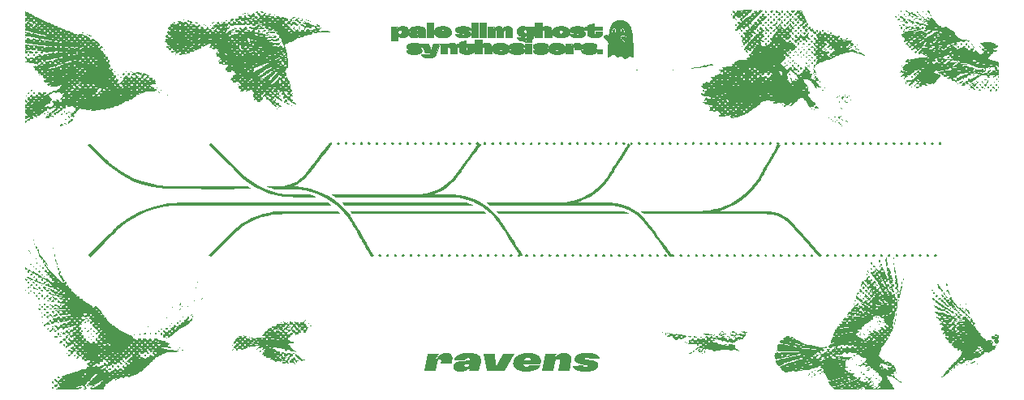
<source format=gto>
%TF.GenerationSoftware,KiCad,Pcbnew,7.0.1-0*%
%TF.CreationDate,2023-08-11T08:09:00+01:00*%
%TF.ProjectId,ravens-panel-white,72617665-6e73-42d7-9061-6e656c2d7768,rev?*%
%TF.SameCoordinates,Original*%
%TF.FileFunction,Legend,Top*%
%TF.FilePolarity,Positive*%
%FSLAX46Y46*%
G04 Gerber Fmt 4.6, Leading zero omitted, Abs format (unit mm)*
G04 Created by KiCad (PCBNEW 7.0.1-0) date 2023-08-11 08:09:00*
%MOMM*%
%LPD*%
G01*
G04 APERTURE LIST*
%ADD10C,0.052916*%
%ADD11C,0.150000*%
G04 APERTURE END LIST*
D10*
X106536640Y-33124667D02*
X106581090Y-33124667D01*
X106805457Y-32385951D01*
X107520890Y-32385951D01*
X107097557Y-33492967D01*
X107087621Y-33516624D01*
X107076858Y-33539571D01*
X107065258Y-33561806D01*
X107052814Y-33583326D01*
X107039514Y-33604128D01*
X107025352Y-33624210D01*
X107010318Y-33643569D01*
X106994403Y-33662201D01*
X106977597Y-33680105D01*
X106959894Y-33697278D01*
X106941282Y-33713716D01*
X106921754Y-33729418D01*
X106901300Y-33744380D01*
X106879912Y-33758600D01*
X106857580Y-33772075D01*
X106834297Y-33784803D01*
X106810052Y-33796780D01*
X106784836Y-33808004D01*
X106758642Y-33818472D01*
X106731460Y-33828182D01*
X106703282Y-33837130D01*
X106674097Y-33845315D01*
X106643898Y-33852733D01*
X106612675Y-33859382D01*
X106580419Y-33865259D01*
X106547123Y-33870361D01*
X106512776Y-33874685D01*
X106477369Y-33878229D01*
X106440895Y-33880991D01*
X106403343Y-33882967D01*
X106364706Y-33884154D01*
X106324973Y-33884551D01*
X106244100Y-33883112D01*
X106166736Y-33878800D01*
X106093118Y-33871616D01*
X106023481Y-33861565D01*
X105958060Y-33848648D01*
X105897093Y-33832870D01*
X105840813Y-33814233D01*
X105789457Y-33792740D01*
X105743260Y-33768395D01*
X105702458Y-33741200D01*
X105667288Y-33711159D01*
X105651887Y-33695072D01*
X105637983Y-33678275D01*
X105625604Y-33660767D01*
X105614780Y-33642550D01*
X105605541Y-33623624D01*
X105597915Y-33603989D01*
X105591933Y-33583645D01*
X105587623Y-33562593D01*
X105585016Y-33540834D01*
X105584140Y-33518367D01*
X105584140Y-33497200D01*
X106261474Y-33497200D01*
X106261474Y-33507784D01*
X106261572Y-33510921D01*
X106261867Y-33513983D01*
X106262354Y-33516967D01*
X106263032Y-33519872D01*
X106263897Y-33522697D01*
X106264948Y-33525439D01*
X106266180Y-33528097D01*
X106267592Y-33530670D01*
X106269181Y-33533157D01*
X106270943Y-33535555D01*
X106272877Y-33537863D01*
X106274980Y-33540080D01*
X106277248Y-33542203D01*
X106279680Y-33544233D01*
X106282272Y-33546165D01*
X106285022Y-33548001D01*
X106287926Y-33549737D01*
X106290984Y-33551372D01*
X106294190Y-33552905D01*
X106297544Y-33554334D01*
X106301042Y-33555658D01*
X106304681Y-33556875D01*
X106308459Y-33557983D01*
X106312373Y-33558981D01*
X106316420Y-33559867D01*
X106320598Y-33560641D01*
X106324904Y-33561299D01*
X106329335Y-33561842D01*
X106333889Y-33562266D01*
X106338562Y-33562571D01*
X106343352Y-33562756D01*
X106348257Y-33562817D01*
X106359567Y-33562516D01*
X106370470Y-33561594D01*
X106380957Y-33560027D01*
X106391020Y-33557790D01*
X106400649Y-33554859D01*
X106409835Y-33551209D01*
X106414258Y-33549106D01*
X106418568Y-33546814D01*
X106422761Y-33544330D01*
X106426838Y-33541651D01*
X106430798Y-33538773D01*
X106434638Y-33535693D01*
X106438358Y-33532409D01*
X106441957Y-33528918D01*
X106445433Y-33525215D01*
X106448786Y-33521298D01*
X106452014Y-33517165D01*
X106455116Y-33512811D01*
X106458090Y-33508234D01*
X106460937Y-33503431D01*
X106463654Y-33498398D01*
X106466241Y-33493133D01*
X106468695Y-33487632D01*
X106471017Y-33481892D01*
X106475257Y-33469684D01*
X106507007Y-33368084D01*
X105990540Y-33368084D01*
X105586257Y-32385951D01*
X106303807Y-32385951D01*
X106536640Y-33124667D01*
G36*
X106536640Y-33124667D02*
G01*
X106581090Y-33124667D01*
X106805457Y-32385951D01*
X107520890Y-32385951D01*
X107097557Y-33492967D01*
X107087621Y-33516624D01*
X107076858Y-33539571D01*
X107065258Y-33561806D01*
X107052814Y-33583326D01*
X107039514Y-33604128D01*
X107025352Y-33624210D01*
X107010318Y-33643569D01*
X106994403Y-33662201D01*
X106977597Y-33680105D01*
X106959894Y-33697278D01*
X106941282Y-33713716D01*
X106921754Y-33729418D01*
X106901300Y-33744380D01*
X106879912Y-33758600D01*
X106857580Y-33772075D01*
X106834297Y-33784803D01*
X106810052Y-33796780D01*
X106784836Y-33808004D01*
X106758642Y-33818472D01*
X106731460Y-33828182D01*
X106703282Y-33837130D01*
X106674097Y-33845315D01*
X106643898Y-33852733D01*
X106612675Y-33859382D01*
X106580419Y-33865259D01*
X106547123Y-33870361D01*
X106512776Y-33874685D01*
X106477369Y-33878229D01*
X106440895Y-33880991D01*
X106403343Y-33882967D01*
X106364706Y-33884154D01*
X106324973Y-33884551D01*
X106244100Y-33883112D01*
X106166736Y-33878800D01*
X106093118Y-33871616D01*
X106023481Y-33861565D01*
X105958060Y-33848648D01*
X105897093Y-33832870D01*
X105840813Y-33814233D01*
X105789457Y-33792740D01*
X105743260Y-33768395D01*
X105702458Y-33741200D01*
X105667288Y-33711159D01*
X105651887Y-33695072D01*
X105637983Y-33678275D01*
X105625604Y-33660767D01*
X105614780Y-33642550D01*
X105605541Y-33623624D01*
X105597915Y-33603989D01*
X105591933Y-33583645D01*
X105587623Y-33562593D01*
X105585016Y-33540834D01*
X105584140Y-33518367D01*
X105584140Y-33497200D01*
X106261474Y-33497200D01*
X106261474Y-33507784D01*
X106261572Y-33510921D01*
X106261867Y-33513983D01*
X106262354Y-33516967D01*
X106263032Y-33519872D01*
X106263897Y-33522697D01*
X106264948Y-33525439D01*
X106266180Y-33528097D01*
X106267592Y-33530670D01*
X106269181Y-33533157D01*
X106270943Y-33535555D01*
X106272877Y-33537863D01*
X106274980Y-33540080D01*
X106277248Y-33542203D01*
X106279680Y-33544233D01*
X106282272Y-33546165D01*
X106285022Y-33548001D01*
X106287926Y-33549737D01*
X106290984Y-33551372D01*
X106294190Y-33552905D01*
X106297544Y-33554334D01*
X106301042Y-33555658D01*
X106304681Y-33556875D01*
X106308459Y-33557983D01*
X106312373Y-33558981D01*
X106316420Y-33559867D01*
X106320598Y-33560641D01*
X106324904Y-33561299D01*
X106329335Y-33561842D01*
X106333889Y-33562266D01*
X106338562Y-33562571D01*
X106343352Y-33562756D01*
X106348257Y-33562817D01*
X106359567Y-33562516D01*
X106370470Y-33561594D01*
X106380957Y-33560027D01*
X106391020Y-33557790D01*
X106400649Y-33554859D01*
X106409835Y-33551209D01*
X106414258Y-33549106D01*
X106418568Y-33546814D01*
X106422761Y-33544330D01*
X106426838Y-33541651D01*
X106430798Y-33538773D01*
X106434638Y-33535693D01*
X106438358Y-33532409D01*
X106441957Y-33528918D01*
X106445433Y-33525215D01*
X106448786Y-33521298D01*
X106452014Y-33517165D01*
X106455116Y-33512811D01*
X106458090Y-33508234D01*
X106460937Y-33503431D01*
X106463654Y-33498398D01*
X106466241Y-33493133D01*
X106468695Y-33487632D01*
X106471017Y-33481892D01*
X106475257Y-33469684D01*
X106507007Y-33368084D01*
X105990540Y-33368084D01*
X105586257Y-32385951D01*
X106303807Y-32385951D01*
X106536640Y-33124667D01*
G37*
X106837207Y-31719201D02*
X106138707Y-31719201D01*
X106138707Y-30237534D01*
X106837207Y-30237534D01*
X106837207Y-31719201D01*
G36*
X106837207Y-31719201D02*
G01*
X106138707Y-31719201D01*
X106138707Y-30237534D01*
X106837207Y-30237534D01*
X106837207Y-31719201D01*
G37*
X114618737Y-30592822D02*
X114673090Y-30598215D01*
X114698958Y-30602246D01*
X114723946Y-30607161D01*
X114748051Y-30612955D01*
X114771267Y-30619625D01*
X114793591Y-30627167D01*
X114815016Y-30635575D01*
X114835540Y-30644847D01*
X114855156Y-30654976D01*
X114873861Y-30665960D01*
X114891650Y-30677794D01*
X114908518Y-30690474D01*
X114924460Y-30703994D01*
X114939473Y-30718353D01*
X114953550Y-30733544D01*
X114966688Y-30749563D01*
X114978882Y-30766407D01*
X114990127Y-30784071D01*
X115000418Y-30802551D01*
X115009752Y-30821843D01*
X115018123Y-30841942D01*
X115025526Y-30862843D01*
X115031957Y-30884544D01*
X115037412Y-30907039D01*
X115041885Y-30930325D01*
X115045373Y-30954396D01*
X115047869Y-30979249D01*
X115049371Y-31004880D01*
X115049872Y-31031284D01*
X115049872Y-31719201D01*
X114349257Y-31719201D01*
X114349257Y-31111717D01*
X114348861Y-31096782D01*
X114347677Y-31082923D01*
X114345713Y-31070125D01*
X114344439Y-31064118D01*
X114342973Y-31058371D01*
X114341314Y-31052881D01*
X114339464Y-31047646D01*
X114337423Y-31042665D01*
X114335192Y-31037936D01*
X114332773Y-31033456D01*
X114330164Y-31029224D01*
X114327369Y-31025237D01*
X114324386Y-31021494D01*
X114321217Y-31017994D01*
X114317863Y-31014733D01*
X114314325Y-31011710D01*
X114310603Y-31008923D01*
X114306698Y-31006370D01*
X114302610Y-31004049D01*
X114298342Y-31001959D01*
X114293893Y-31000096D01*
X114289263Y-30998460D01*
X114284455Y-30997049D01*
X114279469Y-30995860D01*
X114274305Y-30994891D01*
X114263448Y-30993608D01*
X114251889Y-30993184D01*
X114245608Y-30993314D01*
X114239468Y-30993704D01*
X114233471Y-30994353D01*
X114227622Y-30995259D01*
X114221926Y-30996423D01*
X114216385Y-30997844D01*
X114211004Y-30999521D01*
X114205786Y-31001452D01*
X114200736Y-31003638D01*
X114195857Y-31006077D01*
X114191153Y-31008769D01*
X114186628Y-31011713D01*
X114182287Y-31014908D01*
X114178132Y-31018354D01*
X114174168Y-31022049D01*
X114170398Y-31025992D01*
X114166827Y-31030184D01*
X114163458Y-31034623D01*
X114160295Y-31039309D01*
X114157342Y-31044240D01*
X114154604Y-31049417D01*
X114152083Y-31054837D01*
X114149783Y-31060501D01*
X114147710Y-31066407D01*
X114145866Y-31072556D01*
X114144255Y-31078945D01*
X114142881Y-31085575D01*
X114141748Y-31092444D01*
X114140861Y-31099552D01*
X114140222Y-31106898D01*
X114139836Y-31114481D01*
X114139706Y-31122301D01*
X114139706Y-31719201D01*
X113441207Y-31719201D01*
X113441207Y-31111717D01*
X113440811Y-31096782D01*
X113439628Y-31082923D01*
X113437663Y-31070125D01*
X113436389Y-31064118D01*
X113434923Y-31058371D01*
X113433264Y-31052881D01*
X113431414Y-31047646D01*
X113429373Y-31042665D01*
X113427143Y-31037936D01*
X113424723Y-31033456D01*
X113422114Y-31029224D01*
X113419319Y-31025237D01*
X113416336Y-31021494D01*
X113413167Y-31017994D01*
X113409813Y-31014733D01*
X113406275Y-31011710D01*
X113402553Y-31008923D01*
X113398648Y-31006370D01*
X113394561Y-31004049D01*
X113390292Y-31001959D01*
X113385843Y-31000096D01*
X113381214Y-30998460D01*
X113376406Y-30997049D01*
X113371419Y-30995860D01*
X113366255Y-30994891D01*
X113355398Y-30993608D01*
X113343840Y-30993184D01*
X113337181Y-30993308D01*
X113330697Y-30993681D01*
X113324391Y-30994302D01*
X113318267Y-30995173D01*
X113312325Y-30996293D01*
X113306568Y-30997663D01*
X113300999Y-30999283D01*
X113295620Y-31001155D01*
X113290433Y-31003277D01*
X113285441Y-31005651D01*
X113280645Y-31008277D01*
X113276049Y-31011155D01*
X113271654Y-31014286D01*
X113267463Y-31017670D01*
X113263479Y-31021307D01*
X113259702Y-31025199D01*
X113256137Y-31029344D01*
X113252785Y-31033744D01*
X113249648Y-31038400D01*
X113246730Y-31043310D01*
X113244031Y-31048477D01*
X113241555Y-31053899D01*
X113239303Y-31059578D01*
X113237279Y-31065514D01*
X113235484Y-31071708D01*
X113233921Y-31078159D01*
X113232592Y-31084869D01*
X113231500Y-31091836D01*
X113230646Y-31099063D01*
X113230033Y-31106549D01*
X113229664Y-31114295D01*
X113229540Y-31122301D01*
X113229540Y-31719201D01*
X112531040Y-31719201D01*
X112531040Y-30639701D01*
X113208374Y-30639701D01*
X113113124Y-30919101D01*
X113166040Y-30919101D01*
X113182359Y-30878442D01*
X113191146Y-30859165D01*
X113200349Y-30840586D01*
X113209966Y-30822701D01*
X113219995Y-30805508D01*
X113230434Y-30789003D01*
X113241281Y-30773183D01*
X113252534Y-30758045D01*
X113264192Y-30743587D01*
X113276251Y-30729804D01*
X113288712Y-30716694D01*
X113301570Y-30704254D01*
X113314825Y-30692481D01*
X113328475Y-30681371D01*
X113342517Y-30670922D01*
X113356950Y-30661129D01*
X113371772Y-30651991D01*
X113386980Y-30643505D01*
X113402573Y-30635666D01*
X113418549Y-30628472D01*
X113434907Y-30621920D01*
X113451643Y-30616007D01*
X113468756Y-30610729D01*
X113486245Y-30606084D01*
X113504107Y-30602068D01*
X113522340Y-30598678D01*
X113540942Y-30595912D01*
X113579247Y-30592237D01*
X113619007Y-30591017D01*
X113658821Y-30592237D01*
X113697212Y-30595912D01*
X113734046Y-30602068D01*
X113769191Y-30610729D01*
X113802512Y-30621920D01*
X113818448Y-30628472D01*
X113833877Y-30635666D01*
X113848784Y-30643505D01*
X113863152Y-30651991D01*
X113876965Y-30661129D01*
X113890204Y-30670922D01*
X113902855Y-30681371D01*
X113914900Y-30692481D01*
X113926323Y-30704254D01*
X113937106Y-30716694D01*
X113947234Y-30729804D01*
X113956689Y-30743587D01*
X113965455Y-30758045D01*
X113973515Y-30773183D01*
X113980853Y-30789003D01*
X113987452Y-30805508D01*
X113993295Y-30822701D01*
X113998365Y-30840586D01*
X114002647Y-30859165D01*
X114006123Y-30878442D01*
X114008776Y-30898419D01*
X114010590Y-30919101D01*
X114063506Y-30919101D01*
X114071914Y-30897861D01*
X114080859Y-30877395D01*
X114090335Y-30857698D01*
X114100333Y-30838762D01*
X114110846Y-30820582D01*
X114121865Y-30803150D01*
X114133384Y-30786459D01*
X114145395Y-30770504D01*
X114157889Y-30755278D01*
X114170859Y-30740773D01*
X114184297Y-30726984D01*
X114198196Y-30713904D01*
X114212547Y-30701526D01*
X114227343Y-30689844D01*
X114242577Y-30678851D01*
X114258240Y-30668540D01*
X114274324Y-30658906D01*
X114290823Y-30649940D01*
X114307728Y-30641638D01*
X114325031Y-30633991D01*
X114342724Y-30626995D01*
X114360801Y-30620641D01*
X114379253Y-30614923D01*
X114398072Y-30609836D01*
X114417251Y-30605371D01*
X114436782Y-30601524D01*
X114476869Y-30595652D01*
X114518270Y-30592167D01*
X114560923Y-30591017D01*
X114618737Y-30592822D01*
G36*
X114618737Y-30592822D02*
G01*
X114673090Y-30598215D01*
X114698958Y-30602246D01*
X114723946Y-30607161D01*
X114748051Y-30612955D01*
X114771267Y-30619625D01*
X114793591Y-30627167D01*
X114815016Y-30635575D01*
X114835540Y-30644847D01*
X114855156Y-30654976D01*
X114873861Y-30665960D01*
X114891650Y-30677794D01*
X114908518Y-30690474D01*
X114924460Y-30703994D01*
X114939473Y-30718353D01*
X114953550Y-30733544D01*
X114966688Y-30749563D01*
X114978882Y-30766407D01*
X114990127Y-30784071D01*
X115000418Y-30802551D01*
X115009752Y-30821843D01*
X115018123Y-30841942D01*
X115025526Y-30862843D01*
X115031957Y-30884544D01*
X115037412Y-30907039D01*
X115041885Y-30930325D01*
X115045373Y-30954396D01*
X115047869Y-30979249D01*
X115049371Y-31004880D01*
X115049872Y-31031284D01*
X115049872Y-31719201D01*
X114349257Y-31719201D01*
X114349257Y-31111717D01*
X114348861Y-31096782D01*
X114347677Y-31082923D01*
X114345713Y-31070125D01*
X114344439Y-31064118D01*
X114342973Y-31058371D01*
X114341314Y-31052881D01*
X114339464Y-31047646D01*
X114337423Y-31042665D01*
X114335192Y-31037936D01*
X114332773Y-31033456D01*
X114330164Y-31029224D01*
X114327369Y-31025237D01*
X114324386Y-31021494D01*
X114321217Y-31017994D01*
X114317863Y-31014733D01*
X114314325Y-31011710D01*
X114310603Y-31008923D01*
X114306698Y-31006370D01*
X114302610Y-31004049D01*
X114298342Y-31001959D01*
X114293893Y-31000096D01*
X114289263Y-30998460D01*
X114284455Y-30997049D01*
X114279469Y-30995860D01*
X114274305Y-30994891D01*
X114263448Y-30993608D01*
X114251889Y-30993184D01*
X114245608Y-30993314D01*
X114239468Y-30993704D01*
X114233471Y-30994353D01*
X114227622Y-30995259D01*
X114221926Y-30996423D01*
X114216385Y-30997844D01*
X114211004Y-30999521D01*
X114205786Y-31001452D01*
X114200736Y-31003638D01*
X114195857Y-31006077D01*
X114191153Y-31008769D01*
X114186628Y-31011713D01*
X114182287Y-31014908D01*
X114178132Y-31018354D01*
X114174168Y-31022049D01*
X114170398Y-31025992D01*
X114166827Y-31030184D01*
X114163458Y-31034623D01*
X114160295Y-31039309D01*
X114157342Y-31044240D01*
X114154604Y-31049417D01*
X114152083Y-31054837D01*
X114149783Y-31060501D01*
X114147710Y-31066407D01*
X114145866Y-31072556D01*
X114144255Y-31078945D01*
X114142881Y-31085575D01*
X114141748Y-31092444D01*
X114140861Y-31099552D01*
X114140222Y-31106898D01*
X114139836Y-31114481D01*
X114139706Y-31122301D01*
X114139706Y-31719201D01*
X113441207Y-31719201D01*
X113441207Y-31111717D01*
X113440811Y-31096782D01*
X113439628Y-31082923D01*
X113437663Y-31070125D01*
X113436389Y-31064118D01*
X113434923Y-31058371D01*
X113433264Y-31052881D01*
X113431414Y-31047646D01*
X113429373Y-31042665D01*
X113427143Y-31037936D01*
X113424723Y-31033456D01*
X113422114Y-31029224D01*
X113419319Y-31025237D01*
X113416336Y-31021494D01*
X113413167Y-31017994D01*
X113409813Y-31014733D01*
X113406275Y-31011710D01*
X113402553Y-31008923D01*
X113398648Y-31006370D01*
X113394561Y-31004049D01*
X113390292Y-31001959D01*
X113385843Y-31000096D01*
X113381214Y-30998460D01*
X113376406Y-30997049D01*
X113371419Y-30995860D01*
X113366255Y-30994891D01*
X113355398Y-30993608D01*
X113343840Y-30993184D01*
X113337181Y-30993308D01*
X113330697Y-30993681D01*
X113324391Y-30994302D01*
X113318267Y-30995173D01*
X113312325Y-30996293D01*
X113306568Y-30997663D01*
X113300999Y-30999283D01*
X113295620Y-31001155D01*
X113290433Y-31003277D01*
X113285441Y-31005651D01*
X113280645Y-31008277D01*
X113276049Y-31011155D01*
X113271654Y-31014286D01*
X113267463Y-31017670D01*
X113263479Y-31021307D01*
X113259702Y-31025199D01*
X113256137Y-31029344D01*
X113252785Y-31033744D01*
X113249648Y-31038400D01*
X113246730Y-31043310D01*
X113244031Y-31048477D01*
X113241555Y-31053899D01*
X113239303Y-31059578D01*
X113237279Y-31065514D01*
X113235484Y-31071708D01*
X113233921Y-31078159D01*
X113232592Y-31084869D01*
X113231500Y-31091836D01*
X113230646Y-31099063D01*
X113230033Y-31106549D01*
X113229664Y-31114295D01*
X113229540Y-31122301D01*
X113229540Y-31719201D01*
X112531040Y-31719201D01*
X112531040Y-30639701D01*
X113208374Y-30639701D01*
X113113124Y-30919101D01*
X113166040Y-30919101D01*
X113182359Y-30878442D01*
X113191146Y-30859165D01*
X113200349Y-30840586D01*
X113209966Y-30822701D01*
X113219995Y-30805508D01*
X113230434Y-30789003D01*
X113241281Y-30773183D01*
X113252534Y-30758045D01*
X113264192Y-30743587D01*
X113276251Y-30729804D01*
X113288712Y-30716694D01*
X113301570Y-30704254D01*
X113314825Y-30692481D01*
X113328475Y-30681371D01*
X113342517Y-30670922D01*
X113356950Y-30661129D01*
X113371772Y-30651991D01*
X113386980Y-30643505D01*
X113402573Y-30635666D01*
X113418549Y-30628472D01*
X113434907Y-30621920D01*
X113451643Y-30616007D01*
X113468756Y-30610729D01*
X113486245Y-30606084D01*
X113504107Y-30602068D01*
X113522340Y-30598678D01*
X113540942Y-30595912D01*
X113579247Y-30592237D01*
X113619007Y-30591017D01*
X113658821Y-30592237D01*
X113697212Y-30595912D01*
X113734046Y-30602068D01*
X113769191Y-30610729D01*
X113802512Y-30621920D01*
X113818448Y-30628472D01*
X113833877Y-30635666D01*
X113848784Y-30643505D01*
X113863152Y-30651991D01*
X113876965Y-30661129D01*
X113890204Y-30670922D01*
X113902855Y-30681371D01*
X113914900Y-30692481D01*
X113926323Y-30704254D01*
X113937106Y-30716694D01*
X113947234Y-30729804D01*
X113956689Y-30743587D01*
X113965455Y-30758045D01*
X113973515Y-30773183D01*
X113980853Y-30789003D01*
X113987452Y-30805508D01*
X113993295Y-30822701D01*
X113998365Y-30840586D01*
X114002647Y-30859165D01*
X114006123Y-30878442D01*
X114008776Y-30898419D01*
X114010590Y-30919101D01*
X114063506Y-30919101D01*
X114071914Y-30897861D01*
X114080859Y-30877395D01*
X114090335Y-30857698D01*
X114100333Y-30838762D01*
X114110846Y-30820582D01*
X114121865Y-30803150D01*
X114133384Y-30786459D01*
X114145395Y-30770504D01*
X114157889Y-30755278D01*
X114170859Y-30740773D01*
X114184297Y-30726984D01*
X114198196Y-30713904D01*
X114212547Y-30701526D01*
X114227343Y-30689844D01*
X114242577Y-30678851D01*
X114258240Y-30668540D01*
X114274324Y-30658906D01*
X114290823Y-30649940D01*
X114307728Y-30641638D01*
X114325031Y-30633991D01*
X114342724Y-30626995D01*
X114360801Y-30620641D01*
X114379253Y-30614923D01*
X114398072Y-30609836D01*
X114417251Y-30605371D01*
X114436782Y-30601524D01*
X114476869Y-30595652D01*
X114518270Y-30592167D01*
X114560923Y-30591017D01*
X114618737Y-30592822D01*
G37*
X108794542Y-32339124D02*
X108855494Y-32344680D01*
X108912347Y-32353913D01*
X108939231Y-32359902D01*
X108965085Y-32366801D01*
X108989907Y-32374610D01*
X109013694Y-32383324D01*
X109036444Y-32392941D01*
X109058157Y-32403459D01*
X109078829Y-32414874D01*
X109098458Y-32427184D01*
X109117044Y-32440386D01*
X109134584Y-32454478D01*
X109151076Y-32469456D01*
X109166517Y-32485319D01*
X109180907Y-32502063D01*
X109194243Y-32519685D01*
X109206524Y-32538184D01*
X109217746Y-32557555D01*
X109227909Y-32577797D01*
X109237011Y-32598907D01*
X109245049Y-32620882D01*
X109252021Y-32643719D01*
X109257926Y-32667416D01*
X109262762Y-32691970D01*
X109266527Y-32717378D01*
X109269218Y-32743638D01*
X109270834Y-32770746D01*
X109271373Y-32798701D01*
X109271373Y-33465451D01*
X108572874Y-33465451D01*
X108572874Y-32893951D01*
X108572304Y-32876170D01*
X108570600Y-32859356D01*
X108569324Y-32851320D01*
X108567767Y-32843535D01*
X108565929Y-32836004D01*
X108563812Y-32828731D01*
X108561415Y-32821718D01*
X108558740Y-32814968D01*
X108555788Y-32808486D01*
X108552559Y-32802273D01*
X108549054Y-32796332D01*
X108545273Y-32790668D01*
X108541219Y-32785283D01*
X108536890Y-32780180D01*
X108532289Y-32775362D01*
X108527416Y-32770833D01*
X108522271Y-32766595D01*
X108516856Y-32762651D01*
X108511172Y-32759005D01*
X108505218Y-32755660D01*
X108498996Y-32752619D01*
X108492506Y-32749885D01*
X108485750Y-32747461D01*
X108478728Y-32745350D01*
X108471441Y-32743555D01*
X108463890Y-32742080D01*
X108456075Y-32740927D01*
X108447998Y-32740100D01*
X108439658Y-32739601D01*
X108431057Y-32739434D01*
X108420899Y-32739650D01*
X108411064Y-32740298D01*
X108401552Y-32741373D01*
X108392362Y-32742873D01*
X108383494Y-32744795D01*
X108374949Y-32747136D01*
X108366726Y-32749892D01*
X108358826Y-32753060D01*
X108351248Y-32756638D01*
X108343992Y-32760621D01*
X108337060Y-32765008D01*
X108330449Y-32769795D01*
X108324161Y-32774978D01*
X108318196Y-32780556D01*
X108312552Y-32786524D01*
X108307232Y-32792880D01*
X108302234Y-32799620D01*
X108297558Y-32806741D01*
X108293205Y-32814241D01*
X108289174Y-32822116D01*
X108285466Y-32830363D01*
X108282080Y-32838979D01*
X108279017Y-32847961D01*
X108276276Y-32857306D01*
X108273857Y-32867010D01*
X108271761Y-32877071D01*
X108269988Y-32887485D01*
X108268537Y-32898250D01*
X108267408Y-32909362D01*
X108266602Y-32920818D01*
X108266118Y-32932615D01*
X108265957Y-32944751D01*
X108265957Y-33465451D01*
X107567457Y-33465451D01*
X107567457Y-32385951D01*
X108265957Y-32385951D01*
X108153774Y-32665351D01*
X108206690Y-32665351D01*
X108224887Y-32626436D01*
X108244608Y-32589874D01*
X108255068Y-32572483D01*
X108265942Y-32555688D01*
X108277241Y-32539492D01*
X108288976Y-32523898D01*
X108301157Y-32508908D01*
X108313795Y-32494526D01*
X108326901Y-32480754D01*
X108340487Y-32467595D01*
X108354562Y-32455052D01*
X108369138Y-32443126D01*
X108384226Y-32431821D01*
X108399836Y-32421140D01*
X108415980Y-32411085D01*
X108432667Y-32401660D01*
X108449910Y-32392866D01*
X108467718Y-32384706D01*
X108486104Y-32377184D01*
X108505076Y-32370301D01*
X108524647Y-32364062D01*
X108544828Y-32358467D01*
X108565628Y-32353521D01*
X108587060Y-32349225D01*
X108609133Y-32345582D01*
X108631859Y-32342596D01*
X108655249Y-32340269D01*
X108679313Y-32338603D01*
X108704062Y-32337602D01*
X108729507Y-32337267D01*
X108794542Y-32339124D01*
G36*
X108794542Y-32339124D02*
G01*
X108855494Y-32344680D01*
X108912347Y-32353913D01*
X108939231Y-32359902D01*
X108965085Y-32366801D01*
X108989907Y-32374610D01*
X109013694Y-32383324D01*
X109036444Y-32392941D01*
X109058157Y-32403459D01*
X109078829Y-32414874D01*
X109098458Y-32427184D01*
X109117044Y-32440386D01*
X109134584Y-32454478D01*
X109151076Y-32469456D01*
X109166517Y-32485319D01*
X109180907Y-32502063D01*
X109194243Y-32519685D01*
X109206524Y-32538184D01*
X109217746Y-32557555D01*
X109227909Y-32577797D01*
X109237011Y-32598907D01*
X109245049Y-32620882D01*
X109252021Y-32643719D01*
X109257926Y-32667416D01*
X109262762Y-32691970D01*
X109266527Y-32717378D01*
X109269218Y-32743638D01*
X109270834Y-32770746D01*
X109271373Y-32798701D01*
X109271373Y-33465451D01*
X108572874Y-33465451D01*
X108572874Y-32893951D01*
X108572304Y-32876170D01*
X108570600Y-32859356D01*
X108569324Y-32851320D01*
X108567767Y-32843535D01*
X108565929Y-32836004D01*
X108563812Y-32828731D01*
X108561415Y-32821718D01*
X108558740Y-32814968D01*
X108555788Y-32808486D01*
X108552559Y-32802273D01*
X108549054Y-32796332D01*
X108545273Y-32790668D01*
X108541219Y-32785283D01*
X108536890Y-32780180D01*
X108532289Y-32775362D01*
X108527416Y-32770833D01*
X108522271Y-32766595D01*
X108516856Y-32762651D01*
X108511172Y-32759005D01*
X108505218Y-32755660D01*
X108498996Y-32752619D01*
X108492506Y-32749885D01*
X108485750Y-32747461D01*
X108478728Y-32745350D01*
X108471441Y-32743555D01*
X108463890Y-32742080D01*
X108456075Y-32740927D01*
X108447998Y-32740100D01*
X108439658Y-32739601D01*
X108431057Y-32739434D01*
X108420899Y-32739650D01*
X108411064Y-32740298D01*
X108401552Y-32741373D01*
X108392362Y-32742873D01*
X108383494Y-32744795D01*
X108374949Y-32747136D01*
X108366726Y-32749892D01*
X108358826Y-32753060D01*
X108351248Y-32756638D01*
X108343992Y-32760621D01*
X108337060Y-32765008D01*
X108330449Y-32769795D01*
X108324161Y-32774978D01*
X108318196Y-32780556D01*
X108312552Y-32786524D01*
X108307232Y-32792880D01*
X108302234Y-32799620D01*
X108297558Y-32806741D01*
X108293205Y-32814241D01*
X108289174Y-32822116D01*
X108285466Y-32830363D01*
X108282080Y-32838979D01*
X108279017Y-32847961D01*
X108276276Y-32857306D01*
X108273857Y-32867010D01*
X108271761Y-32877071D01*
X108269988Y-32887485D01*
X108268537Y-32898250D01*
X108267408Y-32909362D01*
X108266602Y-32920818D01*
X108266118Y-32932615D01*
X108265957Y-32944751D01*
X108265957Y-33465451D01*
X107567457Y-33465451D01*
X107567457Y-32385951D01*
X108265957Y-32385951D01*
X108153774Y-32665351D01*
X108206690Y-32665351D01*
X108224887Y-32626436D01*
X108244608Y-32589874D01*
X108255068Y-32572483D01*
X108265942Y-32555688D01*
X108277241Y-32539492D01*
X108288976Y-32523898D01*
X108301157Y-32508908D01*
X108313795Y-32494526D01*
X108326901Y-32480754D01*
X108340487Y-32467595D01*
X108354562Y-32455052D01*
X108369138Y-32443126D01*
X108384226Y-32431821D01*
X108399836Y-32421140D01*
X108415980Y-32411085D01*
X108432667Y-32401660D01*
X108449910Y-32392866D01*
X108467718Y-32384706D01*
X108486104Y-32377184D01*
X108505076Y-32370301D01*
X108524647Y-32364062D01*
X108544828Y-32358467D01*
X108565628Y-32353521D01*
X108587060Y-32349225D01*
X108609133Y-32345582D01*
X108631859Y-32342596D01*
X108655249Y-32340269D01*
X108679313Y-32338603D01*
X108704062Y-32337602D01*
X108729507Y-32337267D01*
X108794542Y-32339124D01*
G37*
X112370173Y-31719201D02*
X111671673Y-31719201D01*
X111671673Y-30639701D01*
X112370173Y-30639701D01*
X112370173Y-31719201D01*
G36*
X112370173Y-31719201D02*
G01*
X111671673Y-31719201D01*
X111671673Y-30639701D01*
X112370173Y-30639701D01*
X112370173Y-31719201D01*
G37*
X112967662Y-32784721D02*
X112972894Y-32766157D01*
X112978771Y-32748014D01*
X112985280Y-32730302D01*
X112992409Y-32713030D01*
X113000146Y-32696208D01*
X113008479Y-32679844D01*
X113017394Y-32663949D01*
X113026880Y-32648531D01*
X113036924Y-32633600D01*
X113049642Y-32615990D01*
X113063187Y-32598879D01*
X113077556Y-32582272D01*
X113092746Y-32566173D01*
X113108753Y-32550586D01*
X113125574Y-32535514D01*
X113143204Y-32520961D01*
X113161641Y-32506931D01*
X113180881Y-32493429D01*
X113200921Y-32480457D01*
X113221757Y-32468021D01*
X113243385Y-32456123D01*
X113265802Y-32444768D01*
X113289005Y-32433959D01*
X113337754Y-32413996D01*
X113389604Y-32396266D01*
X113444526Y-32380800D01*
X113502493Y-32367627D01*
X113563477Y-32356780D01*
X113627450Y-32348290D01*
X113694384Y-32342187D01*
X113764251Y-32338502D01*
X113837023Y-32337267D01*
X113934599Y-32339718D01*
X114027184Y-32347053D01*
X114114597Y-32359243D01*
X114196658Y-32376260D01*
X114273188Y-32398078D01*
X114344006Y-32424667D01*
X114408933Y-32456000D01*
X114439132Y-32473436D01*
X114467790Y-32492049D01*
X114494885Y-32511833D01*
X114520395Y-32532786D01*
X114544298Y-32554903D01*
X114566570Y-32578183D01*
X114587190Y-32602620D01*
X114606135Y-32628212D01*
X114623382Y-32654955D01*
X114638909Y-32682846D01*
X114652694Y-32711881D01*
X114664713Y-32742056D01*
X114674945Y-32773369D01*
X114683367Y-32805815D01*
X114689957Y-32839392D01*
X114694692Y-32874095D01*
X114697549Y-32909921D01*
X114698507Y-32946867D01*
X114698507Y-33033651D01*
X113616890Y-33033651D01*
X113618154Y-33040720D01*
X113619565Y-33047640D01*
X113621118Y-33054412D01*
X113622810Y-33061035D01*
X113624639Y-33067509D01*
X113626601Y-33073834D01*
X113628693Y-33080011D01*
X113630913Y-33086038D01*
X113633256Y-33091917D01*
X113635721Y-33097647D01*
X113638303Y-33103228D01*
X113641000Y-33108660D01*
X113643809Y-33113943D01*
X113646726Y-33119078D01*
X113649749Y-33124064D01*
X113652874Y-33128901D01*
X113656309Y-33133390D01*
X113659871Y-33137732D01*
X113663559Y-33141925D01*
X113667376Y-33145970D01*
X113671323Y-33149869D01*
X113675402Y-33153620D01*
X113679615Y-33157225D01*
X113683962Y-33160684D01*
X113688445Y-33163997D01*
X113693067Y-33167164D01*
X113697828Y-33170187D01*
X113702731Y-33173065D01*
X113707775Y-33175799D01*
X113712964Y-33178390D01*
X113718299Y-33180836D01*
X113723781Y-33183140D01*
X113735194Y-33187320D01*
X113747213Y-33190933D01*
X113759853Y-33193981D01*
X113773126Y-33196468D01*
X113787043Y-33198398D01*
X113801618Y-33199772D01*
X113816863Y-33200594D01*
X113832789Y-33200867D01*
X113848740Y-33200522D01*
X113864052Y-33199495D01*
X113878731Y-33197798D01*
X113892784Y-33195443D01*
X113906217Y-33192444D01*
X113919036Y-33188812D01*
X113931247Y-33184560D01*
X113942856Y-33179700D01*
X113953871Y-33174245D01*
X113964296Y-33168208D01*
X113974138Y-33161599D01*
X113983404Y-33154433D01*
X113992099Y-33146721D01*
X114000230Y-33138475D01*
X114007802Y-33129709D01*
X114014823Y-33120434D01*
X114704857Y-33120434D01*
X114698709Y-33142793D01*
X114690994Y-33164620D01*
X114681735Y-33185903D01*
X114670953Y-33206630D01*
X114658668Y-33226790D01*
X114644902Y-33246370D01*
X114629677Y-33265360D01*
X114613013Y-33283748D01*
X114594933Y-33301522D01*
X114575456Y-33318670D01*
X114554606Y-33335181D01*
X114532402Y-33351043D01*
X114508867Y-33366245D01*
X114484021Y-33380775D01*
X114457886Y-33394621D01*
X114430484Y-33407771D01*
X114401835Y-33420215D01*
X114371961Y-33431940D01*
X114340883Y-33442936D01*
X114308622Y-33453189D01*
X114275201Y-33462689D01*
X114240639Y-33471423D01*
X114204959Y-33479381D01*
X114168182Y-33486551D01*
X114130329Y-33492921D01*
X114091422Y-33498479D01*
X114051481Y-33503214D01*
X114010528Y-33507114D01*
X113968584Y-33510168D01*
X113925671Y-33512363D01*
X113881810Y-33513689D01*
X113837023Y-33514134D01*
X113767739Y-33512923D01*
X113700461Y-33509309D01*
X113635310Y-33503321D01*
X113572407Y-33494985D01*
X113511872Y-33484330D01*
X113453828Y-33471383D01*
X113398394Y-33456173D01*
X113345692Y-33438728D01*
X113295842Y-33419075D01*
X113248966Y-33397242D01*
X113205184Y-33373257D01*
X113164618Y-33347149D01*
X113127388Y-33318944D01*
X113093615Y-33288672D01*
X113063420Y-33256359D01*
X113036924Y-33222034D01*
X113026880Y-33206730D01*
X113017394Y-33190983D01*
X113008479Y-33174795D01*
X113000146Y-33158170D01*
X112992409Y-33141111D01*
X112985280Y-33123621D01*
X112978771Y-33105704D01*
X112972894Y-33087361D01*
X112967662Y-33068597D01*
X112963088Y-33049414D01*
X112959183Y-33029816D01*
X112955961Y-33009805D01*
X112953433Y-32989385D01*
X112951612Y-32968559D01*
X112950510Y-32947330D01*
X112950140Y-32925701D01*
X112950510Y-32904445D01*
X112951612Y-32883545D01*
X112953433Y-32863011D01*
X112955961Y-32842853D01*
X112959183Y-32823079D01*
X112963088Y-32803699D01*
X112963783Y-32800817D01*
X113619007Y-32800817D01*
X114042340Y-32800817D01*
X114041949Y-32792174D01*
X114041173Y-32783710D01*
X114040012Y-32775433D01*
X114038466Y-32767347D01*
X114036533Y-32759461D01*
X114034215Y-32751778D01*
X114031509Y-32744307D01*
X114028416Y-32737053D01*
X114024935Y-32730022D01*
X114021067Y-32723220D01*
X114016810Y-32716654D01*
X114012165Y-32710330D01*
X114007130Y-32704254D01*
X114001706Y-32698432D01*
X113995892Y-32692870D01*
X113989687Y-32687576D01*
X113983092Y-32682554D01*
X113976106Y-32677811D01*
X113968729Y-32673353D01*
X113960959Y-32669187D01*
X113952798Y-32665319D01*
X113944244Y-32661754D01*
X113935297Y-32658499D01*
X113925956Y-32655561D01*
X113916222Y-32652945D01*
X113906093Y-32650658D01*
X113895570Y-32648706D01*
X113884652Y-32647094D01*
X113873339Y-32645830D01*
X113861630Y-32644920D01*
X113849524Y-32644369D01*
X113837023Y-32644184D01*
X113819978Y-32644458D01*
X113803756Y-32645288D01*
X113788333Y-32646681D01*
X113773688Y-32648649D01*
X113759800Y-32651199D01*
X113746647Y-32654341D01*
X113734207Y-32658085D01*
X113722459Y-32662440D01*
X113711380Y-32667415D01*
X113700949Y-32673019D01*
X113691144Y-32679262D01*
X113681944Y-32686154D01*
X113673327Y-32693702D01*
X113665271Y-32701917D01*
X113657755Y-32710808D01*
X113650757Y-32720384D01*
X113648028Y-32724776D01*
X113645399Y-32729223D01*
X113642869Y-32733732D01*
X113640438Y-32738310D01*
X113638106Y-32742961D01*
X113635874Y-32747694D01*
X113633740Y-32752513D01*
X113631706Y-32757426D01*
X113629772Y-32762437D01*
X113627936Y-32767554D01*
X113626200Y-32772783D01*
X113624563Y-32778129D01*
X113623025Y-32783600D01*
X113621586Y-32789200D01*
X113620247Y-32794937D01*
X113619007Y-32800817D01*
X112963783Y-32800817D01*
X112967662Y-32784721D01*
G36*
X112967662Y-32784721D02*
G01*
X112972894Y-32766157D01*
X112978771Y-32748014D01*
X112985280Y-32730302D01*
X112992409Y-32713030D01*
X113000146Y-32696208D01*
X113008479Y-32679844D01*
X113017394Y-32663949D01*
X113026880Y-32648531D01*
X113036924Y-32633600D01*
X113049642Y-32615990D01*
X113063187Y-32598879D01*
X113077556Y-32582272D01*
X113092746Y-32566173D01*
X113108753Y-32550586D01*
X113125574Y-32535514D01*
X113143204Y-32520961D01*
X113161641Y-32506931D01*
X113180881Y-32493429D01*
X113200921Y-32480457D01*
X113221757Y-32468021D01*
X113243385Y-32456123D01*
X113265802Y-32444768D01*
X113289005Y-32433959D01*
X113337754Y-32413996D01*
X113389604Y-32396266D01*
X113444526Y-32380800D01*
X113502493Y-32367627D01*
X113563477Y-32356780D01*
X113627450Y-32348290D01*
X113694384Y-32342187D01*
X113764251Y-32338502D01*
X113837023Y-32337267D01*
X113934599Y-32339718D01*
X114027184Y-32347053D01*
X114114597Y-32359243D01*
X114196658Y-32376260D01*
X114273188Y-32398078D01*
X114344006Y-32424667D01*
X114408933Y-32456000D01*
X114439132Y-32473436D01*
X114467790Y-32492049D01*
X114494885Y-32511833D01*
X114520395Y-32532786D01*
X114544298Y-32554903D01*
X114566570Y-32578183D01*
X114587190Y-32602620D01*
X114606135Y-32628212D01*
X114623382Y-32654955D01*
X114638909Y-32682846D01*
X114652694Y-32711881D01*
X114664713Y-32742056D01*
X114674945Y-32773369D01*
X114683367Y-32805815D01*
X114689957Y-32839392D01*
X114694692Y-32874095D01*
X114697549Y-32909921D01*
X114698507Y-32946867D01*
X114698507Y-33033651D01*
X113616890Y-33033651D01*
X113618154Y-33040720D01*
X113619565Y-33047640D01*
X113621118Y-33054412D01*
X113622810Y-33061035D01*
X113624639Y-33067509D01*
X113626601Y-33073834D01*
X113628693Y-33080011D01*
X113630913Y-33086038D01*
X113633256Y-33091917D01*
X113635721Y-33097647D01*
X113638303Y-33103228D01*
X113641000Y-33108660D01*
X113643809Y-33113943D01*
X113646726Y-33119078D01*
X113649749Y-33124064D01*
X113652874Y-33128901D01*
X113656309Y-33133390D01*
X113659871Y-33137732D01*
X113663559Y-33141925D01*
X113667376Y-33145970D01*
X113671323Y-33149869D01*
X113675402Y-33153620D01*
X113679615Y-33157225D01*
X113683962Y-33160684D01*
X113688445Y-33163997D01*
X113693067Y-33167164D01*
X113697828Y-33170187D01*
X113702731Y-33173065D01*
X113707775Y-33175799D01*
X113712964Y-33178390D01*
X113718299Y-33180836D01*
X113723781Y-33183140D01*
X113735194Y-33187320D01*
X113747213Y-33190933D01*
X113759853Y-33193981D01*
X113773126Y-33196468D01*
X113787043Y-33198398D01*
X113801618Y-33199772D01*
X113816863Y-33200594D01*
X113832789Y-33200867D01*
X113848740Y-33200522D01*
X113864052Y-33199495D01*
X113878731Y-33197798D01*
X113892784Y-33195443D01*
X113906217Y-33192444D01*
X113919036Y-33188812D01*
X113931247Y-33184560D01*
X113942856Y-33179700D01*
X113953871Y-33174245D01*
X113964296Y-33168208D01*
X113974138Y-33161599D01*
X113983404Y-33154433D01*
X113992099Y-33146721D01*
X114000230Y-33138475D01*
X114007802Y-33129709D01*
X114014823Y-33120434D01*
X114704857Y-33120434D01*
X114698709Y-33142793D01*
X114690994Y-33164620D01*
X114681735Y-33185903D01*
X114670953Y-33206630D01*
X114658668Y-33226790D01*
X114644902Y-33246370D01*
X114629677Y-33265360D01*
X114613013Y-33283748D01*
X114594933Y-33301522D01*
X114575456Y-33318670D01*
X114554606Y-33335181D01*
X114532402Y-33351043D01*
X114508867Y-33366245D01*
X114484021Y-33380775D01*
X114457886Y-33394621D01*
X114430484Y-33407771D01*
X114401835Y-33420215D01*
X114371961Y-33431940D01*
X114340883Y-33442936D01*
X114308622Y-33453189D01*
X114275201Y-33462689D01*
X114240639Y-33471423D01*
X114204959Y-33479381D01*
X114168182Y-33486551D01*
X114130329Y-33492921D01*
X114091422Y-33498479D01*
X114051481Y-33503214D01*
X114010528Y-33507114D01*
X113968584Y-33510168D01*
X113925671Y-33512363D01*
X113881810Y-33513689D01*
X113837023Y-33514134D01*
X113767739Y-33512923D01*
X113700461Y-33509309D01*
X113635310Y-33503321D01*
X113572407Y-33494985D01*
X113511872Y-33484330D01*
X113453828Y-33471383D01*
X113398394Y-33456173D01*
X113345692Y-33438728D01*
X113295842Y-33419075D01*
X113248966Y-33397242D01*
X113205184Y-33373257D01*
X113164618Y-33347149D01*
X113127388Y-33318944D01*
X113093615Y-33288672D01*
X113063420Y-33256359D01*
X113036924Y-33222034D01*
X113026880Y-33206730D01*
X113017394Y-33190983D01*
X113008479Y-33174795D01*
X113000146Y-33158170D01*
X112992409Y-33141111D01*
X112985280Y-33123621D01*
X112978771Y-33105704D01*
X112972894Y-33087361D01*
X112967662Y-33068597D01*
X112963088Y-33049414D01*
X112959183Y-33029816D01*
X112955961Y-33009805D01*
X112953433Y-32989385D01*
X112951612Y-32968559D01*
X112950510Y-32947330D01*
X112950140Y-32925701D01*
X112950510Y-32904445D01*
X112951612Y-32883545D01*
X112953433Y-32863011D01*
X112955961Y-32842853D01*
X112959183Y-32823079D01*
X112963088Y-32803699D01*
X112963783Y-32800817D01*
X113619007Y-32800817D01*
X114042340Y-32800817D01*
X114041949Y-32792174D01*
X114041173Y-32783710D01*
X114040012Y-32775433D01*
X114038466Y-32767347D01*
X114036533Y-32759461D01*
X114034215Y-32751778D01*
X114031509Y-32744307D01*
X114028416Y-32737053D01*
X114024935Y-32730022D01*
X114021067Y-32723220D01*
X114016810Y-32716654D01*
X114012165Y-32710330D01*
X114007130Y-32704254D01*
X114001706Y-32698432D01*
X113995892Y-32692870D01*
X113989687Y-32687576D01*
X113983092Y-32682554D01*
X113976106Y-32677811D01*
X113968729Y-32673353D01*
X113960959Y-32669187D01*
X113952798Y-32665319D01*
X113944244Y-32661754D01*
X113935297Y-32658499D01*
X113925956Y-32655561D01*
X113916222Y-32652945D01*
X113906093Y-32650658D01*
X113895570Y-32648706D01*
X113884652Y-32647094D01*
X113873339Y-32645830D01*
X113861630Y-32644920D01*
X113849524Y-32644369D01*
X113837023Y-32644184D01*
X113819978Y-32644458D01*
X113803756Y-32645288D01*
X113788333Y-32646681D01*
X113773688Y-32648649D01*
X113759800Y-32651199D01*
X113746647Y-32654341D01*
X113734207Y-32658085D01*
X113722459Y-32662440D01*
X113711380Y-32667415D01*
X113700949Y-32673019D01*
X113691144Y-32679262D01*
X113681944Y-32686154D01*
X113673327Y-32693702D01*
X113665271Y-32701917D01*
X113657755Y-32710808D01*
X113650757Y-32720384D01*
X113648028Y-32724776D01*
X113645399Y-32729223D01*
X113642869Y-32733732D01*
X113640438Y-32738310D01*
X113638106Y-32742961D01*
X113635874Y-32747694D01*
X113633740Y-32752513D01*
X113631706Y-32757426D01*
X113629772Y-32762437D01*
X113627936Y-32767554D01*
X113626200Y-32772783D01*
X113624563Y-32778129D01*
X113623025Y-32783600D01*
X113621586Y-32789200D01*
X113620247Y-32794937D01*
X113619007Y-32800817D01*
X112963783Y-32800817D01*
X112967662Y-32784721D01*
G37*
X115627125Y-32340966D02*
X115712564Y-32345688D01*
X115792905Y-32353518D01*
X115868032Y-32364420D01*
X115937825Y-32378361D01*
X116002167Y-32395306D01*
X116060941Y-32415222D01*
X116114028Y-32438073D01*
X116161311Y-32463827D01*
X116202671Y-32492449D01*
X116237992Y-32523905D01*
X116253351Y-32540685D01*
X116267155Y-32558161D01*
X116279391Y-32576328D01*
X116290043Y-32595183D01*
X116299096Y-32614720D01*
X116306537Y-32634936D01*
X116312350Y-32655826D01*
X116316520Y-32677386D01*
X116319033Y-32699613D01*
X116319873Y-32722500D01*
X116319873Y-32724617D01*
X115674289Y-32724617D01*
X115674289Y-32722500D01*
X115674080Y-32717410D01*
X115673458Y-32712457D01*
X115672432Y-32707643D01*
X115671011Y-32702971D01*
X115669204Y-32698441D01*
X115667020Y-32694056D01*
X115664468Y-32689816D01*
X115661556Y-32685723D01*
X115658294Y-32681780D01*
X115654691Y-32677986D01*
X115650755Y-32674345D01*
X115646496Y-32670857D01*
X115641922Y-32667524D01*
X115637042Y-32664348D01*
X115631865Y-32661330D01*
X115626400Y-32658471D01*
X115620656Y-32655774D01*
X115614642Y-32653240D01*
X115608367Y-32650870D01*
X115601839Y-32648665D01*
X115595068Y-32646628D01*
X115588063Y-32644761D01*
X115580832Y-32643063D01*
X115573384Y-32641538D01*
X115565729Y-32640186D01*
X115557874Y-32639010D01*
X115549830Y-32638010D01*
X115541605Y-32637189D01*
X115533208Y-32636547D01*
X115524648Y-32636087D01*
X115515933Y-32635810D01*
X115507073Y-32635717D01*
X115485567Y-32636027D01*
X115465600Y-32637007D01*
X115456239Y-32637771D01*
X115447319Y-32638731D01*
X115438857Y-32639895D01*
X115430873Y-32641273D01*
X115423386Y-32642875D01*
X115416412Y-32644709D01*
X115409972Y-32646785D01*
X115404084Y-32649112D01*
X115398767Y-32651699D01*
X115394038Y-32654556D01*
X115389918Y-32657693D01*
X115386423Y-32661117D01*
X115384885Y-32662729D01*
X115383447Y-32664387D01*
X115382108Y-32666089D01*
X115380867Y-32667831D01*
X115379726Y-32669610D01*
X115378685Y-32671424D01*
X115377742Y-32673268D01*
X115376899Y-32675140D01*
X115376154Y-32677037D01*
X115375509Y-32678956D01*
X115374964Y-32680893D01*
X115374517Y-32682846D01*
X115374170Y-32684811D01*
X115373922Y-32686786D01*
X115373773Y-32688767D01*
X115373723Y-32690751D01*
X115373812Y-32693864D01*
X115374083Y-32696859D01*
X115374548Y-32699738D01*
X115375216Y-32702508D01*
X115376096Y-32705172D01*
X115377198Y-32707736D01*
X115378531Y-32710203D01*
X115380106Y-32712579D01*
X115381933Y-32714868D01*
X115384020Y-32717075D01*
X115386378Y-32719204D01*
X115389016Y-32721260D01*
X115391943Y-32723249D01*
X115395171Y-32725173D01*
X115398707Y-32727039D01*
X115402563Y-32728851D01*
X115406747Y-32730613D01*
X115411270Y-32732329D01*
X115416141Y-32734006D01*
X115421369Y-32735647D01*
X115426965Y-32737257D01*
X115432938Y-32738841D01*
X115439298Y-32740403D01*
X115446054Y-32741947D01*
X115460795Y-32745005D01*
X115477238Y-32748049D01*
X115495460Y-32751119D01*
X115515540Y-32754251D01*
X115856324Y-32796584D01*
X115912267Y-32805897D01*
X115964241Y-32816419D01*
X116012295Y-32828219D01*
X116056481Y-32841365D01*
X116096846Y-32855924D01*
X116133441Y-32871965D01*
X116166316Y-32889557D01*
X116195519Y-32908767D01*
X116208759Y-32919001D01*
X116221101Y-32929664D01*
X116232549Y-32940767D01*
X116243111Y-32952316D01*
X116252792Y-32964321D01*
X116261598Y-32976791D01*
X116269537Y-32989734D01*
X116276613Y-33003157D01*
X116282834Y-33017071D01*
X116288205Y-33031483D01*
X116292733Y-33046402D01*
X116296424Y-33061837D01*
X116299284Y-33077796D01*
X116301319Y-33094287D01*
X116302939Y-33128901D01*
X116302617Y-33144554D01*
X116301649Y-33159770D01*
X116300037Y-33174558D01*
X116297780Y-33188928D01*
X116294878Y-33202888D01*
X116291331Y-33216449D01*
X116287139Y-33229618D01*
X116282302Y-33242407D01*
X116276820Y-33254823D01*
X116270694Y-33266877D01*
X116263922Y-33278577D01*
X116256506Y-33289933D01*
X116248444Y-33300954D01*
X116239738Y-33311649D01*
X116230387Y-33322028D01*
X116220391Y-33332101D01*
X116209081Y-33342859D01*
X116196986Y-33353306D01*
X116170471Y-33373256D01*
X116140911Y-33391934D01*
X116108372Y-33409326D01*
X116072918Y-33425415D01*
X116034615Y-33440187D01*
X115993528Y-33453625D01*
X115949721Y-33465715D01*
X115903260Y-33476441D01*
X115854211Y-33485786D01*
X115802637Y-33493737D01*
X115748605Y-33500276D01*
X115692179Y-33505390D01*
X115633424Y-33509061D01*
X115572406Y-33511276D01*
X115509189Y-33512017D01*
X115417281Y-33510461D01*
X115330538Y-33505816D01*
X115249066Y-33498120D01*
X115172970Y-33487411D01*
X115102357Y-33473725D01*
X115037330Y-33457100D01*
X114977996Y-33437572D01*
X114924461Y-33415180D01*
X114876828Y-33389959D01*
X114835205Y-33361949D01*
X114799696Y-33331185D01*
X114784268Y-33314782D01*
X114770407Y-33297705D01*
X114758128Y-33279958D01*
X114747443Y-33261546D01*
X114738366Y-33242473D01*
X114730910Y-33222745D01*
X114725087Y-33202366D01*
X114720912Y-33181340D01*
X114718398Y-33159672D01*
X114717556Y-33137367D01*
X114717556Y-33135251D01*
X115358907Y-33135251D01*
X115358907Y-33137367D01*
X115359098Y-33141869D01*
X115359667Y-33146246D01*
X115360606Y-33150496D01*
X115361908Y-33154619D01*
X115363568Y-33158613D01*
X115365576Y-33162477D01*
X115367928Y-33166211D01*
X115370615Y-33169812D01*
X115373630Y-33173280D01*
X115376968Y-33176613D01*
X115380620Y-33179810D01*
X115384580Y-33182871D01*
X115388840Y-33185794D01*
X115393394Y-33188578D01*
X115398236Y-33191221D01*
X115403357Y-33193723D01*
X115408750Y-33196083D01*
X115414410Y-33198298D01*
X115420329Y-33200369D01*
X115426499Y-33202293D01*
X115432915Y-33204071D01*
X115439568Y-33205699D01*
X115446453Y-33207178D01*
X115453561Y-33208507D01*
X115460887Y-33209683D01*
X115468422Y-33210707D01*
X115476161Y-33211576D01*
X115484096Y-33212290D01*
X115492220Y-33212847D01*
X115500526Y-33213246D01*
X115509007Y-33213487D01*
X115517656Y-33213567D01*
X115539952Y-33213261D01*
X115560684Y-33212310D01*
X115570410Y-33211578D01*
X115579680Y-33210665D01*
X115588473Y-33209566D01*
X115596767Y-33208276D01*
X115604539Y-33206786D01*
X115611770Y-33205092D01*
X115618435Y-33203188D01*
X115624515Y-33201066D01*
X115629987Y-33198721D01*
X115634830Y-33196146D01*
X115639022Y-33193336D01*
X115642540Y-33190284D01*
X115644078Y-33188671D01*
X115645517Y-33187006D01*
X115646856Y-33185284D01*
X115648096Y-33183504D01*
X115649237Y-33181662D01*
X115650279Y-33179754D01*
X115651222Y-33177779D01*
X115652065Y-33175732D01*
X115652809Y-33173610D01*
X115653454Y-33171412D01*
X115654000Y-33169132D01*
X115654446Y-33166769D01*
X115654794Y-33164319D01*
X115655042Y-33161779D01*
X115655191Y-33159146D01*
X115655240Y-33156417D01*
X115655134Y-33153099D01*
X115654811Y-33149889D01*
X115654267Y-33146785D01*
X115653496Y-33143783D01*
X115652492Y-33140881D01*
X115651250Y-33138074D01*
X115649765Y-33135361D01*
X115648030Y-33132737D01*
X115646042Y-33130200D01*
X115643794Y-33127747D01*
X115641281Y-33125375D01*
X115638497Y-33123080D01*
X115635437Y-33120859D01*
X115632096Y-33118710D01*
X115628469Y-33116629D01*
X115624549Y-33114613D01*
X115620331Y-33112659D01*
X115615810Y-33110764D01*
X115610981Y-33108925D01*
X115605838Y-33107139D01*
X115600375Y-33105402D01*
X115594588Y-33103711D01*
X115588470Y-33102064D01*
X115582017Y-33100458D01*
X115575222Y-33098888D01*
X115568082Y-33097353D01*
X115552739Y-33094373D01*
X115535945Y-33091491D01*
X115517656Y-33088684D01*
X115126073Y-33033651D01*
X115078795Y-33025713D01*
X115034589Y-33016184D01*
X114993453Y-33005062D01*
X114955384Y-32992343D01*
X114920378Y-32978023D01*
X114888432Y-32962101D01*
X114859543Y-32944573D01*
X114833708Y-32925436D01*
X114821935Y-32915263D01*
X114810925Y-32904686D01*
X114800676Y-32893706D01*
X114791189Y-32882321D01*
X114782463Y-32870532D01*
X114774498Y-32858338D01*
X114767293Y-32845738D01*
X114760849Y-32832733D01*
X114755164Y-32819321D01*
X114750238Y-32805503D01*
X114746071Y-32791278D01*
X114742663Y-32776645D01*
X114740012Y-32761605D01*
X114738120Y-32746156D01*
X114736606Y-32714034D01*
X114736929Y-32699871D01*
X114737896Y-32685959D01*
X114739508Y-32672302D01*
X114741766Y-32658901D01*
X114744668Y-32645762D01*
X114748215Y-32632885D01*
X114752407Y-32620276D01*
X114757244Y-32607936D01*
X114762726Y-32595869D01*
X114768853Y-32584078D01*
X114775624Y-32572566D01*
X114783041Y-32561336D01*
X114791102Y-32550392D01*
X114799809Y-32539735D01*
X114809160Y-32529371D01*
X114819156Y-32519301D01*
X114830472Y-32508542D01*
X114842586Y-32498095D01*
X114869175Y-32478145D01*
X114898859Y-32459467D01*
X114931571Y-32442075D01*
X114967248Y-32425986D01*
X115005824Y-32411214D01*
X115047234Y-32397776D01*
X115091413Y-32385686D01*
X115138295Y-32374961D01*
X115187816Y-32365615D01*
X115239911Y-32357664D01*
X115294514Y-32351125D01*
X115351560Y-32346011D01*
X115410984Y-32342340D01*
X115472722Y-32340125D01*
X115536707Y-32339384D01*
X115627125Y-32340966D01*
G36*
X115627125Y-32340966D02*
G01*
X115712564Y-32345688D01*
X115792905Y-32353518D01*
X115868032Y-32364420D01*
X115937825Y-32378361D01*
X116002167Y-32395306D01*
X116060941Y-32415222D01*
X116114028Y-32438073D01*
X116161311Y-32463827D01*
X116202671Y-32492449D01*
X116237992Y-32523905D01*
X116253351Y-32540685D01*
X116267155Y-32558161D01*
X116279391Y-32576328D01*
X116290043Y-32595183D01*
X116299096Y-32614720D01*
X116306537Y-32634936D01*
X116312350Y-32655826D01*
X116316520Y-32677386D01*
X116319033Y-32699613D01*
X116319873Y-32722500D01*
X116319873Y-32724617D01*
X115674289Y-32724617D01*
X115674289Y-32722500D01*
X115674080Y-32717410D01*
X115673458Y-32712457D01*
X115672432Y-32707643D01*
X115671011Y-32702971D01*
X115669204Y-32698441D01*
X115667020Y-32694056D01*
X115664468Y-32689816D01*
X115661556Y-32685723D01*
X115658294Y-32681780D01*
X115654691Y-32677986D01*
X115650755Y-32674345D01*
X115646496Y-32670857D01*
X115641922Y-32667524D01*
X115637042Y-32664348D01*
X115631865Y-32661330D01*
X115626400Y-32658471D01*
X115620656Y-32655774D01*
X115614642Y-32653240D01*
X115608367Y-32650870D01*
X115601839Y-32648665D01*
X115595068Y-32646628D01*
X115588063Y-32644761D01*
X115580832Y-32643063D01*
X115573384Y-32641538D01*
X115565729Y-32640186D01*
X115557874Y-32639010D01*
X115549830Y-32638010D01*
X115541605Y-32637189D01*
X115533208Y-32636547D01*
X115524648Y-32636087D01*
X115515933Y-32635810D01*
X115507073Y-32635717D01*
X115485567Y-32636027D01*
X115465600Y-32637007D01*
X115456239Y-32637771D01*
X115447319Y-32638731D01*
X115438857Y-32639895D01*
X115430873Y-32641273D01*
X115423386Y-32642875D01*
X115416412Y-32644709D01*
X115409972Y-32646785D01*
X115404084Y-32649112D01*
X115398767Y-32651699D01*
X115394038Y-32654556D01*
X115389918Y-32657693D01*
X115386423Y-32661117D01*
X115384885Y-32662729D01*
X115383447Y-32664387D01*
X115382108Y-32666089D01*
X115380867Y-32667831D01*
X115379726Y-32669610D01*
X115378685Y-32671424D01*
X115377742Y-32673268D01*
X115376899Y-32675140D01*
X115376154Y-32677037D01*
X115375509Y-32678956D01*
X115374964Y-32680893D01*
X115374517Y-32682846D01*
X115374170Y-32684811D01*
X115373922Y-32686786D01*
X115373773Y-32688767D01*
X115373723Y-32690751D01*
X115373812Y-32693864D01*
X115374083Y-32696859D01*
X115374548Y-32699738D01*
X115375216Y-32702508D01*
X115376096Y-32705172D01*
X115377198Y-32707736D01*
X115378531Y-32710203D01*
X115380106Y-32712579D01*
X115381933Y-32714868D01*
X115384020Y-32717075D01*
X115386378Y-32719204D01*
X115389016Y-32721260D01*
X115391943Y-32723249D01*
X115395171Y-32725173D01*
X115398707Y-32727039D01*
X115402563Y-32728851D01*
X115406747Y-32730613D01*
X115411270Y-32732329D01*
X115416141Y-32734006D01*
X115421369Y-32735647D01*
X115426965Y-32737257D01*
X115432938Y-32738841D01*
X115439298Y-32740403D01*
X115446054Y-32741947D01*
X115460795Y-32745005D01*
X115477238Y-32748049D01*
X115495460Y-32751119D01*
X115515540Y-32754251D01*
X115856324Y-32796584D01*
X115912267Y-32805897D01*
X115964241Y-32816419D01*
X116012295Y-32828219D01*
X116056481Y-32841365D01*
X116096846Y-32855924D01*
X116133441Y-32871965D01*
X116166316Y-32889557D01*
X116195519Y-32908767D01*
X116208759Y-32919001D01*
X116221101Y-32929664D01*
X116232549Y-32940767D01*
X116243111Y-32952316D01*
X116252792Y-32964321D01*
X116261598Y-32976791D01*
X116269537Y-32989734D01*
X116276613Y-33003157D01*
X116282834Y-33017071D01*
X116288205Y-33031483D01*
X116292733Y-33046402D01*
X116296424Y-33061837D01*
X116299284Y-33077796D01*
X116301319Y-33094287D01*
X116302939Y-33128901D01*
X116302617Y-33144554D01*
X116301649Y-33159770D01*
X116300037Y-33174558D01*
X116297780Y-33188928D01*
X116294878Y-33202888D01*
X116291331Y-33216449D01*
X116287139Y-33229618D01*
X116282302Y-33242407D01*
X116276820Y-33254823D01*
X116270694Y-33266877D01*
X116263922Y-33278577D01*
X116256506Y-33289933D01*
X116248444Y-33300954D01*
X116239738Y-33311649D01*
X116230387Y-33322028D01*
X116220391Y-33332101D01*
X116209081Y-33342859D01*
X116196986Y-33353306D01*
X116170471Y-33373256D01*
X116140911Y-33391934D01*
X116108372Y-33409326D01*
X116072918Y-33425415D01*
X116034615Y-33440187D01*
X115993528Y-33453625D01*
X115949721Y-33465715D01*
X115903260Y-33476441D01*
X115854211Y-33485786D01*
X115802637Y-33493737D01*
X115748605Y-33500276D01*
X115692179Y-33505390D01*
X115633424Y-33509061D01*
X115572406Y-33511276D01*
X115509189Y-33512017D01*
X115417281Y-33510461D01*
X115330538Y-33505816D01*
X115249066Y-33498120D01*
X115172970Y-33487411D01*
X115102357Y-33473725D01*
X115037330Y-33457100D01*
X114977996Y-33437572D01*
X114924461Y-33415180D01*
X114876828Y-33389959D01*
X114835205Y-33361949D01*
X114799696Y-33331185D01*
X114784268Y-33314782D01*
X114770407Y-33297705D01*
X114758128Y-33279958D01*
X114747443Y-33261546D01*
X114738366Y-33242473D01*
X114730910Y-33222745D01*
X114725087Y-33202366D01*
X114720912Y-33181340D01*
X114718398Y-33159672D01*
X114717556Y-33137367D01*
X114717556Y-33135251D01*
X115358907Y-33135251D01*
X115358907Y-33137367D01*
X115359098Y-33141869D01*
X115359667Y-33146246D01*
X115360606Y-33150496D01*
X115361908Y-33154619D01*
X115363568Y-33158613D01*
X115365576Y-33162477D01*
X115367928Y-33166211D01*
X115370615Y-33169812D01*
X115373630Y-33173280D01*
X115376968Y-33176613D01*
X115380620Y-33179810D01*
X115384580Y-33182871D01*
X115388840Y-33185794D01*
X115393394Y-33188578D01*
X115398236Y-33191221D01*
X115403357Y-33193723D01*
X115408750Y-33196083D01*
X115414410Y-33198298D01*
X115420329Y-33200369D01*
X115426499Y-33202293D01*
X115432915Y-33204071D01*
X115439568Y-33205699D01*
X115446453Y-33207178D01*
X115453561Y-33208507D01*
X115460887Y-33209683D01*
X115468422Y-33210707D01*
X115476161Y-33211576D01*
X115484096Y-33212290D01*
X115492220Y-33212847D01*
X115500526Y-33213246D01*
X115509007Y-33213487D01*
X115517656Y-33213567D01*
X115539952Y-33213261D01*
X115560684Y-33212310D01*
X115570410Y-33211578D01*
X115579680Y-33210665D01*
X115588473Y-33209566D01*
X115596767Y-33208276D01*
X115604539Y-33206786D01*
X115611770Y-33205092D01*
X115618435Y-33203188D01*
X115624515Y-33201066D01*
X115629987Y-33198721D01*
X115634830Y-33196146D01*
X115639022Y-33193336D01*
X115642540Y-33190284D01*
X115644078Y-33188671D01*
X115645517Y-33187006D01*
X115646856Y-33185284D01*
X115648096Y-33183504D01*
X115649237Y-33181662D01*
X115650279Y-33179754D01*
X115651222Y-33177779D01*
X115652065Y-33175732D01*
X115652809Y-33173610D01*
X115653454Y-33171412D01*
X115654000Y-33169132D01*
X115654446Y-33166769D01*
X115654794Y-33164319D01*
X115655042Y-33161779D01*
X115655191Y-33159146D01*
X115655240Y-33156417D01*
X115655134Y-33153099D01*
X115654811Y-33149889D01*
X115654267Y-33146785D01*
X115653496Y-33143783D01*
X115652492Y-33140881D01*
X115651250Y-33138074D01*
X115649765Y-33135361D01*
X115648030Y-33132737D01*
X115646042Y-33130200D01*
X115643794Y-33127747D01*
X115641281Y-33125375D01*
X115638497Y-33123080D01*
X115635437Y-33120859D01*
X115632096Y-33118710D01*
X115628469Y-33116629D01*
X115624549Y-33114613D01*
X115620331Y-33112659D01*
X115615810Y-33110764D01*
X115610981Y-33108925D01*
X115605838Y-33107139D01*
X115600375Y-33105402D01*
X115594588Y-33103711D01*
X115588470Y-33102064D01*
X115582017Y-33100458D01*
X115575222Y-33098888D01*
X115568082Y-33097353D01*
X115552739Y-33094373D01*
X115535945Y-33091491D01*
X115517656Y-33088684D01*
X115126073Y-33033651D01*
X115078795Y-33025713D01*
X115034589Y-33016184D01*
X114993453Y-33005062D01*
X114955384Y-32992343D01*
X114920378Y-32978023D01*
X114888432Y-32962101D01*
X114859543Y-32944573D01*
X114833708Y-32925436D01*
X114821935Y-32915263D01*
X114810925Y-32904686D01*
X114800676Y-32893706D01*
X114791189Y-32882321D01*
X114782463Y-32870532D01*
X114774498Y-32858338D01*
X114767293Y-32845738D01*
X114760849Y-32832733D01*
X114755164Y-32819321D01*
X114750238Y-32805503D01*
X114746071Y-32791278D01*
X114742663Y-32776645D01*
X114740012Y-32761605D01*
X114738120Y-32746156D01*
X114736606Y-32714034D01*
X114736929Y-32699871D01*
X114737896Y-32685959D01*
X114739508Y-32672302D01*
X114741766Y-32658901D01*
X114744668Y-32645762D01*
X114748215Y-32632885D01*
X114752407Y-32620276D01*
X114757244Y-32607936D01*
X114762726Y-32595869D01*
X114768853Y-32584078D01*
X114775624Y-32572566D01*
X114783041Y-32561336D01*
X114791102Y-32550392D01*
X114799809Y-32539735D01*
X114809160Y-32529371D01*
X114819156Y-32519301D01*
X114830472Y-32508542D01*
X114842586Y-32498095D01*
X114869175Y-32478145D01*
X114898859Y-32459467D01*
X114931571Y-32442075D01*
X114967248Y-32425986D01*
X115005824Y-32411214D01*
X115047234Y-32397776D01*
X115091413Y-32385686D01*
X115138295Y-32374961D01*
X115187816Y-32365615D01*
X115239911Y-32357664D01*
X115294514Y-32351125D01*
X115351560Y-32346011D01*
X115410984Y-32342340D01*
X115472722Y-32340125D01*
X115536707Y-32339384D01*
X115627125Y-32340966D01*
G37*
X110024309Y-30594716D02*
X110109747Y-30599439D01*
X110190089Y-30607268D01*
X110265215Y-30618170D01*
X110335008Y-30632111D01*
X110399350Y-30649056D01*
X110458124Y-30668972D01*
X110511211Y-30691824D01*
X110558494Y-30717578D01*
X110599855Y-30746200D01*
X110635176Y-30777656D01*
X110650534Y-30794436D01*
X110664339Y-30811911D01*
X110676574Y-30830079D01*
X110687226Y-30848933D01*
X110696280Y-30868470D01*
X110703720Y-30888686D01*
X110709533Y-30909576D01*
X110713703Y-30931137D01*
X110716216Y-30953363D01*
X110717057Y-30976251D01*
X110717057Y-30978367D01*
X110071473Y-30978367D01*
X110071473Y-30976251D01*
X110071264Y-30971160D01*
X110070642Y-30966207D01*
X110069616Y-30961393D01*
X110068195Y-30956721D01*
X110066388Y-30952191D01*
X110064204Y-30947806D01*
X110061652Y-30943566D01*
X110058740Y-30939474D01*
X110055478Y-30935530D01*
X110051875Y-30931737D01*
X110047939Y-30928095D01*
X110043680Y-30924607D01*
X110039105Y-30921274D01*
X110034225Y-30918098D01*
X110029048Y-30915080D01*
X110023584Y-30912222D01*
X110017840Y-30909524D01*
X110011826Y-30906990D01*
X110005550Y-30904620D01*
X109999023Y-30902415D01*
X109992252Y-30900379D01*
X109985246Y-30898511D01*
X109978015Y-30896813D01*
X109970568Y-30895288D01*
X109962912Y-30893937D01*
X109955058Y-30892760D01*
X109947014Y-30891760D01*
X109938789Y-30890939D01*
X109930392Y-30890297D01*
X109921831Y-30889837D01*
X109913117Y-30889560D01*
X109904257Y-30889467D01*
X109882751Y-30889777D01*
X109862783Y-30890757D01*
X109853422Y-30891521D01*
X109844502Y-30892481D01*
X109836040Y-30893645D01*
X109828057Y-30895024D01*
X109820569Y-30896625D01*
X109813595Y-30898459D01*
X109807156Y-30900535D01*
X109801268Y-30902862D01*
X109795950Y-30905449D01*
X109791222Y-30908307D01*
X109787101Y-30911443D01*
X109783607Y-30914867D01*
X109782069Y-30916479D01*
X109780630Y-30918137D01*
X109779291Y-30919839D01*
X109778051Y-30921581D01*
X109776910Y-30923360D01*
X109775868Y-30925174D01*
X109774925Y-30927018D01*
X109774082Y-30928890D01*
X109773337Y-30930787D01*
X109772693Y-30932706D01*
X109772147Y-30934643D01*
X109771700Y-30936596D01*
X109771353Y-30938562D01*
X109771105Y-30940536D01*
X109770956Y-30942517D01*
X109770907Y-30944501D01*
X109770995Y-30947614D01*
X109771267Y-30950609D01*
X109771731Y-30953489D01*
X109772399Y-30956258D01*
X109773279Y-30958922D01*
X109774381Y-30961486D01*
X109775714Y-30963953D01*
X109777290Y-30966329D01*
X109779116Y-30968618D01*
X109781203Y-30970825D01*
X109783561Y-30972954D01*
X109786199Y-30975010D01*
X109789126Y-30976999D01*
X109792354Y-30978923D01*
X109795890Y-30980789D01*
X109799746Y-30982601D01*
X109803930Y-30984363D01*
X109808453Y-30986080D01*
X109813324Y-30987756D01*
X109818552Y-30989397D01*
X109824148Y-30991007D01*
X109830121Y-30992591D01*
X109836481Y-30994153D01*
X109843237Y-30995698D01*
X109857978Y-30998755D01*
X109874421Y-31001799D01*
X109892643Y-31004869D01*
X109912723Y-31008001D01*
X110253507Y-31050334D01*
X110309450Y-31059647D01*
X110361424Y-31070170D01*
X110409479Y-31081969D01*
X110453664Y-31095115D01*
X110494030Y-31109674D01*
X110530625Y-31125715D01*
X110563499Y-31143307D01*
X110592703Y-31162517D01*
X110605943Y-31172751D01*
X110618284Y-31183414D01*
X110629733Y-31194517D01*
X110640294Y-31206066D01*
X110649976Y-31218071D01*
X110658782Y-31230541D01*
X110666721Y-31243484D01*
X110673797Y-31256907D01*
X110680018Y-31270821D01*
X110685389Y-31285233D01*
X110689917Y-31300152D01*
X110693608Y-31315587D01*
X110696468Y-31331546D01*
X110698503Y-31348037D01*
X110700123Y-31382651D01*
X110699801Y-31398304D01*
X110698833Y-31413520D01*
X110697221Y-31428308D01*
X110694964Y-31442678D01*
X110692062Y-31456638D01*
X110688515Y-31470199D01*
X110684323Y-31483369D01*
X110679486Y-31496157D01*
X110674004Y-31508573D01*
X110667877Y-31520627D01*
X110661105Y-31532327D01*
X110653689Y-31543683D01*
X110645627Y-31554704D01*
X110636921Y-31565399D01*
X110627569Y-31575778D01*
X110617573Y-31585851D01*
X110606264Y-31596609D01*
X110594169Y-31607056D01*
X110567654Y-31627006D01*
X110538095Y-31645684D01*
X110505556Y-31663076D01*
X110470102Y-31679165D01*
X110431799Y-31693937D01*
X110390711Y-31707376D01*
X110346905Y-31719465D01*
X110300444Y-31730191D01*
X110251394Y-31739536D01*
X110199821Y-31747487D01*
X110145788Y-31754026D01*
X110089362Y-31759140D01*
X110030608Y-31762811D01*
X109969590Y-31765026D01*
X109906373Y-31765767D01*
X109814465Y-31764211D01*
X109727722Y-31759566D01*
X109646250Y-31751871D01*
X109570154Y-31741161D01*
X109499540Y-31727475D01*
X109434514Y-31710850D01*
X109375180Y-31691322D01*
X109321644Y-31668930D01*
X109274012Y-31643710D01*
X109232389Y-31615699D01*
X109196880Y-31584935D01*
X109181451Y-31568532D01*
X109167591Y-31551455D01*
X109155312Y-31533708D01*
X109144627Y-31515296D01*
X109135550Y-31496223D01*
X109128094Y-31476495D01*
X109122271Y-31456116D01*
X109118096Y-31435090D01*
X109115582Y-31413422D01*
X109114740Y-31391117D01*
X109114740Y-31389001D01*
X109756090Y-31389001D01*
X109756090Y-31391117D01*
X109756281Y-31395619D01*
X109756850Y-31399996D01*
X109757789Y-31404246D01*
X109759092Y-31408369D01*
X109760751Y-31412363D01*
X109762760Y-31416227D01*
X109765111Y-31419961D01*
X109767798Y-31423562D01*
X109770814Y-31427030D01*
X109774151Y-31430363D01*
X109777803Y-31433561D01*
X109781763Y-31436621D01*
X109786024Y-31439544D01*
X109790578Y-31442328D01*
X109795419Y-31444972D01*
X109800540Y-31447474D01*
X109805934Y-31449833D01*
X109811594Y-31452048D01*
X109817512Y-31454119D01*
X109823683Y-31456044D01*
X109830099Y-31457821D01*
X109836752Y-31459450D01*
X109843636Y-31460929D01*
X109850745Y-31462257D01*
X109858070Y-31463434D01*
X109865606Y-31464457D01*
X109873345Y-31465326D01*
X109881280Y-31466040D01*
X109889404Y-31466597D01*
X109897710Y-31466996D01*
X109906191Y-31467237D01*
X109914840Y-31467317D01*
X109937136Y-31467011D01*
X109957868Y-31466060D01*
X109967594Y-31465328D01*
X109976864Y-31464415D01*
X109985657Y-31463316D01*
X109993951Y-31462026D01*
X110001723Y-31460536D01*
X110008953Y-31458842D01*
X110015619Y-31456938D01*
X110021699Y-31454816D01*
X110027171Y-31452471D01*
X110032014Y-31449896D01*
X110036205Y-31447086D01*
X110039724Y-31444034D01*
X110041262Y-31442421D01*
X110042700Y-31440756D01*
X110044040Y-31439034D01*
X110045280Y-31437254D01*
X110046421Y-31435412D01*
X110047463Y-31433504D01*
X110048405Y-31431529D01*
X110049248Y-31429482D01*
X110049992Y-31427361D01*
X110050637Y-31425162D01*
X110051183Y-31422882D01*
X110051629Y-31420519D01*
X110051976Y-31418069D01*
X110052224Y-31415529D01*
X110052373Y-31412896D01*
X110052423Y-31410167D01*
X110052316Y-31406849D01*
X110051994Y-31403640D01*
X110051450Y-31400535D01*
X110050678Y-31397533D01*
X110049674Y-31394631D01*
X110048432Y-31391824D01*
X110046947Y-31389111D01*
X110045213Y-31386487D01*
X110043225Y-31383950D01*
X110040977Y-31381497D01*
X110038464Y-31379125D01*
X110035680Y-31376830D01*
X110032620Y-31374609D01*
X110029279Y-31372460D01*
X110025652Y-31370379D01*
X110021732Y-31368363D01*
X110017514Y-31366409D01*
X110012993Y-31364514D01*
X110008164Y-31362675D01*
X110003021Y-31360889D01*
X109997558Y-31359152D01*
X109991771Y-31357462D01*
X109985653Y-31355815D01*
X109979200Y-31354208D01*
X109972406Y-31352639D01*
X109965265Y-31351103D01*
X109949922Y-31348123D01*
X109933129Y-31345241D01*
X109914840Y-31342434D01*
X109523256Y-31287401D01*
X109475978Y-31279463D01*
X109431773Y-31269934D01*
X109390637Y-31258812D01*
X109352567Y-31246093D01*
X109317561Y-31231774D01*
X109285615Y-31215852D01*
X109256727Y-31198323D01*
X109230892Y-31179186D01*
X109219119Y-31169013D01*
X109208108Y-31158436D01*
X109197860Y-31147456D01*
X109188373Y-31136071D01*
X109179647Y-31124282D01*
X109171682Y-31112088D01*
X109164477Y-31099488D01*
X109158033Y-31086483D01*
X109152348Y-31073071D01*
X109147422Y-31059253D01*
X109143255Y-31045028D01*
X109139847Y-31030395D01*
X109137196Y-31015355D01*
X109135304Y-30999907D01*
X109133790Y-30967784D01*
X109134113Y-30953621D01*
X109135080Y-30939709D01*
X109136692Y-30926052D01*
X109138950Y-30912651D01*
X109141852Y-30899512D01*
X109145399Y-30886635D01*
X109149591Y-30874026D01*
X109154428Y-30861686D01*
X109159909Y-30849619D01*
X109166036Y-30837828D01*
X109172808Y-30826316D01*
X109180224Y-30815086D01*
X109188286Y-30804142D01*
X109196993Y-30793486D01*
X109206344Y-30783121D01*
X109216340Y-30773051D01*
X109227656Y-30762292D01*
X109239770Y-30751845D01*
X109266359Y-30731896D01*
X109296043Y-30713217D01*
X109328755Y-30695825D01*
X109364432Y-30679736D01*
X109403008Y-30664964D01*
X109444418Y-30651526D01*
X109488597Y-30639436D01*
X109535479Y-30628711D01*
X109585000Y-30619365D01*
X109637095Y-30611415D01*
X109691698Y-30604875D01*
X109748744Y-30599762D01*
X109808168Y-30596090D01*
X109869905Y-30593876D01*
X109933890Y-30593134D01*
X110024309Y-30594716D01*
G36*
X110024309Y-30594716D02*
G01*
X110109747Y-30599439D01*
X110190089Y-30607268D01*
X110265215Y-30618170D01*
X110335008Y-30632111D01*
X110399350Y-30649056D01*
X110458124Y-30668972D01*
X110511211Y-30691824D01*
X110558494Y-30717578D01*
X110599855Y-30746200D01*
X110635176Y-30777656D01*
X110650534Y-30794436D01*
X110664339Y-30811911D01*
X110676574Y-30830079D01*
X110687226Y-30848933D01*
X110696280Y-30868470D01*
X110703720Y-30888686D01*
X110709533Y-30909576D01*
X110713703Y-30931137D01*
X110716216Y-30953363D01*
X110717057Y-30976251D01*
X110717057Y-30978367D01*
X110071473Y-30978367D01*
X110071473Y-30976251D01*
X110071264Y-30971160D01*
X110070642Y-30966207D01*
X110069616Y-30961393D01*
X110068195Y-30956721D01*
X110066388Y-30952191D01*
X110064204Y-30947806D01*
X110061652Y-30943566D01*
X110058740Y-30939474D01*
X110055478Y-30935530D01*
X110051875Y-30931737D01*
X110047939Y-30928095D01*
X110043680Y-30924607D01*
X110039105Y-30921274D01*
X110034225Y-30918098D01*
X110029048Y-30915080D01*
X110023584Y-30912222D01*
X110017840Y-30909524D01*
X110011826Y-30906990D01*
X110005550Y-30904620D01*
X109999023Y-30902415D01*
X109992252Y-30900379D01*
X109985246Y-30898511D01*
X109978015Y-30896813D01*
X109970568Y-30895288D01*
X109962912Y-30893937D01*
X109955058Y-30892760D01*
X109947014Y-30891760D01*
X109938789Y-30890939D01*
X109930392Y-30890297D01*
X109921831Y-30889837D01*
X109913117Y-30889560D01*
X109904257Y-30889467D01*
X109882751Y-30889777D01*
X109862783Y-30890757D01*
X109853422Y-30891521D01*
X109844502Y-30892481D01*
X109836040Y-30893645D01*
X109828057Y-30895024D01*
X109820569Y-30896625D01*
X109813595Y-30898459D01*
X109807156Y-30900535D01*
X109801268Y-30902862D01*
X109795950Y-30905449D01*
X109791222Y-30908307D01*
X109787101Y-30911443D01*
X109783607Y-30914867D01*
X109782069Y-30916479D01*
X109780630Y-30918137D01*
X109779291Y-30919839D01*
X109778051Y-30921581D01*
X109776910Y-30923360D01*
X109775868Y-30925174D01*
X109774925Y-30927018D01*
X109774082Y-30928890D01*
X109773337Y-30930787D01*
X109772693Y-30932706D01*
X109772147Y-30934643D01*
X109771700Y-30936596D01*
X109771353Y-30938562D01*
X109771105Y-30940536D01*
X109770956Y-30942517D01*
X109770907Y-30944501D01*
X109770995Y-30947614D01*
X109771267Y-30950609D01*
X109771731Y-30953489D01*
X109772399Y-30956258D01*
X109773279Y-30958922D01*
X109774381Y-30961486D01*
X109775714Y-30963953D01*
X109777290Y-30966329D01*
X109779116Y-30968618D01*
X109781203Y-30970825D01*
X109783561Y-30972954D01*
X109786199Y-30975010D01*
X109789126Y-30976999D01*
X109792354Y-30978923D01*
X109795890Y-30980789D01*
X109799746Y-30982601D01*
X109803930Y-30984363D01*
X109808453Y-30986080D01*
X109813324Y-30987756D01*
X109818552Y-30989397D01*
X109824148Y-30991007D01*
X109830121Y-30992591D01*
X109836481Y-30994153D01*
X109843237Y-30995698D01*
X109857978Y-30998755D01*
X109874421Y-31001799D01*
X109892643Y-31004869D01*
X109912723Y-31008001D01*
X110253507Y-31050334D01*
X110309450Y-31059647D01*
X110361424Y-31070170D01*
X110409479Y-31081969D01*
X110453664Y-31095115D01*
X110494030Y-31109674D01*
X110530625Y-31125715D01*
X110563499Y-31143307D01*
X110592703Y-31162517D01*
X110605943Y-31172751D01*
X110618284Y-31183414D01*
X110629733Y-31194517D01*
X110640294Y-31206066D01*
X110649976Y-31218071D01*
X110658782Y-31230541D01*
X110666721Y-31243484D01*
X110673797Y-31256907D01*
X110680018Y-31270821D01*
X110685389Y-31285233D01*
X110689917Y-31300152D01*
X110693608Y-31315587D01*
X110696468Y-31331546D01*
X110698503Y-31348037D01*
X110700123Y-31382651D01*
X110699801Y-31398304D01*
X110698833Y-31413520D01*
X110697221Y-31428308D01*
X110694964Y-31442678D01*
X110692062Y-31456638D01*
X110688515Y-31470199D01*
X110684323Y-31483369D01*
X110679486Y-31496157D01*
X110674004Y-31508573D01*
X110667877Y-31520627D01*
X110661105Y-31532327D01*
X110653689Y-31543683D01*
X110645627Y-31554704D01*
X110636921Y-31565399D01*
X110627569Y-31575778D01*
X110617573Y-31585851D01*
X110606264Y-31596609D01*
X110594169Y-31607056D01*
X110567654Y-31627006D01*
X110538095Y-31645684D01*
X110505556Y-31663076D01*
X110470102Y-31679165D01*
X110431799Y-31693937D01*
X110390711Y-31707376D01*
X110346905Y-31719465D01*
X110300444Y-31730191D01*
X110251394Y-31739536D01*
X110199821Y-31747487D01*
X110145788Y-31754026D01*
X110089362Y-31759140D01*
X110030608Y-31762811D01*
X109969590Y-31765026D01*
X109906373Y-31765767D01*
X109814465Y-31764211D01*
X109727722Y-31759566D01*
X109646250Y-31751871D01*
X109570154Y-31741161D01*
X109499540Y-31727475D01*
X109434514Y-31710850D01*
X109375180Y-31691322D01*
X109321644Y-31668930D01*
X109274012Y-31643710D01*
X109232389Y-31615699D01*
X109196880Y-31584935D01*
X109181451Y-31568532D01*
X109167591Y-31551455D01*
X109155312Y-31533708D01*
X109144627Y-31515296D01*
X109135550Y-31496223D01*
X109128094Y-31476495D01*
X109122271Y-31456116D01*
X109118096Y-31435090D01*
X109115582Y-31413422D01*
X109114740Y-31391117D01*
X109114740Y-31389001D01*
X109756090Y-31389001D01*
X109756090Y-31391117D01*
X109756281Y-31395619D01*
X109756850Y-31399996D01*
X109757789Y-31404246D01*
X109759092Y-31408369D01*
X109760751Y-31412363D01*
X109762760Y-31416227D01*
X109765111Y-31419961D01*
X109767798Y-31423562D01*
X109770814Y-31427030D01*
X109774151Y-31430363D01*
X109777803Y-31433561D01*
X109781763Y-31436621D01*
X109786024Y-31439544D01*
X109790578Y-31442328D01*
X109795419Y-31444972D01*
X109800540Y-31447474D01*
X109805934Y-31449833D01*
X109811594Y-31452048D01*
X109817512Y-31454119D01*
X109823683Y-31456044D01*
X109830099Y-31457821D01*
X109836752Y-31459450D01*
X109843636Y-31460929D01*
X109850745Y-31462257D01*
X109858070Y-31463434D01*
X109865606Y-31464457D01*
X109873345Y-31465326D01*
X109881280Y-31466040D01*
X109889404Y-31466597D01*
X109897710Y-31466996D01*
X109906191Y-31467237D01*
X109914840Y-31467317D01*
X109937136Y-31467011D01*
X109957868Y-31466060D01*
X109967594Y-31465328D01*
X109976864Y-31464415D01*
X109985657Y-31463316D01*
X109993951Y-31462026D01*
X110001723Y-31460536D01*
X110008953Y-31458842D01*
X110015619Y-31456938D01*
X110021699Y-31454816D01*
X110027171Y-31452471D01*
X110032014Y-31449896D01*
X110036205Y-31447086D01*
X110039724Y-31444034D01*
X110041262Y-31442421D01*
X110042700Y-31440756D01*
X110044040Y-31439034D01*
X110045280Y-31437254D01*
X110046421Y-31435412D01*
X110047463Y-31433504D01*
X110048405Y-31431529D01*
X110049248Y-31429482D01*
X110049992Y-31427361D01*
X110050637Y-31425162D01*
X110051183Y-31422882D01*
X110051629Y-31420519D01*
X110051976Y-31418069D01*
X110052224Y-31415529D01*
X110052373Y-31412896D01*
X110052423Y-31410167D01*
X110052316Y-31406849D01*
X110051994Y-31403640D01*
X110051450Y-31400535D01*
X110050678Y-31397533D01*
X110049674Y-31394631D01*
X110048432Y-31391824D01*
X110046947Y-31389111D01*
X110045213Y-31386487D01*
X110043225Y-31383950D01*
X110040977Y-31381497D01*
X110038464Y-31379125D01*
X110035680Y-31376830D01*
X110032620Y-31374609D01*
X110029279Y-31372460D01*
X110025652Y-31370379D01*
X110021732Y-31368363D01*
X110017514Y-31366409D01*
X110012993Y-31364514D01*
X110008164Y-31362675D01*
X110003021Y-31360889D01*
X109997558Y-31359152D01*
X109991771Y-31357462D01*
X109985653Y-31355815D01*
X109979200Y-31354208D01*
X109972406Y-31352639D01*
X109965265Y-31351103D01*
X109949922Y-31348123D01*
X109933129Y-31345241D01*
X109914840Y-31342434D01*
X109523256Y-31287401D01*
X109475978Y-31279463D01*
X109431773Y-31269934D01*
X109390637Y-31258812D01*
X109352567Y-31246093D01*
X109317561Y-31231774D01*
X109285615Y-31215852D01*
X109256727Y-31198323D01*
X109230892Y-31179186D01*
X109219119Y-31169013D01*
X109208108Y-31158436D01*
X109197860Y-31147456D01*
X109188373Y-31136071D01*
X109179647Y-31124282D01*
X109171682Y-31112088D01*
X109164477Y-31099488D01*
X109158033Y-31086483D01*
X109152348Y-31073071D01*
X109147422Y-31059253D01*
X109143255Y-31045028D01*
X109139847Y-31030395D01*
X109137196Y-31015355D01*
X109135304Y-30999907D01*
X109133790Y-30967784D01*
X109134113Y-30953621D01*
X109135080Y-30939709D01*
X109136692Y-30926052D01*
X109138950Y-30912651D01*
X109141852Y-30899512D01*
X109145399Y-30886635D01*
X109149591Y-30874026D01*
X109154428Y-30861686D01*
X109159909Y-30849619D01*
X109166036Y-30837828D01*
X109172808Y-30826316D01*
X109180224Y-30815086D01*
X109188286Y-30804142D01*
X109196993Y-30793486D01*
X109206344Y-30783121D01*
X109216340Y-30773051D01*
X109227656Y-30762292D01*
X109239770Y-30751845D01*
X109266359Y-30731896D01*
X109296043Y-30713217D01*
X109328755Y-30695825D01*
X109364432Y-30679736D01*
X109403008Y-30664964D01*
X109444418Y-30651526D01*
X109488597Y-30639436D01*
X109535479Y-30628711D01*
X109585000Y-30619365D01*
X109637095Y-30611415D01*
X109691698Y-30604875D01*
X109748744Y-30599762D01*
X109808168Y-30596090D01*
X109869905Y-30593876D01*
X109933890Y-30593134D01*
X110024309Y-30594716D01*
G37*
X118843529Y-32784721D02*
X118848760Y-32766157D01*
X118854637Y-32748014D01*
X118861146Y-32730302D01*
X118868276Y-32713030D01*
X118876013Y-32696208D01*
X118884345Y-32679844D01*
X118893261Y-32663949D01*
X118902746Y-32648531D01*
X118912790Y-32633600D01*
X118925508Y-32615990D01*
X118939054Y-32598879D01*
X118953423Y-32582272D01*
X118968613Y-32566173D01*
X118984620Y-32550586D01*
X119001440Y-32535514D01*
X119019070Y-32520961D01*
X119037507Y-32506931D01*
X119056747Y-32493429D01*
X119076787Y-32480457D01*
X119097623Y-32468021D01*
X119119251Y-32456123D01*
X119141668Y-32444768D01*
X119164871Y-32433959D01*
X119213620Y-32413996D01*
X119265470Y-32396266D01*
X119320392Y-32380800D01*
X119378359Y-32367627D01*
X119439343Y-32356780D01*
X119503316Y-32348290D01*
X119570250Y-32342187D01*
X119640117Y-32338502D01*
X119712890Y-32337267D01*
X119810466Y-32339718D01*
X119903051Y-32347053D01*
X119990463Y-32359243D01*
X120072524Y-32376260D01*
X120149054Y-32398078D01*
X120219873Y-32424667D01*
X120284800Y-32456000D01*
X120314998Y-32473436D01*
X120343656Y-32492049D01*
X120370752Y-32511833D01*
X120396262Y-32532786D01*
X120420165Y-32554903D01*
X120442437Y-32578183D01*
X120463057Y-32602620D01*
X120482002Y-32628212D01*
X120499249Y-32654955D01*
X120514776Y-32682846D01*
X120528560Y-32711881D01*
X120540580Y-32742056D01*
X120550812Y-32773369D01*
X120559234Y-32805815D01*
X120565824Y-32839392D01*
X120570559Y-32874095D01*
X120573416Y-32909921D01*
X120574373Y-32946867D01*
X120574373Y-33033651D01*
X119492757Y-33033651D01*
X119494021Y-33040720D01*
X119495432Y-33047640D01*
X119496984Y-33054412D01*
X119498677Y-33061035D01*
X119500505Y-33067509D01*
X119502467Y-33073834D01*
X119504560Y-33080011D01*
X119506779Y-33086038D01*
X119509123Y-33091917D01*
X119511587Y-33097647D01*
X119514169Y-33103228D01*
X119516866Y-33108660D01*
X119519675Y-33113943D01*
X119522592Y-33119078D01*
X119525614Y-33124064D01*
X119528739Y-33128901D01*
X119532175Y-33133390D01*
X119535736Y-33137732D01*
X119539424Y-33141925D01*
X119543241Y-33145970D01*
X119547189Y-33149869D01*
X119551268Y-33153620D01*
X119555480Y-33157225D01*
X119559828Y-33160684D01*
X119564311Y-33163997D01*
X119568933Y-33167164D01*
X119573694Y-33170187D01*
X119578597Y-33173065D01*
X119583642Y-33175799D01*
X119588831Y-33178390D01*
X119594166Y-33180836D01*
X119599648Y-33183140D01*
X119611060Y-33187320D01*
X119623080Y-33190933D01*
X119635720Y-33193981D01*
X119648993Y-33196468D01*
X119662910Y-33198398D01*
X119677485Y-33199772D01*
X119692729Y-33200594D01*
X119708655Y-33200867D01*
X119724606Y-33200522D01*
X119739918Y-33199495D01*
X119754597Y-33197798D01*
X119768650Y-33195443D01*
X119782083Y-33192444D01*
X119794902Y-33188812D01*
X119807113Y-33184560D01*
X119818723Y-33179700D01*
X119829737Y-33174245D01*
X119840162Y-33168208D01*
X119850005Y-33161599D01*
X119859270Y-33154433D01*
X119867965Y-33146721D01*
X119876096Y-33138475D01*
X119883669Y-33129709D01*
X119890690Y-33120434D01*
X120580723Y-33120434D01*
X120574575Y-33142793D01*
X120566861Y-33164620D01*
X120557602Y-33185903D01*
X120546819Y-33206630D01*
X120534534Y-33226790D01*
X120520769Y-33246370D01*
X120505543Y-33265360D01*
X120488880Y-33283748D01*
X120470799Y-33301522D01*
X120451323Y-33318670D01*
X120430472Y-33335181D01*
X120408269Y-33351043D01*
X120384733Y-33366245D01*
X120359888Y-33380775D01*
X120333753Y-33394621D01*
X120306350Y-33407771D01*
X120277701Y-33420215D01*
X120247827Y-33431940D01*
X120216749Y-33442936D01*
X120184489Y-33453189D01*
X120151068Y-33462689D01*
X120116506Y-33471423D01*
X120080826Y-33479381D01*
X120044049Y-33486551D01*
X120006196Y-33492921D01*
X119967288Y-33498479D01*
X119927347Y-33503214D01*
X119886394Y-33507114D01*
X119844451Y-33510168D01*
X119801538Y-33512363D01*
X119757677Y-33513689D01*
X119712890Y-33514134D01*
X119643605Y-33512923D01*
X119576327Y-33509309D01*
X119511176Y-33503321D01*
X119448273Y-33494985D01*
X119387738Y-33484330D01*
X119329694Y-33471383D01*
X119274260Y-33456173D01*
X119221558Y-33438728D01*
X119171708Y-33419075D01*
X119124832Y-33397242D01*
X119081050Y-33373257D01*
X119040484Y-33347149D01*
X119003254Y-33318944D01*
X118969481Y-33288672D01*
X118939286Y-33256359D01*
X118912790Y-33222034D01*
X118902746Y-33206730D01*
X118893261Y-33190983D01*
X118884345Y-33174795D01*
X118876013Y-33158170D01*
X118868276Y-33141111D01*
X118861146Y-33123621D01*
X118854637Y-33105704D01*
X118848760Y-33087361D01*
X118843529Y-33068597D01*
X118838954Y-33049414D01*
X118835050Y-33029816D01*
X118831827Y-33009805D01*
X118829299Y-32989385D01*
X118827478Y-32968559D01*
X118826376Y-32947330D01*
X118826006Y-32925701D01*
X118826376Y-32904445D01*
X118827478Y-32883545D01*
X118829299Y-32863011D01*
X118831827Y-32842853D01*
X118835050Y-32823079D01*
X118838954Y-32803699D01*
X118839649Y-32800817D01*
X119494874Y-32800817D01*
X119918207Y-32800817D01*
X119917816Y-32792174D01*
X119917041Y-32783710D01*
X119915880Y-32775433D01*
X119914333Y-32767347D01*
X119912401Y-32759461D01*
X119910082Y-32751778D01*
X119907376Y-32744307D01*
X119904283Y-32737053D01*
X119900802Y-32730022D01*
X119896934Y-32723220D01*
X119892677Y-32716654D01*
X119888032Y-32710330D01*
X119882997Y-32704254D01*
X119877573Y-32698432D01*
X119871759Y-32692870D01*
X119865554Y-32687576D01*
X119858959Y-32682554D01*
X119851973Y-32677811D01*
X119844596Y-32673353D01*
X119836827Y-32669187D01*
X119828665Y-32665319D01*
X119820111Y-32661754D01*
X119811164Y-32658499D01*
X119801823Y-32655561D01*
X119792089Y-32652945D01*
X119781960Y-32650658D01*
X119771437Y-32648706D01*
X119760519Y-32647094D01*
X119749206Y-32645830D01*
X119737496Y-32644920D01*
X119725391Y-32644369D01*
X119712890Y-32644184D01*
X119695845Y-32644458D01*
X119679622Y-32645288D01*
X119664200Y-32646681D01*
X119649555Y-32648649D01*
X119635667Y-32651199D01*
X119622514Y-32654341D01*
X119610074Y-32658085D01*
X119598325Y-32662440D01*
X119587246Y-32667415D01*
X119576815Y-32673019D01*
X119567011Y-32679262D01*
X119557811Y-32686154D01*
X119549194Y-32693702D01*
X119541138Y-32701917D01*
X119533621Y-32710808D01*
X119526622Y-32720384D01*
X119523894Y-32724776D01*
X119521265Y-32729223D01*
X119518735Y-32733732D01*
X119516304Y-32738310D01*
X119513972Y-32742961D01*
X119511740Y-32747694D01*
X119509607Y-32752513D01*
X119507573Y-32757426D01*
X119505638Y-32762437D01*
X119503803Y-32767554D01*
X119502066Y-32772783D01*
X119500429Y-32778129D01*
X119498891Y-32783600D01*
X119497453Y-32789200D01*
X119496114Y-32794937D01*
X119494874Y-32800817D01*
X118839649Y-32800817D01*
X118843529Y-32784721D01*
G36*
X118843529Y-32784721D02*
G01*
X118848760Y-32766157D01*
X118854637Y-32748014D01*
X118861146Y-32730302D01*
X118868276Y-32713030D01*
X118876013Y-32696208D01*
X118884345Y-32679844D01*
X118893261Y-32663949D01*
X118902746Y-32648531D01*
X118912790Y-32633600D01*
X118925508Y-32615990D01*
X118939054Y-32598879D01*
X118953423Y-32582272D01*
X118968613Y-32566173D01*
X118984620Y-32550586D01*
X119001440Y-32535514D01*
X119019070Y-32520961D01*
X119037507Y-32506931D01*
X119056747Y-32493429D01*
X119076787Y-32480457D01*
X119097623Y-32468021D01*
X119119251Y-32456123D01*
X119141668Y-32444768D01*
X119164871Y-32433959D01*
X119213620Y-32413996D01*
X119265470Y-32396266D01*
X119320392Y-32380800D01*
X119378359Y-32367627D01*
X119439343Y-32356780D01*
X119503316Y-32348290D01*
X119570250Y-32342187D01*
X119640117Y-32338502D01*
X119712890Y-32337267D01*
X119810466Y-32339718D01*
X119903051Y-32347053D01*
X119990463Y-32359243D01*
X120072524Y-32376260D01*
X120149054Y-32398078D01*
X120219873Y-32424667D01*
X120284800Y-32456000D01*
X120314998Y-32473436D01*
X120343656Y-32492049D01*
X120370752Y-32511833D01*
X120396262Y-32532786D01*
X120420165Y-32554903D01*
X120442437Y-32578183D01*
X120463057Y-32602620D01*
X120482002Y-32628212D01*
X120499249Y-32654955D01*
X120514776Y-32682846D01*
X120528560Y-32711881D01*
X120540580Y-32742056D01*
X120550812Y-32773369D01*
X120559234Y-32805815D01*
X120565824Y-32839392D01*
X120570559Y-32874095D01*
X120573416Y-32909921D01*
X120574373Y-32946867D01*
X120574373Y-33033651D01*
X119492757Y-33033651D01*
X119494021Y-33040720D01*
X119495432Y-33047640D01*
X119496984Y-33054412D01*
X119498677Y-33061035D01*
X119500505Y-33067509D01*
X119502467Y-33073834D01*
X119504560Y-33080011D01*
X119506779Y-33086038D01*
X119509123Y-33091917D01*
X119511587Y-33097647D01*
X119514169Y-33103228D01*
X119516866Y-33108660D01*
X119519675Y-33113943D01*
X119522592Y-33119078D01*
X119525614Y-33124064D01*
X119528739Y-33128901D01*
X119532175Y-33133390D01*
X119535736Y-33137732D01*
X119539424Y-33141925D01*
X119543241Y-33145970D01*
X119547189Y-33149869D01*
X119551268Y-33153620D01*
X119555480Y-33157225D01*
X119559828Y-33160684D01*
X119564311Y-33163997D01*
X119568933Y-33167164D01*
X119573694Y-33170187D01*
X119578597Y-33173065D01*
X119583642Y-33175799D01*
X119588831Y-33178390D01*
X119594166Y-33180836D01*
X119599648Y-33183140D01*
X119611060Y-33187320D01*
X119623080Y-33190933D01*
X119635720Y-33193981D01*
X119648993Y-33196468D01*
X119662910Y-33198398D01*
X119677485Y-33199772D01*
X119692729Y-33200594D01*
X119708655Y-33200867D01*
X119724606Y-33200522D01*
X119739918Y-33199495D01*
X119754597Y-33197798D01*
X119768650Y-33195443D01*
X119782083Y-33192444D01*
X119794902Y-33188812D01*
X119807113Y-33184560D01*
X119818723Y-33179700D01*
X119829737Y-33174245D01*
X119840162Y-33168208D01*
X119850005Y-33161599D01*
X119859270Y-33154433D01*
X119867965Y-33146721D01*
X119876096Y-33138475D01*
X119883669Y-33129709D01*
X119890690Y-33120434D01*
X120580723Y-33120434D01*
X120574575Y-33142793D01*
X120566861Y-33164620D01*
X120557602Y-33185903D01*
X120546819Y-33206630D01*
X120534534Y-33226790D01*
X120520769Y-33246370D01*
X120505543Y-33265360D01*
X120488880Y-33283748D01*
X120470799Y-33301522D01*
X120451323Y-33318670D01*
X120430472Y-33335181D01*
X120408269Y-33351043D01*
X120384733Y-33366245D01*
X120359888Y-33380775D01*
X120333753Y-33394621D01*
X120306350Y-33407771D01*
X120277701Y-33420215D01*
X120247827Y-33431940D01*
X120216749Y-33442936D01*
X120184489Y-33453189D01*
X120151068Y-33462689D01*
X120116506Y-33471423D01*
X120080826Y-33479381D01*
X120044049Y-33486551D01*
X120006196Y-33492921D01*
X119967288Y-33498479D01*
X119927347Y-33503214D01*
X119886394Y-33507114D01*
X119844451Y-33510168D01*
X119801538Y-33512363D01*
X119757677Y-33513689D01*
X119712890Y-33514134D01*
X119643605Y-33512923D01*
X119576327Y-33509309D01*
X119511176Y-33503321D01*
X119448273Y-33494985D01*
X119387738Y-33484330D01*
X119329694Y-33471383D01*
X119274260Y-33456173D01*
X119221558Y-33438728D01*
X119171708Y-33419075D01*
X119124832Y-33397242D01*
X119081050Y-33373257D01*
X119040484Y-33347149D01*
X119003254Y-33318944D01*
X118969481Y-33288672D01*
X118939286Y-33256359D01*
X118912790Y-33222034D01*
X118902746Y-33206730D01*
X118893261Y-33190983D01*
X118884345Y-33174795D01*
X118876013Y-33158170D01*
X118868276Y-33141111D01*
X118861146Y-33123621D01*
X118854637Y-33105704D01*
X118848760Y-33087361D01*
X118843529Y-33068597D01*
X118838954Y-33049414D01*
X118835050Y-33029816D01*
X118831827Y-33009805D01*
X118829299Y-32989385D01*
X118827478Y-32968559D01*
X118826376Y-32947330D01*
X118826006Y-32925701D01*
X118826376Y-32904445D01*
X118827478Y-32883545D01*
X118829299Y-32863011D01*
X118831827Y-32842853D01*
X118835050Y-32823079D01*
X118838954Y-32803699D01*
X118839649Y-32800817D01*
X119494874Y-32800817D01*
X119918207Y-32800817D01*
X119917816Y-32792174D01*
X119917041Y-32783710D01*
X119915880Y-32775433D01*
X119914333Y-32767347D01*
X119912401Y-32759461D01*
X119910082Y-32751778D01*
X119907376Y-32744307D01*
X119904283Y-32737053D01*
X119900802Y-32730022D01*
X119896934Y-32723220D01*
X119892677Y-32716654D01*
X119888032Y-32710330D01*
X119882997Y-32704254D01*
X119877573Y-32698432D01*
X119871759Y-32692870D01*
X119865554Y-32687576D01*
X119858959Y-32682554D01*
X119851973Y-32677811D01*
X119844596Y-32673353D01*
X119836827Y-32669187D01*
X119828665Y-32665319D01*
X119820111Y-32661754D01*
X119811164Y-32658499D01*
X119801823Y-32655561D01*
X119792089Y-32652945D01*
X119781960Y-32650658D01*
X119771437Y-32648706D01*
X119760519Y-32647094D01*
X119749206Y-32645830D01*
X119737496Y-32644920D01*
X119725391Y-32644369D01*
X119712890Y-32644184D01*
X119695845Y-32644458D01*
X119679622Y-32645288D01*
X119664200Y-32646681D01*
X119649555Y-32648649D01*
X119635667Y-32651199D01*
X119622514Y-32654341D01*
X119610074Y-32658085D01*
X119598325Y-32662440D01*
X119587246Y-32667415D01*
X119576815Y-32673019D01*
X119567011Y-32679262D01*
X119557811Y-32686154D01*
X119549194Y-32693702D01*
X119541138Y-32701917D01*
X119533621Y-32710808D01*
X119526622Y-32720384D01*
X119523894Y-32724776D01*
X119521265Y-32729223D01*
X119518735Y-32733732D01*
X119516304Y-32738310D01*
X119513972Y-32742961D01*
X119511740Y-32747694D01*
X119509607Y-32752513D01*
X119507573Y-32757426D01*
X119505638Y-32762437D01*
X119503803Y-32767554D01*
X119502066Y-32772783D01*
X119500429Y-32778129D01*
X119498891Y-32783600D01*
X119497453Y-32789200D01*
X119496114Y-32794937D01*
X119494874Y-32800817D01*
X118839649Y-32800817D01*
X118843529Y-32784721D01*
G37*
X123192091Y-32340966D02*
X123277530Y-32345688D01*
X123357871Y-32353518D01*
X123432997Y-32364420D01*
X123502791Y-32378361D01*
X123567133Y-32395306D01*
X123625907Y-32415222D01*
X123678994Y-32438073D01*
X123726277Y-32463827D01*
X123767637Y-32492449D01*
X123802958Y-32523905D01*
X123818317Y-32540685D01*
X123832121Y-32558161D01*
X123844357Y-32576328D01*
X123855009Y-32595183D01*
X123864062Y-32614720D01*
X123871503Y-32634936D01*
X123877315Y-32655826D01*
X123881486Y-32677386D01*
X123883998Y-32699613D01*
X123884839Y-32722500D01*
X123884839Y-32724617D01*
X123239255Y-32724617D01*
X123239255Y-32722500D01*
X123239046Y-32717410D01*
X123238424Y-32712457D01*
X123237398Y-32707643D01*
X123235977Y-32702971D01*
X123234170Y-32698441D01*
X123231986Y-32694056D01*
X123229434Y-32689816D01*
X123226522Y-32685723D01*
X123223261Y-32681780D01*
X123219657Y-32677986D01*
X123215721Y-32674345D01*
X123211462Y-32670857D01*
X123206888Y-32667524D01*
X123202008Y-32664348D01*
X123196831Y-32661330D01*
X123191366Y-32658471D01*
X123185622Y-32655774D01*
X123179608Y-32653240D01*
X123173333Y-32650870D01*
X123166806Y-32648665D01*
X123160035Y-32646628D01*
X123153029Y-32644761D01*
X123145798Y-32643063D01*
X123138351Y-32641538D01*
X123130695Y-32640186D01*
X123122841Y-32639010D01*
X123114797Y-32638010D01*
X123106571Y-32637189D01*
X123098174Y-32636547D01*
X123089614Y-32636087D01*
X123080899Y-32635810D01*
X123072039Y-32635717D01*
X123050533Y-32636027D01*
X123030565Y-32637007D01*
X123021205Y-32637771D01*
X123012285Y-32638731D01*
X123003823Y-32639895D01*
X122995839Y-32641273D01*
X122988351Y-32642875D01*
X122981378Y-32644709D01*
X122974938Y-32646785D01*
X122969050Y-32649112D01*
X122963733Y-32651699D01*
X122959004Y-32654556D01*
X122954883Y-32657693D01*
X122951389Y-32661117D01*
X122949851Y-32662729D01*
X122948413Y-32664387D01*
X122947073Y-32666089D01*
X122945833Y-32667831D01*
X122944692Y-32669610D01*
X122943650Y-32671424D01*
X122942708Y-32673268D01*
X122941864Y-32675140D01*
X122941120Y-32677037D01*
X122940475Y-32678956D01*
X122939930Y-32680893D01*
X122939483Y-32682846D01*
X122939136Y-32684811D01*
X122938888Y-32686786D01*
X122938739Y-32688767D01*
X122938689Y-32690751D01*
X122938778Y-32693864D01*
X122939049Y-32696859D01*
X122939514Y-32699738D01*
X122940182Y-32702508D01*
X122941061Y-32705172D01*
X122942163Y-32707736D01*
X122943497Y-32710203D01*
X122945072Y-32712579D01*
X122946899Y-32714868D01*
X122948986Y-32717075D01*
X122951343Y-32719204D01*
X122953981Y-32721260D01*
X122956909Y-32723249D01*
X122960137Y-32725173D01*
X122963673Y-32727039D01*
X122967529Y-32728851D01*
X122971713Y-32730613D01*
X122976236Y-32732329D01*
X122981107Y-32734006D01*
X122986335Y-32735647D01*
X122991931Y-32737257D01*
X122997904Y-32738841D01*
X123004264Y-32740403D01*
X123011020Y-32741947D01*
X123025761Y-32745005D01*
X123042203Y-32748049D01*
X123060426Y-32751119D01*
X123080506Y-32754251D01*
X123421290Y-32796584D01*
X123477232Y-32805897D01*
X123529206Y-32816419D01*
X123577261Y-32828219D01*
X123621447Y-32841365D01*
X123661812Y-32855924D01*
X123698407Y-32871965D01*
X123731281Y-32889557D01*
X123760485Y-32908767D01*
X123773725Y-32919001D01*
X123786067Y-32929664D01*
X123797515Y-32940767D01*
X123808077Y-32952316D01*
X123817758Y-32964321D01*
X123826564Y-32976791D01*
X123834503Y-32989734D01*
X123841579Y-33003157D01*
X123847800Y-33017071D01*
X123853171Y-33031483D01*
X123857699Y-33046402D01*
X123861390Y-33061837D01*
X123864250Y-33077796D01*
X123866285Y-33094287D01*
X123867905Y-33128901D01*
X123867583Y-33144554D01*
X123866615Y-33159770D01*
X123865003Y-33174558D01*
X123862746Y-33188928D01*
X123859844Y-33202888D01*
X123856297Y-33216449D01*
X123852105Y-33229618D01*
X123847268Y-33242407D01*
X123841786Y-33254823D01*
X123835660Y-33266877D01*
X123828888Y-33278577D01*
X123821472Y-33289933D01*
X123813410Y-33300954D01*
X123804704Y-33311649D01*
X123795353Y-33322028D01*
X123785357Y-33332101D01*
X123774047Y-33342859D01*
X123761952Y-33353306D01*
X123735437Y-33373256D01*
X123705878Y-33391934D01*
X123673339Y-33409326D01*
X123637885Y-33425415D01*
X123599582Y-33440187D01*
X123558494Y-33453625D01*
X123514688Y-33465715D01*
X123468227Y-33476441D01*
X123419177Y-33485786D01*
X123367603Y-33493737D01*
X123313571Y-33500276D01*
X123257145Y-33505390D01*
X123198390Y-33509061D01*
X123137372Y-33511276D01*
X123074155Y-33512017D01*
X122982247Y-33510461D01*
X122895504Y-33505816D01*
X122814032Y-33498120D01*
X122737936Y-33487411D01*
X122667323Y-33473725D01*
X122602296Y-33457100D01*
X122542963Y-33437572D01*
X122489427Y-33415180D01*
X122441795Y-33389959D01*
X122400171Y-33361949D01*
X122364663Y-33331185D01*
X122349234Y-33314782D01*
X122335373Y-33297705D01*
X122323094Y-33279958D01*
X122312410Y-33261546D01*
X122303332Y-33242473D01*
X122295876Y-33222745D01*
X122290054Y-33202366D01*
X122285879Y-33181340D01*
X122283364Y-33159672D01*
X122282523Y-33137367D01*
X122282523Y-33135251D01*
X122923873Y-33135251D01*
X122923873Y-33137367D01*
X122924064Y-33141869D01*
X122924632Y-33146246D01*
X122925572Y-33150496D01*
X122926874Y-33154619D01*
X122928533Y-33158613D01*
X122930542Y-33162477D01*
X122932893Y-33166211D01*
X122935581Y-33169812D01*
X122938596Y-33173280D01*
X122941934Y-33176613D01*
X122945586Y-33179810D01*
X122949545Y-33182871D01*
X122953806Y-33185794D01*
X122958360Y-33188578D01*
X122963201Y-33191221D01*
X122968322Y-33193723D01*
X122973716Y-33196083D01*
X122979376Y-33198298D01*
X122985295Y-33200369D01*
X122991465Y-33202293D01*
X122997881Y-33204071D01*
X123004534Y-33205699D01*
X123011418Y-33207178D01*
X123018527Y-33208507D01*
X123025852Y-33209683D01*
X123033388Y-33210707D01*
X123041127Y-33211576D01*
X123049061Y-33212290D01*
X123057185Y-33212847D01*
X123065491Y-33213246D01*
X123073973Y-33213487D01*
X123082622Y-33213567D01*
X123104918Y-33213261D01*
X123125651Y-33212310D01*
X123135377Y-33211578D01*
X123144647Y-33210665D01*
X123153440Y-33209566D01*
X123161734Y-33208276D01*
X123169506Y-33206786D01*
X123176736Y-33205092D01*
X123183402Y-33203188D01*
X123189482Y-33201066D01*
X123194954Y-33198721D01*
X123199796Y-33196146D01*
X123203988Y-33193336D01*
X123207506Y-33190284D01*
X123209044Y-33188671D01*
X123210483Y-33187006D01*
X123211822Y-33185284D01*
X123213062Y-33183504D01*
X123214203Y-33181662D01*
X123215245Y-33179754D01*
X123216187Y-33177779D01*
X123217031Y-33175732D01*
X123217775Y-33173610D01*
X123218420Y-33171412D01*
X123218966Y-33169132D01*
X123219412Y-33166769D01*
X123219760Y-33164319D01*
X123220008Y-33161779D01*
X123220157Y-33159146D01*
X123220206Y-33156417D01*
X123220100Y-33153099D01*
X123219777Y-33149889D01*
X123219233Y-33146785D01*
X123218462Y-33143783D01*
X123217458Y-33140881D01*
X123216216Y-33138074D01*
X123214730Y-33135361D01*
X123212996Y-33132737D01*
X123211008Y-33130200D01*
X123208760Y-33127747D01*
X123206247Y-33125375D01*
X123203463Y-33123080D01*
X123200403Y-33120859D01*
X123197062Y-33118710D01*
X123193434Y-33116629D01*
X123189514Y-33114613D01*
X123185297Y-33112659D01*
X123180776Y-33110764D01*
X123175947Y-33108925D01*
X123170803Y-33107139D01*
X123165341Y-33105402D01*
X123159553Y-33103711D01*
X123153436Y-33102064D01*
X123146982Y-33100458D01*
X123140188Y-33098888D01*
X123133047Y-33097353D01*
X123117705Y-33094373D01*
X123100911Y-33091491D01*
X123082622Y-33088684D01*
X122691039Y-33033651D01*
X122643761Y-33025713D01*
X122599555Y-33016184D01*
X122558419Y-33005062D01*
X122520350Y-32992343D01*
X122485343Y-32978023D01*
X122453398Y-32962101D01*
X122424509Y-32944573D01*
X122398674Y-32925436D01*
X122386901Y-32915263D01*
X122375891Y-32904686D01*
X122365642Y-32893706D01*
X122356155Y-32882321D01*
X122347429Y-32870532D01*
X122339464Y-32858338D01*
X122332259Y-32845738D01*
X122325815Y-32832733D01*
X122320130Y-32819321D01*
X122315204Y-32805503D01*
X122311037Y-32791278D01*
X122307629Y-32776645D01*
X122304978Y-32761605D01*
X122303086Y-32746156D01*
X122301572Y-32714034D01*
X122301895Y-32699871D01*
X122302862Y-32685959D01*
X122304474Y-32672302D01*
X122306732Y-32658901D01*
X122309634Y-32645762D01*
X122313181Y-32632885D01*
X122317373Y-32620276D01*
X122322210Y-32607936D01*
X122327692Y-32595869D01*
X122333819Y-32584078D01*
X122340590Y-32572566D01*
X122348007Y-32561336D01*
X122356068Y-32550392D01*
X122364775Y-32539735D01*
X122374126Y-32529371D01*
X122384122Y-32519301D01*
X122395438Y-32508542D01*
X122407552Y-32498095D01*
X122434141Y-32478145D01*
X122463824Y-32459467D01*
X122496537Y-32442075D01*
X122532214Y-32425986D01*
X122570790Y-32411214D01*
X122612200Y-32397776D01*
X122656378Y-32385686D01*
X122703261Y-32374961D01*
X122752782Y-32365615D01*
X122804876Y-32357664D01*
X122859479Y-32351125D01*
X122916526Y-32346011D01*
X122975950Y-32342340D01*
X123037687Y-32340125D01*
X123101673Y-32339384D01*
X123192091Y-32340966D01*
G36*
X123192091Y-32340966D02*
G01*
X123277530Y-32345688D01*
X123357871Y-32353518D01*
X123432997Y-32364420D01*
X123502791Y-32378361D01*
X123567133Y-32395306D01*
X123625907Y-32415222D01*
X123678994Y-32438073D01*
X123726277Y-32463827D01*
X123767637Y-32492449D01*
X123802958Y-32523905D01*
X123818317Y-32540685D01*
X123832121Y-32558161D01*
X123844357Y-32576328D01*
X123855009Y-32595183D01*
X123864062Y-32614720D01*
X123871503Y-32634936D01*
X123877315Y-32655826D01*
X123881486Y-32677386D01*
X123883998Y-32699613D01*
X123884839Y-32722500D01*
X123884839Y-32724617D01*
X123239255Y-32724617D01*
X123239255Y-32722500D01*
X123239046Y-32717410D01*
X123238424Y-32712457D01*
X123237398Y-32707643D01*
X123235977Y-32702971D01*
X123234170Y-32698441D01*
X123231986Y-32694056D01*
X123229434Y-32689816D01*
X123226522Y-32685723D01*
X123223261Y-32681780D01*
X123219657Y-32677986D01*
X123215721Y-32674345D01*
X123211462Y-32670857D01*
X123206888Y-32667524D01*
X123202008Y-32664348D01*
X123196831Y-32661330D01*
X123191366Y-32658471D01*
X123185622Y-32655774D01*
X123179608Y-32653240D01*
X123173333Y-32650870D01*
X123166806Y-32648665D01*
X123160035Y-32646628D01*
X123153029Y-32644761D01*
X123145798Y-32643063D01*
X123138351Y-32641538D01*
X123130695Y-32640186D01*
X123122841Y-32639010D01*
X123114797Y-32638010D01*
X123106571Y-32637189D01*
X123098174Y-32636547D01*
X123089614Y-32636087D01*
X123080899Y-32635810D01*
X123072039Y-32635717D01*
X123050533Y-32636027D01*
X123030565Y-32637007D01*
X123021205Y-32637771D01*
X123012285Y-32638731D01*
X123003823Y-32639895D01*
X122995839Y-32641273D01*
X122988351Y-32642875D01*
X122981378Y-32644709D01*
X122974938Y-32646785D01*
X122969050Y-32649112D01*
X122963733Y-32651699D01*
X122959004Y-32654556D01*
X122954883Y-32657693D01*
X122951389Y-32661117D01*
X122949851Y-32662729D01*
X122948413Y-32664387D01*
X122947073Y-32666089D01*
X122945833Y-32667831D01*
X122944692Y-32669610D01*
X122943650Y-32671424D01*
X122942708Y-32673268D01*
X122941864Y-32675140D01*
X122941120Y-32677037D01*
X122940475Y-32678956D01*
X122939930Y-32680893D01*
X122939483Y-32682846D01*
X122939136Y-32684811D01*
X122938888Y-32686786D01*
X122938739Y-32688767D01*
X122938689Y-32690751D01*
X122938778Y-32693864D01*
X122939049Y-32696859D01*
X122939514Y-32699738D01*
X122940182Y-32702508D01*
X122941061Y-32705172D01*
X122942163Y-32707736D01*
X122943497Y-32710203D01*
X122945072Y-32712579D01*
X122946899Y-32714868D01*
X122948986Y-32717075D01*
X122951343Y-32719204D01*
X122953981Y-32721260D01*
X122956909Y-32723249D01*
X122960137Y-32725173D01*
X122963673Y-32727039D01*
X122967529Y-32728851D01*
X122971713Y-32730613D01*
X122976236Y-32732329D01*
X122981107Y-32734006D01*
X122986335Y-32735647D01*
X122991931Y-32737257D01*
X122997904Y-32738841D01*
X123004264Y-32740403D01*
X123011020Y-32741947D01*
X123025761Y-32745005D01*
X123042203Y-32748049D01*
X123060426Y-32751119D01*
X123080506Y-32754251D01*
X123421290Y-32796584D01*
X123477232Y-32805897D01*
X123529206Y-32816419D01*
X123577261Y-32828219D01*
X123621447Y-32841365D01*
X123661812Y-32855924D01*
X123698407Y-32871965D01*
X123731281Y-32889557D01*
X123760485Y-32908767D01*
X123773725Y-32919001D01*
X123786067Y-32929664D01*
X123797515Y-32940767D01*
X123808077Y-32952316D01*
X123817758Y-32964321D01*
X123826564Y-32976791D01*
X123834503Y-32989734D01*
X123841579Y-33003157D01*
X123847800Y-33017071D01*
X123853171Y-33031483D01*
X123857699Y-33046402D01*
X123861390Y-33061837D01*
X123864250Y-33077796D01*
X123866285Y-33094287D01*
X123867905Y-33128901D01*
X123867583Y-33144554D01*
X123866615Y-33159770D01*
X123865003Y-33174558D01*
X123862746Y-33188928D01*
X123859844Y-33202888D01*
X123856297Y-33216449D01*
X123852105Y-33229618D01*
X123847268Y-33242407D01*
X123841786Y-33254823D01*
X123835660Y-33266877D01*
X123828888Y-33278577D01*
X123821472Y-33289933D01*
X123813410Y-33300954D01*
X123804704Y-33311649D01*
X123795353Y-33322028D01*
X123785357Y-33332101D01*
X123774047Y-33342859D01*
X123761952Y-33353306D01*
X123735437Y-33373256D01*
X123705878Y-33391934D01*
X123673339Y-33409326D01*
X123637885Y-33425415D01*
X123599582Y-33440187D01*
X123558494Y-33453625D01*
X123514688Y-33465715D01*
X123468227Y-33476441D01*
X123419177Y-33485786D01*
X123367603Y-33493737D01*
X123313571Y-33500276D01*
X123257145Y-33505390D01*
X123198390Y-33509061D01*
X123137372Y-33511276D01*
X123074155Y-33512017D01*
X122982247Y-33510461D01*
X122895504Y-33505816D01*
X122814032Y-33498120D01*
X122737936Y-33487411D01*
X122667323Y-33473725D01*
X122602296Y-33457100D01*
X122542963Y-33437572D01*
X122489427Y-33415180D01*
X122441795Y-33389959D01*
X122400171Y-33361949D01*
X122364663Y-33331185D01*
X122349234Y-33314782D01*
X122335373Y-33297705D01*
X122323094Y-33279958D01*
X122312410Y-33261546D01*
X122303332Y-33242473D01*
X122295876Y-33222745D01*
X122290054Y-33202366D01*
X122285879Y-33181340D01*
X122283364Y-33159672D01*
X122282523Y-33137367D01*
X122282523Y-33135251D01*
X122923873Y-33135251D01*
X122923873Y-33137367D01*
X122924064Y-33141869D01*
X122924632Y-33146246D01*
X122925572Y-33150496D01*
X122926874Y-33154619D01*
X122928533Y-33158613D01*
X122930542Y-33162477D01*
X122932893Y-33166211D01*
X122935581Y-33169812D01*
X122938596Y-33173280D01*
X122941934Y-33176613D01*
X122945586Y-33179810D01*
X122949545Y-33182871D01*
X122953806Y-33185794D01*
X122958360Y-33188578D01*
X122963201Y-33191221D01*
X122968322Y-33193723D01*
X122973716Y-33196083D01*
X122979376Y-33198298D01*
X122985295Y-33200369D01*
X122991465Y-33202293D01*
X122997881Y-33204071D01*
X123004534Y-33205699D01*
X123011418Y-33207178D01*
X123018527Y-33208507D01*
X123025852Y-33209683D01*
X123033388Y-33210707D01*
X123041127Y-33211576D01*
X123049061Y-33212290D01*
X123057185Y-33212847D01*
X123065491Y-33213246D01*
X123073973Y-33213487D01*
X123082622Y-33213567D01*
X123104918Y-33213261D01*
X123125651Y-33212310D01*
X123135377Y-33211578D01*
X123144647Y-33210665D01*
X123153440Y-33209566D01*
X123161734Y-33208276D01*
X123169506Y-33206786D01*
X123176736Y-33205092D01*
X123183402Y-33203188D01*
X123189482Y-33201066D01*
X123194954Y-33198721D01*
X123199796Y-33196146D01*
X123203988Y-33193336D01*
X123207506Y-33190284D01*
X123209044Y-33188671D01*
X123210483Y-33187006D01*
X123211822Y-33185284D01*
X123213062Y-33183504D01*
X123214203Y-33181662D01*
X123215245Y-33179754D01*
X123216187Y-33177779D01*
X123217031Y-33175732D01*
X123217775Y-33173610D01*
X123218420Y-33171412D01*
X123218966Y-33169132D01*
X123219412Y-33166769D01*
X123219760Y-33164319D01*
X123220008Y-33161779D01*
X123220157Y-33159146D01*
X123220206Y-33156417D01*
X123220100Y-33153099D01*
X123219777Y-33149889D01*
X123219233Y-33146785D01*
X123218462Y-33143783D01*
X123217458Y-33140881D01*
X123216216Y-33138074D01*
X123214730Y-33135361D01*
X123212996Y-33132737D01*
X123211008Y-33130200D01*
X123208760Y-33127747D01*
X123206247Y-33125375D01*
X123203463Y-33123080D01*
X123200403Y-33120859D01*
X123197062Y-33118710D01*
X123193434Y-33116629D01*
X123189514Y-33114613D01*
X123185297Y-33112659D01*
X123180776Y-33110764D01*
X123175947Y-33108925D01*
X123170803Y-33107139D01*
X123165341Y-33105402D01*
X123159553Y-33103711D01*
X123153436Y-33102064D01*
X123146982Y-33100458D01*
X123140188Y-33098888D01*
X123133047Y-33097353D01*
X123117705Y-33094373D01*
X123100911Y-33091491D01*
X123082622Y-33088684D01*
X122691039Y-33033651D01*
X122643761Y-33025713D01*
X122599555Y-33016184D01*
X122558419Y-33005062D01*
X122520350Y-32992343D01*
X122485343Y-32978023D01*
X122453398Y-32962101D01*
X122424509Y-32944573D01*
X122398674Y-32925436D01*
X122386901Y-32915263D01*
X122375891Y-32904686D01*
X122365642Y-32893706D01*
X122356155Y-32882321D01*
X122347429Y-32870532D01*
X122339464Y-32858338D01*
X122332259Y-32845738D01*
X122325815Y-32832733D01*
X122320130Y-32819321D01*
X122315204Y-32805503D01*
X122311037Y-32791278D01*
X122307629Y-32776645D01*
X122304978Y-32761605D01*
X122303086Y-32746156D01*
X122301572Y-32714034D01*
X122301895Y-32699871D01*
X122302862Y-32685959D01*
X122304474Y-32672302D01*
X122306732Y-32658901D01*
X122309634Y-32645762D01*
X122313181Y-32632885D01*
X122317373Y-32620276D01*
X122322210Y-32607936D01*
X122327692Y-32595869D01*
X122333819Y-32584078D01*
X122340590Y-32572566D01*
X122348007Y-32561336D01*
X122356068Y-32550392D01*
X122364775Y-32539735D01*
X122374126Y-32529371D01*
X122384122Y-32519301D01*
X122395438Y-32508542D01*
X122407552Y-32498095D01*
X122434141Y-32478145D01*
X122463824Y-32459467D01*
X122496537Y-32442075D01*
X122532214Y-32425986D01*
X122570790Y-32411214D01*
X122612200Y-32397776D01*
X122656378Y-32385686D01*
X122703261Y-32374961D01*
X122752782Y-32365615D01*
X122804876Y-32357664D01*
X122859479Y-32351125D01*
X122916526Y-32346011D01*
X122975950Y-32342340D01*
X123037687Y-32340125D01*
X123101673Y-32339384D01*
X123192091Y-32340966D01*
G37*
X106935163Y-31038472D02*
X106940395Y-31019907D01*
X106946271Y-31001764D01*
X106952780Y-30984052D01*
X106959910Y-30966780D01*
X106967647Y-30949958D01*
X106975979Y-30933594D01*
X106984894Y-30917699D01*
X106994380Y-30902282D01*
X107004424Y-30887351D01*
X107017142Y-30869740D01*
X107030687Y-30852629D01*
X107045057Y-30836022D01*
X107060247Y-30819923D01*
X107076253Y-30804336D01*
X107093074Y-30789264D01*
X107110704Y-30774711D01*
X107129142Y-30760681D01*
X107148382Y-30747179D01*
X107168421Y-30734208D01*
X107189257Y-30721771D01*
X107210885Y-30709873D01*
X107233303Y-30698518D01*
X107256506Y-30687709D01*
X107305255Y-30667747D01*
X107357104Y-30650016D01*
X107412027Y-30634550D01*
X107469994Y-30621377D01*
X107530978Y-30610530D01*
X107594950Y-30602040D01*
X107661884Y-30595937D01*
X107731751Y-30592252D01*
X107804524Y-30591017D01*
X107902100Y-30593468D01*
X107994685Y-30600803D01*
X108082097Y-30612993D01*
X108164158Y-30630010D01*
X108240688Y-30651828D01*
X108311507Y-30678417D01*
X108376434Y-30709750D01*
X108406632Y-30727186D01*
X108435290Y-30745799D01*
X108462386Y-30765583D01*
X108487896Y-30786536D01*
X108511798Y-30808653D01*
X108534071Y-30831933D01*
X108554691Y-30856370D01*
X108573635Y-30881962D01*
X108590882Y-30908705D01*
X108606410Y-30936596D01*
X108620194Y-30965631D01*
X108632214Y-30995807D01*
X108642446Y-31027119D01*
X108650868Y-31059565D01*
X108657457Y-31093142D01*
X108662192Y-31127845D01*
X108665049Y-31163671D01*
X108666007Y-31200617D01*
X108666007Y-31287401D01*
X107584390Y-31287401D01*
X107585655Y-31294470D01*
X107587065Y-31301390D01*
X107588618Y-31308162D01*
X107590310Y-31314785D01*
X107592139Y-31321259D01*
X107594101Y-31327584D01*
X107596194Y-31333761D01*
X107598413Y-31339788D01*
X107600757Y-31345667D01*
X107603221Y-31351397D01*
X107605803Y-31356978D01*
X107608500Y-31362410D01*
X107611309Y-31367693D01*
X107614226Y-31372828D01*
X107617249Y-31377814D01*
X107620374Y-31382651D01*
X107623809Y-31387140D01*
X107627371Y-31391482D01*
X107631059Y-31395675D01*
X107634876Y-31399720D01*
X107638823Y-31403619D01*
X107642902Y-31407370D01*
X107647115Y-31410975D01*
X107651462Y-31414434D01*
X107655946Y-31417747D01*
X107660568Y-31420914D01*
X107665329Y-31423937D01*
X107670231Y-31426815D01*
X107675276Y-31429549D01*
X107680465Y-31432140D01*
X107685800Y-31434586D01*
X107691282Y-31436890D01*
X107702694Y-31441070D01*
X107714714Y-31444683D01*
X107727354Y-31447731D01*
X107740627Y-31450219D01*
X107754544Y-31452148D01*
X107769119Y-31453522D01*
X107784364Y-31454344D01*
X107800290Y-31454617D01*
X107816241Y-31454272D01*
X107831552Y-31453245D01*
X107846232Y-31451548D01*
X107860285Y-31449193D01*
X107873717Y-31446194D01*
X107886536Y-31442562D01*
X107898747Y-31438310D01*
X107910357Y-31433451D01*
X107921371Y-31427996D01*
X107931796Y-31421958D01*
X107941639Y-31415349D01*
X107950904Y-31408183D01*
X107959599Y-31400471D01*
X107967730Y-31392225D01*
X107975303Y-31383459D01*
X107982324Y-31374184D01*
X108672357Y-31374184D01*
X108666209Y-31396543D01*
X108658495Y-31418370D01*
X108649236Y-31439653D01*
X108638453Y-31460380D01*
X108626168Y-31480540D01*
X108612402Y-31500121D01*
X108597177Y-31519110D01*
X108580513Y-31537498D01*
X108562433Y-31555272D01*
X108542956Y-31572420D01*
X108522106Y-31588931D01*
X108499902Y-31604793D01*
X108476367Y-31619995D01*
X108451521Y-31634525D01*
X108425386Y-31648371D01*
X108397984Y-31661522D01*
X108369335Y-31673965D01*
X108339461Y-31685691D01*
X108308383Y-31696686D01*
X108276123Y-31706939D01*
X108242701Y-31716439D01*
X108208140Y-31725174D01*
X108172460Y-31733132D01*
X108135683Y-31740301D01*
X108097830Y-31746671D01*
X108058922Y-31752229D01*
X108018981Y-31756964D01*
X107978028Y-31760864D01*
X107936085Y-31763918D01*
X107893172Y-31766114D01*
X107849311Y-31767440D01*
X107804524Y-31767884D01*
X107735239Y-31766673D01*
X107667961Y-31763060D01*
X107602810Y-31757071D01*
X107539907Y-31748735D01*
X107479373Y-31738080D01*
X107421328Y-31725133D01*
X107365895Y-31709923D01*
X107313192Y-31692478D01*
X107263343Y-31672825D01*
X107216466Y-31650992D01*
X107172685Y-31627007D01*
X107132118Y-31600899D01*
X107094888Y-31572694D01*
X107061115Y-31542422D01*
X107030920Y-31510109D01*
X107004424Y-31475784D01*
X106994380Y-31460480D01*
X106984894Y-31444733D01*
X106975979Y-31428545D01*
X106967647Y-31411920D01*
X106959910Y-31394861D01*
X106952780Y-31377371D01*
X106946271Y-31359454D01*
X106940395Y-31341111D01*
X106935163Y-31322347D01*
X106930588Y-31303164D01*
X106926684Y-31283566D01*
X106923461Y-31263555D01*
X106920933Y-31243135D01*
X106919112Y-31222309D01*
X106918010Y-31201080D01*
X106917640Y-31179451D01*
X106918010Y-31158195D01*
X106919112Y-31137295D01*
X106920933Y-31116761D01*
X106923461Y-31096603D01*
X106926684Y-31076829D01*
X106930588Y-31057449D01*
X106931283Y-31054567D01*
X107586507Y-31054567D01*
X108009840Y-31054567D01*
X108009450Y-31045924D01*
X108008674Y-31037460D01*
X108007513Y-31029183D01*
X108005967Y-31021098D01*
X108004034Y-31013211D01*
X108001715Y-31005528D01*
X107999010Y-30998057D01*
X107995917Y-30990803D01*
X107992436Y-30983772D01*
X107988568Y-30976970D01*
X107984311Y-30970404D01*
X107979665Y-30964080D01*
X107974631Y-30958004D01*
X107969207Y-30952182D01*
X107963393Y-30946620D01*
X107957188Y-30941326D01*
X107950593Y-30936304D01*
X107943607Y-30931561D01*
X107936230Y-30927103D01*
X107928460Y-30922937D01*
X107920299Y-30919069D01*
X107911744Y-30915504D01*
X107902797Y-30912249D01*
X107893457Y-30909311D01*
X107883722Y-30906695D01*
X107873594Y-30904408D01*
X107863071Y-30902456D01*
X107852153Y-30900844D01*
X107840839Y-30899580D01*
X107829130Y-30898670D01*
X107817025Y-30898119D01*
X107804524Y-30897934D01*
X107787479Y-30898208D01*
X107771256Y-30899038D01*
X107755834Y-30900432D01*
X107741189Y-30902399D01*
X107727301Y-30904949D01*
X107714148Y-30908092D01*
X107701708Y-30911835D01*
X107689959Y-30916190D01*
X107678880Y-30921165D01*
X107668449Y-30926769D01*
X107658645Y-30933013D01*
X107649445Y-30939904D01*
X107640828Y-30947452D01*
X107632772Y-30955667D01*
X107625255Y-30964558D01*
X107618257Y-30974134D01*
X107615528Y-30978525D01*
X107612899Y-30982973D01*
X107610369Y-30987482D01*
X107607938Y-30992060D01*
X107605606Y-30996711D01*
X107603374Y-31001444D01*
X107601241Y-31006263D01*
X107599207Y-31011176D01*
X107597272Y-31016187D01*
X107595437Y-31021304D01*
X107593700Y-31026533D01*
X107592063Y-31031879D01*
X107590525Y-31037350D01*
X107589087Y-31042951D01*
X107587747Y-31048688D01*
X107586507Y-31054567D01*
X106931283Y-31054567D01*
X106935163Y-31038472D01*
G36*
X106935163Y-31038472D02*
G01*
X106940395Y-31019907D01*
X106946271Y-31001764D01*
X106952780Y-30984052D01*
X106959910Y-30966780D01*
X106967647Y-30949958D01*
X106975979Y-30933594D01*
X106984894Y-30917699D01*
X106994380Y-30902282D01*
X107004424Y-30887351D01*
X107017142Y-30869740D01*
X107030687Y-30852629D01*
X107045057Y-30836022D01*
X107060247Y-30819923D01*
X107076253Y-30804336D01*
X107093074Y-30789264D01*
X107110704Y-30774711D01*
X107129142Y-30760681D01*
X107148382Y-30747179D01*
X107168421Y-30734208D01*
X107189257Y-30721771D01*
X107210885Y-30709873D01*
X107233303Y-30698518D01*
X107256506Y-30687709D01*
X107305255Y-30667747D01*
X107357104Y-30650016D01*
X107412027Y-30634550D01*
X107469994Y-30621377D01*
X107530978Y-30610530D01*
X107594950Y-30602040D01*
X107661884Y-30595937D01*
X107731751Y-30592252D01*
X107804524Y-30591017D01*
X107902100Y-30593468D01*
X107994685Y-30600803D01*
X108082097Y-30612993D01*
X108164158Y-30630010D01*
X108240688Y-30651828D01*
X108311507Y-30678417D01*
X108376434Y-30709750D01*
X108406632Y-30727186D01*
X108435290Y-30745799D01*
X108462386Y-30765583D01*
X108487896Y-30786536D01*
X108511798Y-30808653D01*
X108534071Y-30831933D01*
X108554691Y-30856370D01*
X108573635Y-30881962D01*
X108590882Y-30908705D01*
X108606410Y-30936596D01*
X108620194Y-30965631D01*
X108632214Y-30995807D01*
X108642446Y-31027119D01*
X108650868Y-31059565D01*
X108657457Y-31093142D01*
X108662192Y-31127845D01*
X108665049Y-31163671D01*
X108666007Y-31200617D01*
X108666007Y-31287401D01*
X107584390Y-31287401D01*
X107585655Y-31294470D01*
X107587065Y-31301390D01*
X107588618Y-31308162D01*
X107590310Y-31314785D01*
X107592139Y-31321259D01*
X107594101Y-31327584D01*
X107596194Y-31333761D01*
X107598413Y-31339788D01*
X107600757Y-31345667D01*
X107603221Y-31351397D01*
X107605803Y-31356978D01*
X107608500Y-31362410D01*
X107611309Y-31367693D01*
X107614226Y-31372828D01*
X107617249Y-31377814D01*
X107620374Y-31382651D01*
X107623809Y-31387140D01*
X107627371Y-31391482D01*
X107631059Y-31395675D01*
X107634876Y-31399720D01*
X107638823Y-31403619D01*
X107642902Y-31407370D01*
X107647115Y-31410975D01*
X107651462Y-31414434D01*
X107655946Y-31417747D01*
X107660568Y-31420914D01*
X107665329Y-31423937D01*
X107670231Y-31426815D01*
X107675276Y-31429549D01*
X107680465Y-31432140D01*
X107685800Y-31434586D01*
X107691282Y-31436890D01*
X107702694Y-31441070D01*
X107714714Y-31444683D01*
X107727354Y-31447731D01*
X107740627Y-31450219D01*
X107754544Y-31452148D01*
X107769119Y-31453522D01*
X107784364Y-31454344D01*
X107800290Y-31454617D01*
X107816241Y-31454272D01*
X107831552Y-31453245D01*
X107846232Y-31451548D01*
X107860285Y-31449193D01*
X107873717Y-31446194D01*
X107886536Y-31442562D01*
X107898747Y-31438310D01*
X107910357Y-31433451D01*
X107921371Y-31427996D01*
X107931796Y-31421958D01*
X107941639Y-31415349D01*
X107950904Y-31408183D01*
X107959599Y-31400471D01*
X107967730Y-31392225D01*
X107975303Y-31383459D01*
X107982324Y-31374184D01*
X108672357Y-31374184D01*
X108666209Y-31396543D01*
X108658495Y-31418370D01*
X108649236Y-31439653D01*
X108638453Y-31460380D01*
X108626168Y-31480540D01*
X108612402Y-31500121D01*
X108597177Y-31519110D01*
X108580513Y-31537498D01*
X108562433Y-31555272D01*
X108542956Y-31572420D01*
X108522106Y-31588931D01*
X108499902Y-31604793D01*
X108476367Y-31619995D01*
X108451521Y-31634525D01*
X108425386Y-31648371D01*
X108397984Y-31661522D01*
X108369335Y-31673965D01*
X108339461Y-31685691D01*
X108308383Y-31696686D01*
X108276123Y-31706939D01*
X108242701Y-31716439D01*
X108208140Y-31725174D01*
X108172460Y-31733132D01*
X108135683Y-31740301D01*
X108097830Y-31746671D01*
X108058922Y-31752229D01*
X108018981Y-31756964D01*
X107978028Y-31760864D01*
X107936085Y-31763918D01*
X107893172Y-31766114D01*
X107849311Y-31767440D01*
X107804524Y-31767884D01*
X107735239Y-31766673D01*
X107667961Y-31763060D01*
X107602810Y-31757071D01*
X107539907Y-31748735D01*
X107479373Y-31738080D01*
X107421328Y-31725133D01*
X107365895Y-31709923D01*
X107313192Y-31692478D01*
X107263343Y-31672825D01*
X107216466Y-31650992D01*
X107172685Y-31627007D01*
X107132118Y-31600899D01*
X107094888Y-31572694D01*
X107061115Y-31542422D01*
X107030920Y-31510109D01*
X107004424Y-31475784D01*
X106994380Y-31460480D01*
X106984894Y-31444733D01*
X106975979Y-31428545D01*
X106967647Y-31411920D01*
X106959910Y-31394861D01*
X106952780Y-31377371D01*
X106946271Y-31359454D01*
X106940395Y-31341111D01*
X106935163Y-31322347D01*
X106930588Y-31303164D01*
X106926684Y-31283566D01*
X106923461Y-31263555D01*
X106920933Y-31243135D01*
X106919112Y-31222309D01*
X106918010Y-31201080D01*
X106917640Y-31179451D01*
X106918010Y-31158195D01*
X106919112Y-31137295D01*
X106920933Y-31116761D01*
X106923461Y-31096603D01*
X106926684Y-31076829D01*
X106930588Y-31057449D01*
X106931283Y-31054567D01*
X107586507Y-31054567D01*
X108009840Y-31054567D01*
X108009450Y-31045924D01*
X108008674Y-31037460D01*
X108007513Y-31029183D01*
X108005967Y-31021098D01*
X108004034Y-31013211D01*
X108001715Y-31005528D01*
X107999010Y-30998057D01*
X107995917Y-30990803D01*
X107992436Y-30983772D01*
X107988568Y-30976970D01*
X107984311Y-30970404D01*
X107979665Y-30964080D01*
X107974631Y-30958004D01*
X107969207Y-30952182D01*
X107963393Y-30946620D01*
X107957188Y-30941326D01*
X107950593Y-30936304D01*
X107943607Y-30931561D01*
X107936230Y-30927103D01*
X107928460Y-30922937D01*
X107920299Y-30919069D01*
X107911744Y-30915504D01*
X107902797Y-30912249D01*
X107893457Y-30909311D01*
X107883722Y-30906695D01*
X107873594Y-30904408D01*
X107863071Y-30902456D01*
X107852153Y-30900844D01*
X107840839Y-30899580D01*
X107829130Y-30898670D01*
X107817025Y-30898119D01*
X107804524Y-30897934D01*
X107787479Y-30898208D01*
X107771256Y-30899038D01*
X107755834Y-30900432D01*
X107741189Y-30902399D01*
X107727301Y-30904949D01*
X107714148Y-30908092D01*
X107701708Y-30911835D01*
X107689959Y-30916190D01*
X107678880Y-30921165D01*
X107668449Y-30926769D01*
X107658645Y-30933013D01*
X107649445Y-30939904D01*
X107640828Y-30947452D01*
X107632772Y-30955667D01*
X107625255Y-30964558D01*
X107618257Y-30974134D01*
X107615528Y-30978525D01*
X107612899Y-30982973D01*
X107610369Y-30987482D01*
X107607938Y-30992060D01*
X107605606Y-30996711D01*
X107603374Y-31001444D01*
X107601241Y-31006263D01*
X107599207Y-31011176D01*
X107597272Y-31016187D01*
X107595437Y-31021304D01*
X107593700Y-31026533D01*
X107592063Y-31031879D01*
X107590525Y-31037350D01*
X107589087Y-31042951D01*
X107587747Y-31048688D01*
X107586507Y-31054567D01*
X106931283Y-31054567D01*
X106935163Y-31038472D01*
G37*
X124419223Y-33465451D02*
X123950455Y-33465451D01*
X123950455Y-33031534D01*
X124419223Y-33031534D01*
X124419223Y-33465451D01*
G36*
X124419223Y-33465451D02*
G01*
X123950455Y-33465451D01*
X123950455Y-33031534D01*
X124419223Y-33031534D01*
X124419223Y-33465451D01*
G37*
X121898478Y-32338876D02*
X121923274Y-32340883D01*
X121947268Y-32343688D01*
X121970457Y-32347288D01*
X121992839Y-32351680D01*
X122014412Y-32356863D01*
X122035171Y-32362833D01*
X122055115Y-32369587D01*
X122074241Y-32377123D01*
X122092546Y-32385438D01*
X122110027Y-32394529D01*
X122126682Y-32404394D01*
X122142508Y-32415029D01*
X122157503Y-32426433D01*
X122171663Y-32438603D01*
X122184985Y-32451535D01*
X122197468Y-32465227D01*
X122209109Y-32479676D01*
X122219904Y-32494880D01*
X122229851Y-32510836D01*
X122238947Y-32527541D01*
X122247190Y-32544993D01*
X122254576Y-32563188D01*
X122261104Y-32582125D01*
X122266770Y-32601799D01*
X122271572Y-32622210D01*
X122275507Y-32643353D01*
X122278573Y-32665226D01*
X122280766Y-32687827D01*
X122282083Y-32711153D01*
X122282523Y-32735201D01*
X122282523Y-33004017D01*
X121584023Y-33004017D01*
X121584023Y-32885484D01*
X121583578Y-32868567D01*
X121582249Y-32852742D01*
X121580046Y-32838008D01*
X121576978Y-32824365D01*
X121575123Y-32817953D01*
X121573054Y-32811814D01*
X121570774Y-32805948D01*
X121568284Y-32800354D01*
X121565584Y-32795034D01*
X121562677Y-32789986D01*
X121559562Y-32785211D01*
X121556241Y-32780709D01*
X121552716Y-32776480D01*
X121548987Y-32772523D01*
X121545056Y-32768840D01*
X121540924Y-32765429D01*
X121536592Y-32762291D01*
X121532061Y-32759427D01*
X121527333Y-32756834D01*
X121522408Y-32754515D01*
X121517287Y-32752469D01*
X121511973Y-32750695D01*
X121506465Y-32749195D01*
X121500766Y-32747967D01*
X121494876Y-32747012D01*
X121488796Y-32746330D01*
X121482528Y-32745920D01*
X121476073Y-32745784D01*
X121468843Y-32745951D01*
X121461836Y-32746450D01*
X121455053Y-32747277D01*
X121448494Y-32748430D01*
X121442161Y-32749905D01*
X121436052Y-32751700D01*
X121430169Y-32753811D01*
X121424512Y-32756235D01*
X121419082Y-32758969D01*
X121413878Y-32762010D01*
X121408901Y-32765355D01*
X121404152Y-32769001D01*
X121399630Y-32772945D01*
X121395337Y-32777183D01*
X121391273Y-32781712D01*
X121387437Y-32786530D01*
X121383832Y-32791633D01*
X121380456Y-32797018D01*
X121377310Y-32802682D01*
X121374394Y-32808623D01*
X121371710Y-32814836D01*
X121369257Y-32821318D01*
X121367036Y-32828068D01*
X121365047Y-32835081D01*
X121363291Y-32842354D01*
X121361767Y-32849885D01*
X121360477Y-32857670D01*
X121359421Y-32865706D01*
X121358598Y-32873991D01*
X121358011Y-32882520D01*
X121357658Y-32891291D01*
X121357540Y-32900301D01*
X121357540Y-33465451D01*
X120659040Y-33465451D01*
X120659040Y-32385951D01*
X121344840Y-32385951D01*
X121226307Y-32720384D01*
X121279224Y-32720384D01*
X121306942Y-32670038D01*
X121334679Y-32623704D01*
X121362651Y-32581276D01*
X121391076Y-32542650D01*
X121420171Y-32507720D01*
X121435038Y-32491608D01*
X121450153Y-32476380D01*
X121465544Y-32462024D01*
X121481238Y-32448526D01*
X121497263Y-32435872D01*
X121513644Y-32424051D01*
X121530411Y-32413048D01*
X121547589Y-32402850D01*
X121565205Y-32393444D01*
X121583288Y-32384818D01*
X121601863Y-32376957D01*
X121620959Y-32369849D01*
X121640602Y-32363481D01*
X121660819Y-32357839D01*
X121681638Y-32352910D01*
X121703085Y-32348681D01*
X121747975Y-32342270D01*
X121795704Y-32338500D01*
X121846491Y-32337267D01*
X121898478Y-32338876D01*
G36*
X121898478Y-32338876D02*
G01*
X121923274Y-32340883D01*
X121947268Y-32343688D01*
X121970457Y-32347288D01*
X121992839Y-32351680D01*
X122014412Y-32356863D01*
X122035171Y-32362833D01*
X122055115Y-32369587D01*
X122074241Y-32377123D01*
X122092546Y-32385438D01*
X122110027Y-32394529D01*
X122126682Y-32404394D01*
X122142508Y-32415029D01*
X122157503Y-32426433D01*
X122171663Y-32438603D01*
X122184985Y-32451535D01*
X122197468Y-32465227D01*
X122209109Y-32479676D01*
X122219904Y-32494880D01*
X122229851Y-32510836D01*
X122238947Y-32527541D01*
X122247190Y-32544993D01*
X122254576Y-32563188D01*
X122261104Y-32582125D01*
X122266770Y-32601799D01*
X122271572Y-32622210D01*
X122275507Y-32643353D01*
X122278573Y-32665226D01*
X122280766Y-32687827D01*
X122282083Y-32711153D01*
X122282523Y-32735201D01*
X122282523Y-33004017D01*
X121584023Y-33004017D01*
X121584023Y-32885484D01*
X121583578Y-32868567D01*
X121582249Y-32852742D01*
X121580046Y-32838008D01*
X121576978Y-32824365D01*
X121575123Y-32817953D01*
X121573054Y-32811814D01*
X121570774Y-32805948D01*
X121568284Y-32800354D01*
X121565584Y-32795034D01*
X121562677Y-32789986D01*
X121559562Y-32785211D01*
X121556241Y-32780709D01*
X121552716Y-32776480D01*
X121548987Y-32772523D01*
X121545056Y-32768840D01*
X121540924Y-32765429D01*
X121536592Y-32762291D01*
X121532061Y-32759427D01*
X121527333Y-32756834D01*
X121522408Y-32754515D01*
X121517287Y-32752469D01*
X121511973Y-32750695D01*
X121506465Y-32749195D01*
X121500766Y-32747967D01*
X121494876Y-32747012D01*
X121488796Y-32746330D01*
X121482528Y-32745920D01*
X121476073Y-32745784D01*
X121468843Y-32745951D01*
X121461836Y-32746450D01*
X121455053Y-32747277D01*
X121448494Y-32748430D01*
X121442161Y-32749905D01*
X121436052Y-32751700D01*
X121430169Y-32753811D01*
X121424512Y-32756235D01*
X121419082Y-32758969D01*
X121413878Y-32762010D01*
X121408901Y-32765355D01*
X121404152Y-32769001D01*
X121399630Y-32772945D01*
X121395337Y-32777183D01*
X121391273Y-32781712D01*
X121387437Y-32786530D01*
X121383832Y-32791633D01*
X121380456Y-32797018D01*
X121377310Y-32802682D01*
X121374394Y-32808623D01*
X121371710Y-32814836D01*
X121369257Y-32821318D01*
X121367036Y-32828068D01*
X121365047Y-32835081D01*
X121363291Y-32842354D01*
X121361767Y-32849885D01*
X121360477Y-32857670D01*
X121359421Y-32865706D01*
X121358598Y-32873991D01*
X121358011Y-32882520D01*
X121357658Y-32891291D01*
X121357540Y-32900301D01*
X121357540Y-33465451D01*
X120659040Y-33465451D01*
X120659040Y-32385951D01*
X121344840Y-32385951D01*
X121226307Y-32720384D01*
X121279224Y-32720384D01*
X121306942Y-32670038D01*
X121334679Y-32623704D01*
X121362651Y-32581276D01*
X121391076Y-32542650D01*
X121420171Y-32507720D01*
X121435038Y-32491608D01*
X121450153Y-32476380D01*
X121465544Y-32462024D01*
X121481238Y-32448526D01*
X121497263Y-32435872D01*
X121513644Y-32424051D01*
X121530411Y-32413048D01*
X121547589Y-32402850D01*
X121565205Y-32393444D01*
X121583288Y-32384818D01*
X121601863Y-32376957D01*
X121620959Y-32369849D01*
X121640602Y-32363481D01*
X121660819Y-32357839D01*
X121681638Y-32352910D01*
X121703085Y-32348681D01*
X121747975Y-32342270D01*
X121795704Y-32338500D01*
X121846491Y-32337267D01*
X121898478Y-32338876D01*
G37*
X125190134Y-31139057D02*
X125388175Y-31139057D01*
X125388369Y-31161273D01*
X125388615Y-31165351D01*
X125389062Y-31169369D01*
X125389705Y-31173321D01*
X125390539Y-31177203D01*
X125391559Y-31181010D01*
X125392759Y-31184737D01*
X125394135Y-31188380D01*
X125395681Y-31191932D01*
X125397393Y-31195391D01*
X125399264Y-31198750D01*
X125401290Y-31202005D01*
X125403466Y-31205152D01*
X125405786Y-31208185D01*
X125408246Y-31211099D01*
X125410840Y-31213890D01*
X125413562Y-31216554D01*
X125416409Y-31219084D01*
X125419375Y-31221477D01*
X125422454Y-31223727D01*
X125425641Y-31225830D01*
X125428931Y-31227781D01*
X125432320Y-31229575D01*
X125435802Y-31231208D01*
X125439371Y-31232673D01*
X125443023Y-31233968D01*
X125446752Y-31235086D01*
X125450554Y-31236024D01*
X125454423Y-31236776D01*
X125458353Y-31237337D01*
X125462341Y-31237703D01*
X125466380Y-31237868D01*
X125470466Y-31237829D01*
X125474544Y-31237583D01*
X125478562Y-31237136D01*
X125482514Y-31236493D01*
X125486396Y-31235659D01*
X125490203Y-31234639D01*
X125493930Y-31233439D01*
X125497573Y-31232063D01*
X125501126Y-31230517D01*
X125504584Y-31228806D01*
X125507943Y-31226934D01*
X125511198Y-31224908D01*
X125514345Y-31222733D01*
X125517378Y-31220412D01*
X125520292Y-31217953D01*
X125523084Y-31215359D01*
X125525747Y-31212636D01*
X125528277Y-31209789D01*
X125530670Y-31206824D01*
X125532921Y-31203745D01*
X125535024Y-31200558D01*
X125536975Y-31197267D01*
X125538769Y-31193878D01*
X125540401Y-31190397D01*
X125541867Y-31186827D01*
X125543162Y-31183176D01*
X125544280Y-31179446D01*
X125545218Y-31175644D01*
X125545970Y-31171776D01*
X125546531Y-31167845D01*
X125546897Y-31163857D01*
X125547063Y-31159818D01*
X125547023Y-31155732D01*
X125546827Y-31134665D01*
X125547644Y-31113085D01*
X125549414Y-31091246D01*
X125552075Y-31069405D01*
X125555566Y-31047817D01*
X125559824Y-31026739D01*
X125564789Y-31006425D01*
X125570399Y-30987133D01*
X125576593Y-30969116D01*
X125583309Y-30952632D01*
X125590485Y-30937936D01*
X125598060Y-30925284D01*
X125605973Y-30914932D01*
X125610036Y-30910698D01*
X125614161Y-30907134D01*
X125618340Y-30904274D01*
X125622565Y-30902148D01*
X125626827Y-30900789D01*
X125631121Y-30900229D01*
X125636165Y-30900379D01*
X125641157Y-30901174D01*
X125646089Y-30902601D01*
X125650958Y-30904647D01*
X125655757Y-30907299D01*
X125660481Y-30910542D01*
X125665125Y-30914364D01*
X125669683Y-30918752D01*
X125674151Y-30923691D01*
X125678523Y-30929170D01*
X125682793Y-30935173D01*
X125686956Y-30941689D01*
X125691007Y-30948704D01*
X125694940Y-30956204D01*
X125698751Y-30964176D01*
X125702433Y-30972607D01*
X125705982Y-30981483D01*
X125709391Y-30990792D01*
X125712657Y-31000520D01*
X125715773Y-31010653D01*
X125718733Y-31021178D01*
X125721534Y-31032082D01*
X125724169Y-31043351D01*
X125726632Y-31054973D01*
X125728920Y-31066934D01*
X125731025Y-31079220D01*
X125732944Y-31091819D01*
X125734670Y-31104717D01*
X125736198Y-31117900D01*
X125737524Y-31131355D01*
X125738641Y-31145070D01*
X125739544Y-31159030D01*
X125739877Y-31163102D01*
X125740410Y-31167110D01*
X125741138Y-31171047D01*
X125742055Y-31174911D01*
X125743156Y-31178695D01*
X125744437Y-31182395D01*
X125745890Y-31186007D01*
X125747512Y-31189526D01*
X125749298Y-31192947D01*
X125751241Y-31196265D01*
X125753336Y-31199476D01*
X125755579Y-31202575D01*
X125757964Y-31205557D01*
X125760485Y-31208418D01*
X125763138Y-31211153D01*
X125765918Y-31213758D01*
X125768818Y-31216226D01*
X125771834Y-31218555D01*
X125774961Y-31220739D01*
X125778193Y-31222773D01*
X125781524Y-31224653D01*
X125784951Y-31226374D01*
X125788467Y-31227931D01*
X125792067Y-31229320D01*
X125795746Y-31230536D01*
X125799498Y-31231574D01*
X125803319Y-31232430D01*
X125807203Y-31233098D01*
X125811145Y-31233575D01*
X125815140Y-31233855D01*
X125819182Y-31233934D01*
X125823266Y-31233807D01*
X125827338Y-31233474D01*
X125831345Y-31232941D01*
X125835283Y-31232213D01*
X125839146Y-31231296D01*
X125842930Y-31230194D01*
X125846630Y-31228914D01*
X125850242Y-31227460D01*
X125853761Y-31225838D01*
X125857182Y-31224053D01*
X125860500Y-31222110D01*
X125863711Y-31220015D01*
X125866810Y-31217772D01*
X125869793Y-31215387D01*
X125872654Y-31212866D01*
X125875389Y-31210213D01*
X125877993Y-31207433D01*
X125880462Y-31204533D01*
X125882790Y-31201517D01*
X125884974Y-31198390D01*
X125887008Y-31195159D01*
X125888888Y-31191827D01*
X125890609Y-31188400D01*
X125892166Y-31184885D01*
X125893555Y-31181285D01*
X125894771Y-31177606D01*
X125895809Y-31173853D01*
X125896665Y-31170032D01*
X125897333Y-31166148D01*
X125897810Y-31162206D01*
X125898090Y-31158212D01*
X125898130Y-31156127D01*
X126271775Y-31156127D01*
X126271878Y-31160212D01*
X126272185Y-31164243D01*
X126272689Y-31168215D01*
X126273387Y-31172124D01*
X126274274Y-31175964D01*
X126275343Y-31179731D01*
X126276591Y-31183419D01*
X126278012Y-31187024D01*
X126279602Y-31190540D01*
X126281355Y-31193962D01*
X126283266Y-31197286D01*
X126285331Y-31200507D01*
X126287544Y-31203619D01*
X126289900Y-31206617D01*
X126292395Y-31209497D01*
X126295023Y-31212254D01*
X126297780Y-31214882D01*
X126300660Y-31217377D01*
X126303659Y-31219733D01*
X126306771Y-31221946D01*
X126309991Y-31224011D01*
X126313315Y-31225922D01*
X126316738Y-31227675D01*
X126320254Y-31229265D01*
X126323859Y-31230686D01*
X126327547Y-31231934D01*
X126331314Y-31233003D01*
X126335154Y-31233890D01*
X126339063Y-31234588D01*
X126343035Y-31235092D01*
X126347066Y-31235399D01*
X126351151Y-31235502D01*
X126355236Y-31235399D01*
X126359266Y-31235092D01*
X126363239Y-31234588D01*
X126367148Y-31233890D01*
X126370988Y-31233003D01*
X126374754Y-31231934D01*
X126378442Y-31230686D01*
X126382047Y-31229265D01*
X126385563Y-31227675D01*
X126388985Y-31225922D01*
X126392309Y-31224011D01*
X126395530Y-31221946D01*
X126398642Y-31219733D01*
X126401640Y-31217377D01*
X126404521Y-31214882D01*
X126407277Y-31212254D01*
X126409905Y-31209497D01*
X126412400Y-31206617D01*
X126414757Y-31203619D01*
X126416970Y-31200507D01*
X126419034Y-31197286D01*
X126420945Y-31193962D01*
X126422698Y-31190540D01*
X126424288Y-31187024D01*
X126425709Y-31183419D01*
X126426957Y-31179731D01*
X126428027Y-31175964D01*
X126428913Y-31172124D01*
X126429611Y-31168215D01*
X126430116Y-31164243D01*
X126430422Y-31160212D01*
X126430526Y-31156127D01*
X126431174Y-31132355D01*
X126433063Y-31108845D01*
X126436109Y-31085782D01*
X126440230Y-31063353D01*
X126445342Y-31041742D01*
X126451362Y-31021135D01*
X126458205Y-31001719D01*
X126465790Y-30983677D01*
X126474033Y-30967197D01*
X126482850Y-30952463D01*
X126492158Y-30939662D01*
X126501874Y-30928977D01*
X126506859Y-30924487D01*
X126511915Y-30920597D01*
X126517031Y-30917328D01*
X126522197Y-30914704D01*
X126527402Y-30912750D01*
X126532636Y-30911487D01*
X126537889Y-30910939D01*
X126543151Y-30911129D01*
X126548175Y-30911993D01*
X126553042Y-30913477D01*
X126557750Y-30915567D01*
X126562297Y-30918249D01*
X126566681Y-30921510D01*
X126570899Y-30925335D01*
X126574949Y-30929710D01*
X126578830Y-30934622D01*
X126582539Y-30940057D01*
X126586075Y-30946001D01*
X126589434Y-30952440D01*
X126592616Y-30959361D01*
X126595617Y-30966748D01*
X126598437Y-30974590D01*
X126601072Y-30982871D01*
X126603521Y-30991577D01*
X126605781Y-31000696D01*
X126607851Y-31010213D01*
X126609728Y-31020114D01*
X126611411Y-31030386D01*
X126612897Y-31041014D01*
X126614183Y-31051985D01*
X126616152Y-31074899D01*
X126617300Y-31099018D01*
X126617611Y-31124230D01*
X126617067Y-31150425D01*
X126615653Y-31177492D01*
X126615481Y-31181574D01*
X126615515Y-31185616D01*
X126615750Y-31189614D01*
X126616183Y-31193561D01*
X126616809Y-31197452D01*
X126617622Y-31201282D01*
X126618618Y-31205046D01*
X126619793Y-31208738D01*
X126621142Y-31212353D01*
X126622660Y-31215886D01*
X126624343Y-31219331D01*
X126626186Y-31222684D01*
X126628184Y-31225938D01*
X126630333Y-31229088D01*
X126632627Y-31232130D01*
X126635064Y-31235058D01*
X126637637Y-31237866D01*
X126640342Y-31240549D01*
X126643175Y-31243102D01*
X126646131Y-31245520D01*
X126649205Y-31247797D01*
X126652392Y-31249928D01*
X126655689Y-31251907D01*
X126659089Y-31253730D01*
X126662590Y-31255391D01*
X126666185Y-31256885D01*
X126669871Y-31258206D01*
X126673643Y-31259349D01*
X126677496Y-31260309D01*
X126681425Y-31261081D01*
X126685426Y-31261658D01*
X126689495Y-31262037D01*
X126693577Y-31262209D01*
X126697620Y-31262175D01*
X126701617Y-31261939D01*
X126705564Y-31261506D01*
X126709455Y-31260881D01*
X126713285Y-31260067D01*
X126717049Y-31259071D01*
X126720742Y-31257896D01*
X126724357Y-31256547D01*
X126727890Y-31255029D01*
X126731335Y-31253346D01*
X126734687Y-31251503D01*
X126737942Y-31249505D01*
X126741092Y-31247356D01*
X126744134Y-31245061D01*
X126747062Y-31242625D01*
X126749870Y-31240051D01*
X126752553Y-31237346D01*
X126755106Y-31234513D01*
X126757524Y-31231557D01*
X126759801Y-31228483D01*
X126761932Y-31225296D01*
X126763912Y-31221999D01*
X126765735Y-31218598D01*
X126767396Y-31215098D01*
X126768889Y-31211502D01*
X126770210Y-31207816D01*
X126771354Y-31204045D01*
X126772314Y-31200192D01*
X126773085Y-31196262D01*
X126773662Y-31192261D01*
X126774041Y-31188193D01*
X126775626Y-31158538D01*
X126776340Y-31128867D01*
X126776117Y-31099309D01*
X126774893Y-31069995D01*
X126772604Y-31041057D01*
X126769184Y-31012626D01*
X126767030Y-30998642D01*
X126764568Y-30984833D01*
X126761792Y-30971216D01*
X126758693Y-30957808D01*
X126753021Y-30936814D01*
X126746504Y-30916698D01*
X126739133Y-30897506D01*
X126730895Y-30879285D01*
X126721779Y-30862081D01*
X126711772Y-30845941D01*
X126700864Y-30830911D01*
X126689041Y-30817039D01*
X126676293Y-30804370D01*
X126669568Y-30798501D01*
X126662608Y-30792950D01*
X126655410Y-30787724D01*
X126647973Y-30782828D01*
X126640297Y-30778267D01*
X126632378Y-30774048D01*
X126624217Y-30770177D01*
X126615811Y-30766658D01*
X126607158Y-30763499D01*
X126598259Y-30760705D01*
X126589110Y-30758281D01*
X126579711Y-30756234D01*
X126570060Y-30754569D01*
X126560155Y-30753292D01*
X126542478Y-30752033D01*
X126525355Y-30752097D01*
X126508788Y-30753440D01*
X126492777Y-30756020D01*
X126477322Y-30759794D01*
X126462424Y-30764718D01*
X126448082Y-30770751D01*
X126434299Y-30777849D01*
X126421073Y-30785968D01*
X126408405Y-30795067D01*
X126396296Y-30805103D01*
X126384746Y-30816031D01*
X126373756Y-30827810D01*
X126363325Y-30840397D01*
X126353455Y-30853748D01*
X126344145Y-30867822D01*
X126335397Y-30882573D01*
X126327210Y-30897961D01*
X126319585Y-30913942D01*
X126312522Y-30930473D01*
X126306022Y-30947511D01*
X126300085Y-30965013D01*
X126294711Y-30982937D01*
X126289902Y-31001239D01*
X126285657Y-31019876D01*
X126281976Y-31038806D01*
X126278861Y-31057986D01*
X126276311Y-31077372D01*
X126272909Y-31116594D01*
X126271775Y-31156127D01*
X125898130Y-31156127D01*
X125898168Y-31154170D01*
X125898041Y-31150086D01*
X125894831Y-31106951D01*
X125890097Y-31065235D01*
X125883770Y-31025135D01*
X125875782Y-30986853D01*
X125866065Y-30950585D01*
X125854551Y-30916533D01*
X125841172Y-30884893D01*
X125825859Y-30855866D01*
X125808545Y-30829650D01*
X125799116Y-30817659D01*
X125789161Y-30806445D01*
X125778672Y-30796033D01*
X125767639Y-30786449D01*
X125756055Y-30777717D01*
X125743912Y-30769862D01*
X125731199Y-30762908D01*
X125717910Y-30756881D01*
X125704035Y-30751806D01*
X125689566Y-30747708D01*
X125674494Y-30744610D01*
X125658812Y-30742539D01*
X125642509Y-30741519D01*
X125625579Y-30741575D01*
X125615587Y-30742154D01*
X125605841Y-30743178D01*
X125596338Y-30744640D01*
X125587077Y-30746535D01*
X125578055Y-30748854D01*
X125569270Y-30751591D01*
X125560720Y-30754738D01*
X125552402Y-30758290D01*
X125544315Y-30762239D01*
X125536456Y-30766578D01*
X125528823Y-30771300D01*
X125521413Y-30776398D01*
X125514225Y-30781866D01*
X125507257Y-30787695D01*
X125500506Y-30793880D01*
X125493969Y-30800414D01*
X125487646Y-30807289D01*
X125481533Y-30814499D01*
X125475628Y-30822036D01*
X125469929Y-30829894D01*
X125459142Y-30846544D01*
X125449153Y-30864394D01*
X125439945Y-30883387D01*
X125431500Y-30903470D01*
X125423800Y-30924584D01*
X125416828Y-30946677D01*
X125413028Y-30960278D01*
X125409499Y-30974182D01*
X125403254Y-31002614D01*
X125398089Y-31031414D01*
X125394001Y-31060019D01*
X125390988Y-31087869D01*
X125389047Y-31114402D01*
X125388175Y-31139057D01*
X125190134Y-31139057D01*
X125198615Y-31089851D01*
X125223528Y-30962081D01*
X125237679Y-30898143D01*
X125253281Y-30834475D01*
X125270577Y-30771307D01*
X125289807Y-30708871D01*
X125311214Y-30647395D01*
X125335039Y-30587110D01*
X125361524Y-30528246D01*
X125390910Y-30471032D01*
X125423439Y-30415699D01*
X125459353Y-30362476D01*
X125498893Y-30311594D01*
X125542300Y-30263283D01*
X125589817Y-30217773D01*
X125641684Y-30175293D01*
X125684297Y-30144835D01*
X125728365Y-30116729D01*
X125773774Y-30090966D01*
X125820406Y-30067539D01*
X125868145Y-30046441D01*
X125916875Y-30027663D01*
X125966480Y-30011199D01*
X126016842Y-29997040D01*
X126067846Y-29985180D01*
X126119376Y-29975609D01*
X126223545Y-29963308D01*
X126328419Y-29960077D01*
X126433067Y-29965855D01*
X126536558Y-29980580D01*
X126637960Y-30004192D01*
X126687587Y-30019312D01*
X126736344Y-30036630D01*
X126784112Y-30056140D01*
X126830777Y-30077833D01*
X126876222Y-30101701D01*
X126920329Y-30127739D01*
X126962984Y-30155936D01*
X127004070Y-30186287D01*
X127043470Y-30218783D01*
X127081067Y-30253418D01*
X127116747Y-30290182D01*
X127150391Y-30329068D01*
X127213094Y-30412670D01*
X127269449Y-30501268D01*
X127319851Y-30594322D01*
X127364701Y-30691291D01*
X127404395Y-30791634D01*
X127439331Y-30894811D01*
X127469906Y-31000279D01*
X127496520Y-31107499D01*
X127519569Y-31215929D01*
X127539452Y-31325029D01*
X127556565Y-31434258D01*
X127571308Y-31543074D01*
X127595271Y-31757307D01*
X127614524Y-31963400D01*
X127666941Y-32617195D01*
X127685005Y-32910393D01*
X127696360Y-33172347D01*
X127700044Y-33396474D01*
X127695099Y-33576190D01*
X127689091Y-33647338D01*
X127680565Y-33704913D01*
X127669402Y-33748095D01*
X127655481Y-33776060D01*
X127650521Y-33781488D01*
X127644869Y-33785740D01*
X127638570Y-33788879D01*
X127631669Y-33790968D01*
X127624213Y-33792071D01*
X127616245Y-33792250D01*
X127607812Y-33791570D01*
X127598960Y-33790093D01*
X127589733Y-33787882D01*
X127580176Y-33785002D01*
X127560257Y-33777485D01*
X127539567Y-33768047D01*
X127518467Y-33757195D01*
X127497321Y-33745435D01*
X127476493Y-33733274D01*
X127437240Y-33709772D01*
X127419541Y-33699444D01*
X127403612Y-33690740D01*
X127389815Y-33684165D01*
X127383830Y-33681835D01*
X127378515Y-33680228D01*
X127361658Y-33676579D01*
X127345436Y-33674073D01*
X127329814Y-33672659D01*
X127314759Y-33672286D01*
X127300237Y-33672905D01*
X127286213Y-33674464D01*
X127272655Y-33676913D01*
X127259529Y-33680203D01*
X127246800Y-33684282D01*
X127234435Y-33689101D01*
X127222401Y-33694608D01*
X127210663Y-33700753D01*
X127199188Y-33707487D01*
X127187942Y-33714758D01*
X127166002Y-33730710D01*
X127144573Y-33748209D01*
X127123385Y-33766849D01*
X127080651Y-33805943D01*
X127058565Y-33825590D01*
X127035640Y-33844767D01*
X127011605Y-33863069D01*
X126999088Y-33871767D01*
X126986191Y-33880094D01*
X126965983Y-33891944D01*
X126946440Y-33902019D01*
X126927529Y-33910390D01*
X126909213Y-33917123D01*
X126891460Y-33922289D01*
X126874232Y-33925955D01*
X126857497Y-33928190D01*
X126841218Y-33929064D01*
X126825362Y-33928643D01*
X126809893Y-33926999D01*
X126794776Y-33924198D01*
X126779977Y-33920309D01*
X126765461Y-33915402D01*
X126751193Y-33909545D01*
X126737138Y-33902806D01*
X126723262Y-33895255D01*
X126695905Y-33877988D01*
X126668843Y-33858294D01*
X126641799Y-33836722D01*
X126614493Y-33813821D01*
X126557982Y-33766230D01*
X126528221Y-33742639D01*
X126497083Y-33719915D01*
X126479876Y-33708583D01*
X126463292Y-33698815D01*
X126447292Y-33690534D01*
X126431834Y-33683664D01*
X126416878Y-33678128D01*
X126402385Y-33673850D01*
X126388313Y-33670753D01*
X126374623Y-33668762D01*
X126361274Y-33667798D01*
X126348227Y-33667787D01*
X126335440Y-33668651D01*
X126322873Y-33670315D01*
X126310487Y-33672701D01*
X126298240Y-33675733D01*
X126274006Y-33683429D01*
X126249848Y-33692793D01*
X126225444Y-33703212D01*
X126174609Y-33724767D01*
X126147533Y-33734681D01*
X126133440Y-33739154D01*
X126118923Y-33743202D01*
X126103942Y-33746750D01*
X126088456Y-33749721D01*
X126072425Y-33752037D01*
X126055809Y-33753623D01*
X126040163Y-33754151D01*
X126025167Y-33753507D01*
X126010783Y-33751758D01*
X125996972Y-33748971D01*
X125983695Y-33745215D01*
X125970914Y-33740556D01*
X125958591Y-33735062D01*
X125946686Y-33728800D01*
X125935162Y-33721838D01*
X125923980Y-33714242D01*
X125913102Y-33706080D01*
X125902488Y-33697420D01*
X125881901Y-33678873D01*
X125861911Y-33659141D01*
X125822489Y-33618271D01*
X125802441Y-33598212D01*
X125781758Y-33579122D01*
X125771081Y-33570109D01*
X125760131Y-33561540D01*
X125748867Y-33553482D01*
X125737251Y-33546003D01*
X125725246Y-33539171D01*
X125712812Y-33533052D01*
X125699911Y-33527714D01*
X125686504Y-33523224D01*
X125671615Y-33519267D01*
X125656797Y-33516193D01*
X125642056Y-33513967D01*
X125627401Y-33512555D01*
X125612836Y-33511923D01*
X125598371Y-33512035D01*
X125584011Y-33512857D01*
X125569762Y-33514354D01*
X125555633Y-33516491D01*
X125541630Y-33519235D01*
X125514028Y-33526401D01*
X125487012Y-33535576D01*
X125460636Y-33546481D01*
X125434955Y-33558840D01*
X125410025Y-33572375D01*
X125385899Y-33586809D01*
X125362632Y-33601865D01*
X125318898Y-33632734D01*
X125279259Y-33662765D01*
X125266240Y-33672451D01*
X125251528Y-33682705D01*
X125235353Y-33693243D01*
X125217946Y-33703780D01*
X125199538Y-33714030D01*
X125180361Y-33723710D01*
X125160646Y-33732533D01*
X125140624Y-33740215D01*
X125120525Y-33746472D01*
X125110519Y-33748977D01*
X125100581Y-33751019D01*
X125090739Y-33752562D01*
X125081023Y-33753570D01*
X125071461Y-33754008D01*
X125062082Y-33753841D01*
X125052915Y-33753032D01*
X125043988Y-33751546D01*
X125035332Y-33749348D01*
X125026974Y-33746402D01*
X125018944Y-33742672D01*
X125011270Y-33738123D01*
X125003982Y-33732719D01*
X124997107Y-33726424D01*
X124995818Y-33716075D01*
X124995728Y-33689690D01*
X124998845Y-33593573D01*
X125016124Y-33261273D01*
X125044070Y-32805684D01*
X125077805Y-32302966D01*
X125070281Y-32270259D01*
X125060663Y-32237975D01*
X125049018Y-32206184D01*
X125035414Y-32174960D01*
X125019917Y-32144375D01*
X125002594Y-32114501D01*
X124983511Y-32085410D01*
X124962736Y-32057174D01*
X124940336Y-32029866D01*
X124916377Y-32003557D01*
X124890926Y-31978321D01*
X124864051Y-31954228D01*
X124835817Y-31931352D01*
X124806292Y-31909764D01*
X124775543Y-31889537D01*
X124743636Y-31870743D01*
X124726375Y-31860418D01*
X124710467Y-31849439D01*
X124695902Y-31837870D01*
X124682669Y-31825772D01*
X124670758Y-31813208D01*
X124660160Y-31800241D01*
X124650863Y-31786934D01*
X124642859Y-31773348D01*
X124638754Y-31764922D01*
X126272126Y-31764922D01*
X126272512Y-31774598D01*
X126273662Y-31785441D01*
X126275569Y-31797291D01*
X126278220Y-31809991D01*
X126281607Y-31823382D01*
X126285719Y-31837304D01*
X126290548Y-31851599D01*
X126296082Y-31866108D01*
X126302312Y-31880672D01*
X126309228Y-31895132D01*
X126316820Y-31909330D01*
X126325079Y-31923106D01*
X126333994Y-31936302D01*
X126343556Y-31948759D01*
X126353755Y-31960317D01*
X126359090Y-31965710D01*
X126364580Y-31970819D01*
X126387835Y-31990749D01*
X126412745Y-32010712D01*
X126438840Y-32030492D01*
X126465652Y-32049870D01*
X126492710Y-32068630D01*
X126519546Y-32086556D01*
X126545691Y-32103429D01*
X126570675Y-32119032D01*
X126582323Y-32126321D01*
X126593087Y-32133340D01*
X126603065Y-32140164D01*
X126612357Y-32146868D01*
X126621062Y-32153524D01*
X126629279Y-32160208D01*
X126637107Y-32166994D01*
X126644646Y-32173957D01*
X126651993Y-32181170D01*
X126659250Y-32188708D01*
X126666514Y-32196645D01*
X126673885Y-32205056D01*
X126689345Y-32223595D01*
X126706423Y-32244920D01*
X126753951Y-32305144D01*
X126799730Y-32363595D01*
X126869550Y-32318963D01*
X126858182Y-32292322D01*
X126847306Y-32267745D01*
X126836920Y-32245234D01*
X126827024Y-32224787D01*
X126817620Y-32206406D01*
X126808707Y-32190089D01*
X126800284Y-32175837D01*
X126792353Y-32163650D01*
X126780255Y-32146145D01*
X126766854Y-32127225D01*
X126751901Y-32107089D01*
X126743765Y-32096626D01*
X126735148Y-32085933D01*
X126726018Y-32075035D01*
X126716345Y-32063957D01*
X126706097Y-32052723D01*
X126695244Y-32041358D01*
X126683753Y-32029887D01*
X126671594Y-32018334D01*
X126658736Y-32006725D01*
X126645148Y-31995084D01*
X126619450Y-31973827D01*
X126597724Y-31956214D01*
X126579241Y-31941592D01*
X126563270Y-31929307D01*
X126549081Y-31918707D01*
X126535944Y-31909137D01*
X126509908Y-31890476D01*
X126503025Y-31885250D01*
X126496090Y-31879449D01*
X126489172Y-31873152D01*
X126482338Y-31866436D01*
X126475658Y-31859378D01*
X126469199Y-31852057D01*
X126463031Y-31844550D01*
X126457221Y-31836935D01*
X126451839Y-31829289D01*
X126446952Y-31821691D01*
X126442629Y-31814218D01*
X126438939Y-31806948D01*
X126435950Y-31799958D01*
X126433730Y-31793327D01*
X126432930Y-31790170D01*
X126432347Y-31787132D01*
X126431992Y-31784222D01*
X126431871Y-31781450D01*
X126431674Y-31768190D01*
X126431867Y-31760032D01*
X126432643Y-31751142D01*
X126433342Y-31746489D01*
X126434297Y-31741733D01*
X126435543Y-31736901D01*
X126437119Y-31732019D01*
X126439060Y-31727115D01*
X126441403Y-31722215D01*
X126444184Y-31717346D01*
X126447441Y-31712534D01*
X126451209Y-31707807D01*
X126455526Y-31703191D01*
X126460427Y-31698713D01*
X126465950Y-31694399D01*
X126472130Y-31690277D01*
X126479005Y-31686372D01*
X126486612Y-31682713D01*
X126494985Y-31679325D01*
X126504163Y-31676236D01*
X126514182Y-31673472D01*
X126525078Y-31671059D01*
X126536888Y-31669025D01*
X126549649Y-31667397D01*
X126563397Y-31666201D01*
X126578168Y-31665463D01*
X126593999Y-31665212D01*
X126652566Y-31665866D01*
X126677160Y-31666705D01*
X126699079Y-31667904D01*
X126718659Y-31669476D01*
X126736240Y-31671435D01*
X126752157Y-31673796D01*
X126766749Y-31676571D01*
X126780354Y-31679776D01*
X126793310Y-31683423D01*
X126805954Y-31687527D01*
X126818623Y-31692101D01*
X126876314Y-31715379D01*
X126893192Y-31722444D01*
X126909876Y-31729880D01*
X126926299Y-31737629D01*
X126942392Y-31745636D01*
X126973308Y-31762203D01*
X127002075Y-31779133D01*
X127028141Y-31795979D01*
X127039988Y-31804232D01*
X127050953Y-31812296D01*
X127060968Y-31820117D01*
X127069962Y-31827637D01*
X127077867Y-31834802D01*
X127084615Y-31841556D01*
X127140722Y-31781450D01*
X127129306Y-31767420D01*
X127116339Y-31752734D01*
X127102007Y-31737552D01*
X127086496Y-31722034D01*
X127069994Y-31706338D01*
X127052685Y-31690625D01*
X127034758Y-31675054D01*
X127016398Y-31659785D01*
X126997791Y-31644976D01*
X126979125Y-31630787D01*
X126960586Y-31617378D01*
X126942359Y-31604907D01*
X126924633Y-31593536D01*
X126907592Y-31583422D01*
X126891424Y-31574726D01*
X126876314Y-31567606D01*
X126847407Y-31555291D01*
X126818026Y-31543655D01*
X126802817Y-31538185D01*
X126787080Y-31532996D01*
X126770679Y-31528125D01*
X126753478Y-31523610D01*
X126735340Y-31519487D01*
X126716128Y-31515793D01*
X126695706Y-31512566D01*
X126673938Y-31509843D01*
X126650688Y-31507660D01*
X126625818Y-31506055D01*
X126599192Y-31505064D01*
X126570675Y-31504726D01*
X126553323Y-31505158D01*
X126543522Y-31505771D01*
X126533073Y-31506713D01*
X126522054Y-31508032D01*
X126510543Y-31509777D01*
X126498615Y-31511998D01*
X126486350Y-31514741D01*
X126473823Y-31518056D01*
X126461112Y-31521990D01*
X126448294Y-31526594D01*
X126435446Y-31531914D01*
X126422646Y-31538000D01*
X126409971Y-31544901D01*
X126397498Y-31552663D01*
X126385305Y-31561337D01*
X126377814Y-31567233D01*
X126370611Y-31573299D01*
X126357056Y-31585888D01*
X126344613Y-31598991D01*
X126333258Y-31612494D01*
X126322962Y-31626287D01*
X126313699Y-31640257D01*
X126305444Y-31654290D01*
X126298170Y-31668275D01*
X126291851Y-31682099D01*
X126286459Y-31695650D01*
X126281970Y-31708816D01*
X126278356Y-31721483D01*
X126275590Y-31733540D01*
X126273648Y-31744873D01*
X126272502Y-31755372D01*
X126272126Y-31764922D01*
X124638754Y-31764922D01*
X124636136Y-31759547D01*
X124630684Y-31745593D01*
X124626494Y-31731548D01*
X124623556Y-31717476D01*
X124621858Y-31703439D01*
X124621391Y-31689499D01*
X124622145Y-31675719D01*
X124624110Y-31662161D01*
X124627275Y-31648889D01*
X124631630Y-31635964D01*
X124637166Y-31623450D01*
X124643871Y-31611409D01*
X124651736Y-31599903D01*
X124660751Y-31588995D01*
X124670906Y-31578747D01*
X124682190Y-31569223D01*
X124694593Y-31560484D01*
X124708105Y-31552594D01*
X124722715Y-31545615D01*
X124738415Y-31539609D01*
X124755193Y-31534640D01*
X124773040Y-31530768D01*
X124791945Y-31528059D01*
X124811898Y-31526573D01*
X124851450Y-31526043D01*
X124888233Y-31527672D01*
X124922275Y-31531167D01*
X124953607Y-31536235D01*
X124982259Y-31542582D01*
X125008262Y-31549914D01*
X125031645Y-31557940D01*
X125052438Y-31566366D01*
X125070673Y-31574898D01*
X125086378Y-31583244D01*
X125099584Y-31591110D01*
X125110322Y-31598204D01*
X125124511Y-31608899D01*
X125129187Y-31612985D01*
X125129332Y-31616293D01*
X125129454Y-31617387D01*
X125129631Y-31618221D01*
X125129742Y-31618482D01*
X125129871Y-31618609D01*
X125130019Y-31618580D01*
X125130186Y-31618370D01*
X125130374Y-31617957D01*
X125130584Y-31617318D01*
X125131076Y-31615270D01*
X125131671Y-31612041D01*
X125132379Y-31607449D01*
X125133211Y-31601309D01*
X125134175Y-31593437D01*
X125135282Y-31583650D01*
X125136542Y-31571763D01*
X125149128Y-31450983D01*
X125162895Y-31330212D01*
X125170584Y-31269920D01*
X125179004Y-31209739D01*
X125188299Y-31149704D01*
X125190134Y-31139057D01*
G36*
X125190134Y-31139057D02*
G01*
X125388175Y-31139057D01*
X125388369Y-31161273D01*
X125388615Y-31165351D01*
X125389062Y-31169369D01*
X125389705Y-31173321D01*
X125390539Y-31177203D01*
X125391559Y-31181010D01*
X125392759Y-31184737D01*
X125394135Y-31188380D01*
X125395681Y-31191932D01*
X125397393Y-31195391D01*
X125399264Y-31198750D01*
X125401290Y-31202005D01*
X125403466Y-31205152D01*
X125405786Y-31208185D01*
X125408246Y-31211099D01*
X125410840Y-31213890D01*
X125413562Y-31216554D01*
X125416409Y-31219084D01*
X125419375Y-31221477D01*
X125422454Y-31223727D01*
X125425641Y-31225830D01*
X125428931Y-31227781D01*
X125432320Y-31229575D01*
X125435802Y-31231208D01*
X125439371Y-31232673D01*
X125443023Y-31233968D01*
X125446752Y-31235086D01*
X125450554Y-31236024D01*
X125454423Y-31236776D01*
X125458353Y-31237337D01*
X125462341Y-31237703D01*
X125466380Y-31237868D01*
X125470466Y-31237829D01*
X125474544Y-31237583D01*
X125478562Y-31237136D01*
X125482514Y-31236493D01*
X125486396Y-31235659D01*
X125490203Y-31234639D01*
X125493930Y-31233439D01*
X125497573Y-31232063D01*
X125501126Y-31230517D01*
X125504584Y-31228806D01*
X125507943Y-31226934D01*
X125511198Y-31224908D01*
X125514345Y-31222733D01*
X125517378Y-31220412D01*
X125520292Y-31217953D01*
X125523084Y-31215359D01*
X125525747Y-31212636D01*
X125528277Y-31209789D01*
X125530670Y-31206824D01*
X125532921Y-31203745D01*
X125535024Y-31200558D01*
X125536975Y-31197267D01*
X125538769Y-31193878D01*
X125540401Y-31190397D01*
X125541867Y-31186827D01*
X125543162Y-31183176D01*
X125544280Y-31179446D01*
X125545218Y-31175644D01*
X125545970Y-31171776D01*
X125546531Y-31167845D01*
X125546897Y-31163857D01*
X125547063Y-31159818D01*
X125547023Y-31155732D01*
X125546827Y-31134665D01*
X125547644Y-31113085D01*
X125549414Y-31091246D01*
X125552075Y-31069405D01*
X125555566Y-31047817D01*
X125559824Y-31026739D01*
X125564789Y-31006425D01*
X125570399Y-30987133D01*
X125576593Y-30969116D01*
X125583309Y-30952632D01*
X125590485Y-30937936D01*
X125598060Y-30925284D01*
X125605973Y-30914932D01*
X125610036Y-30910698D01*
X125614161Y-30907134D01*
X125618340Y-30904274D01*
X125622565Y-30902148D01*
X125626827Y-30900789D01*
X125631121Y-30900229D01*
X125636165Y-30900379D01*
X125641157Y-30901174D01*
X125646089Y-30902601D01*
X125650958Y-30904647D01*
X125655757Y-30907299D01*
X125660481Y-30910542D01*
X125665125Y-30914364D01*
X125669683Y-30918752D01*
X125674151Y-30923691D01*
X125678523Y-30929170D01*
X125682793Y-30935173D01*
X125686956Y-30941689D01*
X125691007Y-30948704D01*
X125694940Y-30956204D01*
X125698751Y-30964176D01*
X125702433Y-30972607D01*
X125705982Y-30981483D01*
X125709391Y-30990792D01*
X125712657Y-31000520D01*
X125715773Y-31010653D01*
X125718733Y-31021178D01*
X125721534Y-31032082D01*
X125724169Y-31043351D01*
X125726632Y-31054973D01*
X125728920Y-31066934D01*
X125731025Y-31079220D01*
X125732944Y-31091819D01*
X125734670Y-31104717D01*
X125736198Y-31117900D01*
X125737524Y-31131355D01*
X125738641Y-31145070D01*
X125739544Y-31159030D01*
X125739877Y-31163102D01*
X125740410Y-31167110D01*
X125741138Y-31171047D01*
X125742055Y-31174911D01*
X125743156Y-31178695D01*
X125744437Y-31182395D01*
X125745890Y-31186007D01*
X125747512Y-31189526D01*
X125749298Y-31192947D01*
X125751241Y-31196265D01*
X125753336Y-31199476D01*
X125755579Y-31202575D01*
X125757964Y-31205557D01*
X125760485Y-31208418D01*
X125763138Y-31211153D01*
X125765918Y-31213758D01*
X125768818Y-31216226D01*
X125771834Y-31218555D01*
X125774961Y-31220739D01*
X125778193Y-31222773D01*
X125781524Y-31224653D01*
X125784951Y-31226374D01*
X125788467Y-31227931D01*
X125792067Y-31229320D01*
X125795746Y-31230536D01*
X125799498Y-31231574D01*
X125803319Y-31232430D01*
X125807203Y-31233098D01*
X125811145Y-31233575D01*
X125815140Y-31233855D01*
X125819182Y-31233934D01*
X125823266Y-31233807D01*
X125827338Y-31233474D01*
X125831345Y-31232941D01*
X125835283Y-31232213D01*
X125839146Y-31231296D01*
X125842930Y-31230194D01*
X125846630Y-31228914D01*
X125850242Y-31227460D01*
X125853761Y-31225838D01*
X125857182Y-31224053D01*
X125860500Y-31222110D01*
X125863711Y-31220015D01*
X125866810Y-31217772D01*
X125869793Y-31215387D01*
X125872654Y-31212866D01*
X125875389Y-31210213D01*
X125877993Y-31207433D01*
X125880462Y-31204533D01*
X125882790Y-31201517D01*
X125884974Y-31198390D01*
X125887008Y-31195159D01*
X125888888Y-31191827D01*
X125890609Y-31188400D01*
X125892166Y-31184885D01*
X125893555Y-31181285D01*
X125894771Y-31177606D01*
X125895809Y-31173853D01*
X125896665Y-31170032D01*
X125897333Y-31166148D01*
X125897810Y-31162206D01*
X125898090Y-31158212D01*
X125898130Y-31156127D01*
X126271775Y-31156127D01*
X126271878Y-31160212D01*
X126272185Y-31164243D01*
X126272689Y-31168215D01*
X126273387Y-31172124D01*
X126274274Y-31175964D01*
X126275343Y-31179731D01*
X126276591Y-31183419D01*
X126278012Y-31187024D01*
X126279602Y-31190540D01*
X126281355Y-31193962D01*
X126283266Y-31197286D01*
X126285331Y-31200507D01*
X126287544Y-31203619D01*
X126289900Y-31206617D01*
X126292395Y-31209497D01*
X126295023Y-31212254D01*
X126297780Y-31214882D01*
X126300660Y-31217377D01*
X126303659Y-31219733D01*
X126306771Y-31221946D01*
X126309991Y-31224011D01*
X126313315Y-31225922D01*
X126316738Y-31227675D01*
X126320254Y-31229265D01*
X126323859Y-31230686D01*
X126327547Y-31231934D01*
X126331314Y-31233003D01*
X126335154Y-31233890D01*
X126339063Y-31234588D01*
X126343035Y-31235092D01*
X126347066Y-31235399D01*
X126351151Y-31235502D01*
X126355236Y-31235399D01*
X126359266Y-31235092D01*
X126363239Y-31234588D01*
X126367148Y-31233890D01*
X126370988Y-31233003D01*
X126374754Y-31231934D01*
X126378442Y-31230686D01*
X126382047Y-31229265D01*
X126385563Y-31227675D01*
X126388985Y-31225922D01*
X126392309Y-31224011D01*
X126395530Y-31221946D01*
X126398642Y-31219733D01*
X126401640Y-31217377D01*
X126404521Y-31214882D01*
X126407277Y-31212254D01*
X126409905Y-31209497D01*
X126412400Y-31206617D01*
X126414757Y-31203619D01*
X126416970Y-31200507D01*
X126419034Y-31197286D01*
X126420945Y-31193962D01*
X126422698Y-31190540D01*
X126424288Y-31187024D01*
X126425709Y-31183419D01*
X126426957Y-31179731D01*
X126428027Y-31175964D01*
X126428913Y-31172124D01*
X126429611Y-31168215D01*
X126430116Y-31164243D01*
X126430422Y-31160212D01*
X126430526Y-31156127D01*
X126431174Y-31132355D01*
X126433063Y-31108845D01*
X126436109Y-31085782D01*
X126440230Y-31063353D01*
X126445342Y-31041742D01*
X126451362Y-31021135D01*
X126458205Y-31001719D01*
X126465790Y-30983677D01*
X126474033Y-30967197D01*
X126482850Y-30952463D01*
X126492158Y-30939662D01*
X126501874Y-30928977D01*
X126506859Y-30924487D01*
X126511915Y-30920597D01*
X126517031Y-30917328D01*
X126522197Y-30914704D01*
X126527402Y-30912750D01*
X126532636Y-30911487D01*
X126537889Y-30910939D01*
X126543151Y-30911129D01*
X126548175Y-30911993D01*
X126553042Y-30913477D01*
X126557750Y-30915567D01*
X126562297Y-30918249D01*
X126566681Y-30921510D01*
X126570899Y-30925335D01*
X126574949Y-30929710D01*
X126578830Y-30934622D01*
X126582539Y-30940057D01*
X126586075Y-30946001D01*
X126589434Y-30952440D01*
X126592616Y-30959361D01*
X126595617Y-30966748D01*
X126598437Y-30974590D01*
X126601072Y-30982871D01*
X126603521Y-30991577D01*
X126605781Y-31000696D01*
X126607851Y-31010213D01*
X126609728Y-31020114D01*
X126611411Y-31030386D01*
X126612897Y-31041014D01*
X126614183Y-31051985D01*
X126616152Y-31074899D01*
X126617300Y-31099018D01*
X126617611Y-31124230D01*
X126617067Y-31150425D01*
X126615653Y-31177492D01*
X126615481Y-31181574D01*
X126615515Y-31185616D01*
X126615750Y-31189614D01*
X126616183Y-31193561D01*
X126616809Y-31197452D01*
X126617622Y-31201282D01*
X126618618Y-31205046D01*
X126619793Y-31208738D01*
X126621142Y-31212353D01*
X126622660Y-31215886D01*
X126624343Y-31219331D01*
X126626186Y-31222684D01*
X126628184Y-31225938D01*
X126630333Y-31229088D01*
X126632627Y-31232130D01*
X126635064Y-31235058D01*
X126637637Y-31237866D01*
X126640342Y-31240549D01*
X126643175Y-31243102D01*
X126646131Y-31245520D01*
X126649205Y-31247797D01*
X126652392Y-31249928D01*
X126655689Y-31251907D01*
X126659089Y-31253730D01*
X126662590Y-31255391D01*
X126666185Y-31256885D01*
X126669871Y-31258206D01*
X126673643Y-31259349D01*
X126677496Y-31260309D01*
X126681425Y-31261081D01*
X126685426Y-31261658D01*
X126689495Y-31262037D01*
X126693577Y-31262209D01*
X126697620Y-31262175D01*
X126701617Y-31261939D01*
X126705564Y-31261506D01*
X126709455Y-31260881D01*
X126713285Y-31260067D01*
X126717049Y-31259071D01*
X126720742Y-31257896D01*
X126724357Y-31256547D01*
X126727890Y-31255029D01*
X126731335Y-31253346D01*
X126734687Y-31251503D01*
X126737942Y-31249505D01*
X126741092Y-31247356D01*
X126744134Y-31245061D01*
X126747062Y-31242625D01*
X126749870Y-31240051D01*
X126752553Y-31237346D01*
X126755106Y-31234513D01*
X126757524Y-31231557D01*
X126759801Y-31228483D01*
X126761932Y-31225296D01*
X126763912Y-31221999D01*
X126765735Y-31218598D01*
X126767396Y-31215098D01*
X126768889Y-31211502D01*
X126770210Y-31207816D01*
X126771354Y-31204045D01*
X126772314Y-31200192D01*
X126773085Y-31196262D01*
X126773662Y-31192261D01*
X126774041Y-31188193D01*
X126775626Y-31158538D01*
X126776340Y-31128867D01*
X126776117Y-31099309D01*
X126774893Y-31069995D01*
X126772604Y-31041057D01*
X126769184Y-31012626D01*
X126767030Y-30998642D01*
X126764568Y-30984833D01*
X126761792Y-30971216D01*
X126758693Y-30957808D01*
X126753021Y-30936814D01*
X126746504Y-30916698D01*
X126739133Y-30897506D01*
X126730895Y-30879285D01*
X126721779Y-30862081D01*
X126711772Y-30845941D01*
X126700864Y-30830911D01*
X126689041Y-30817039D01*
X126676293Y-30804370D01*
X126669568Y-30798501D01*
X126662608Y-30792950D01*
X126655410Y-30787724D01*
X126647973Y-30782828D01*
X126640297Y-30778267D01*
X126632378Y-30774048D01*
X126624217Y-30770177D01*
X126615811Y-30766658D01*
X126607158Y-30763499D01*
X126598259Y-30760705D01*
X126589110Y-30758281D01*
X126579711Y-30756234D01*
X126570060Y-30754569D01*
X126560155Y-30753292D01*
X126542478Y-30752033D01*
X126525355Y-30752097D01*
X126508788Y-30753440D01*
X126492777Y-30756020D01*
X126477322Y-30759794D01*
X126462424Y-30764718D01*
X126448082Y-30770751D01*
X126434299Y-30777849D01*
X126421073Y-30785968D01*
X126408405Y-30795067D01*
X126396296Y-30805103D01*
X126384746Y-30816031D01*
X126373756Y-30827810D01*
X126363325Y-30840397D01*
X126353455Y-30853748D01*
X126344145Y-30867822D01*
X126335397Y-30882573D01*
X126327210Y-30897961D01*
X126319585Y-30913942D01*
X126312522Y-30930473D01*
X126306022Y-30947511D01*
X126300085Y-30965013D01*
X126294711Y-30982937D01*
X126289902Y-31001239D01*
X126285657Y-31019876D01*
X126281976Y-31038806D01*
X126278861Y-31057986D01*
X126276311Y-31077372D01*
X126272909Y-31116594D01*
X126271775Y-31156127D01*
X125898130Y-31156127D01*
X125898168Y-31154170D01*
X125898041Y-31150086D01*
X125894831Y-31106951D01*
X125890097Y-31065235D01*
X125883770Y-31025135D01*
X125875782Y-30986853D01*
X125866065Y-30950585D01*
X125854551Y-30916533D01*
X125841172Y-30884893D01*
X125825859Y-30855866D01*
X125808545Y-30829650D01*
X125799116Y-30817659D01*
X125789161Y-30806445D01*
X125778672Y-30796033D01*
X125767639Y-30786449D01*
X125756055Y-30777717D01*
X125743912Y-30769862D01*
X125731199Y-30762908D01*
X125717910Y-30756881D01*
X125704035Y-30751806D01*
X125689566Y-30747708D01*
X125674494Y-30744610D01*
X125658812Y-30742539D01*
X125642509Y-30741519D01*
X125625579Y-30741575D01*
X125615587Y-30742154D01*
X125605841Y-30743178D01*
X125596338Y-30744640D01*
X125587077Y-30746535D01*
X125578055Y-30748854D01*
X125569270Y-30751591D01*
X125560720Y-30754738D01*
X125552402Y-30758290D01*
X125544315Y-30762239D01*
X125536456Y-30766578D01*
X125528823Y-30771300D01*
X125521413Y-30776398D01*
X125514225Y-30781866D01*
X125507257Y-30787695D01*
X125500506Y-30793880D01*
X125493969Y-30800414D01*
X125487646Y-30807289D01*
X125481533Y-30814499D01*
X125475628Y-30822036D01*
X125469929Y-30829894D01*
X125459142Y-30846544D01*
X125449153Y-30864394D01*
X125439945Y-30883387D01*
X125431500Y-30903470D01*
X125423800Y-30924584D01*
X125416828Y-30946677D01*
X125413028Y-30960278D01*
X125409499Y-30974182D01*
X125403254Y-31002614D01*
X125398089Y-31031414D01*
X125394001Y-31060019D01*
X125390988Y-31087869D01*
X125389047Y-31114402D01*
X125388175Y-31139057D01*
X125190134Y-31139057D01*
X125198615Y-31089851D01*
X125223528Y-30962081D01*
X125237679Y-30898143D01*
X125253281Y-30834475D01*
X125270577Y-30771307D01*
X125289807Y-30708871D01*
X125311214Y-30647395D01*
X125335039Y-30587110D01*
X125361524Y-30528246D01*
X125390910Y-30471032D01*
X125423439Y-30415699D01*
X125459353Y-30362476D01*
X125498893Y-30311594D01*
X125542300Y-30263283D01*
X125589817Y-30217773D01*
X125641684Y-30175293D01*
X125684297Y-30144835D01*
X125728365Y-30116729D01*
X125773774Y-30090966D01*
X125820406Y-30067539D01*
X125868145Y-30046441D01*
X125916875Y-30027663D01*
X125966480Y-30011199D01*
X126016842Y-29997040D01*
X126067846Y-29985180D01*
X126119376Y-29975609D01*
X126223545Y-29963308D01*
X126328419Y-29960077D01*
X126433067Y-29965855D01*
X126536558Y-29980580D01*
X126637960Y-30004192D01*
X126687587Y-30019312D01*
X126736344Y-30036630D01*
X126784112Y-30056140D01*
X126830777Y-30077833D01*
X126876222Y-30101701D01*
X126920329Y-30127739D01*
X126962984Y-30155936D01*
X127004070Y-30186287D01*
X127043470Y-30218783D01*
X127081067Y-30253418D01*
X127116747Y-30290182D01*
X127150391Y-30329068D01*
X127213094Y-30412670D01*
X127269449Y-30501268D01*
X127319851Y-30594322D01*
X127364701Y-30691291D01*
X127404395Y-30791634D01*
X127439331Y-30894811D01*
X127469906Y-31000279D01*
X127496520Y-31107499D01*
X127519569Y-31215929D01*
X127539452Y-31325029D01*
X127556565Y-31434258D01*
X127571308Y-31543074D01*
X127595271Y-31757307D01*
X127614524Y-31963400D01*
X127666941Y-32617195D01*
X127685005Y-32910393D01*
X127696360Y-33172347D01*
X127700044Y-33396474D01*
X127695099Y-33576190D01*
X127689091Y-33647338D01*
X127680565Y-33704913D01*
X127669402Y-33748095D01*
X127655481Y-33776060D01*
X127650521Y-33781488D01*
X127644869Y-33785740D01*
X127638570Y-33788879D01*
X127631669Y-33790968D01*
X127624213Y-33792071D01*
X127616245Y-33792250D01*
X127607812Y-33791570D01*
X127598960Y-33790093D01*
X127589733Y-33787882D01*
X127580176Y-33785002D01*
X127560257Y-33777485D01*
X127539567Y-33768047D01*
X127518467Y-33757195D01*
X127497321Y-33745435D01*
X127476493Y-33733274D01*
X127437240Y-33709772D01*
X127419541Y-33699444D01*
X127403612Y-33690740D01*
X127389815Y-33684165D01*
X127383830Y-33681835D01*
X127378515Y-33680228D01*
X127361658Y-33676579D01*
X127345436Y-33674073D01*
X127329814Y-33672659D01*
X127314759Y-33672286D01*
X127300237Y-33672905D01*
X127286213Y-33674464D01*
X127272655Y-33676913D01*
X127259529Y-33680203D01*
X127246800Y-33684282D01*
X127234435Y-33689101D01*
X127222401Y-33694608D01*
X127210663Y-33700753D01*
X127199188Y-33707487D01*
X127187942Y-33714758D01*
X127166002Y-33730710D01*
X127144573Y-33748209D01*
X127123385Y-33766849D01*
X127080651Y-33805943D01*
X127058565Y-33825590D01*
X127035640Y-33844767D01*
X127011605Y-33863069D01*
X126999088Y-33871767D01*
X126986191Y-33880094D01*
X126965983Y-33891944D01*
X126946440Y-33902019D01*
X126927529Y-33910390D01*
X126909213Y-33917123D01*
X126891460Y-33922289D01*
X126874232Y-33925955D01*
X126857497Y-33928190D01*
X126841218Y-33929064D01*
X126825362Y-33928643D01*
X126809893Y-33926999D01*
X126794776Y-33924198D01*
X126779977Y-33920309D01*
X126765461Y-33915402D01*
X126751193Y-33909545D01*
X126737138Y-33902806D01*
X126723262Y-33895255D01*
X126695905Y-33877988D01*
X126668843Y-33858294D01*
X126641799Y-33836722D01*
X126614493Y-33813821D01*
X126557982Y-33766230D01*
X126528221Y-33742639D01*
X126497083Y-33719915D01*
X126479876Y-33708583D01*
X126463292Y-33698815D01*
X126447292Y-33690534D01*
X126431834Y-33683664D01*
X126416878Y-33678128D01*
X126402385Y-33673850D01*
X126388313Y-33670753D01*
X126374623Y-33668762D01*
X126361274Y-33667798D01*
X126348227Y-33667787D01*
X126335440Y-33668651D01*
X126322873Y-33670315D01*
X126310487Y-33672701D01*
X126298240Y-33675733D01*
X126274006Y-33683429D01*
X126249848Y-33692793D01*
X126225444Y-33703212D01*
X126174609Y-33724767D01*
X126147533Y-33734681D01*
X126133440Y-33739154D01*
X126118923Y-33743202D01*
X126103942Y-33746750D01*
X126088456Y-33749721D01*
X126072425Y-33752037D01*
X126055809Y-33753623D01*
X126040163Y-33754151D01*
X126025167Y-33753507D01*
X126010783Y-33751758D01*
X125996972Y-33748971D01*
X125983695Y-33745215D01*
X125970914Y-33740556D01*
X125958591Y-33735062D01*
X125946686Y-33728800D01*
X125935162Y-33721838D01*
X125923980Y-33714242D01*
X125913102Y-33706080D01*
X125902488Y-33697420D01*
X125881901Y-33678873D01*
X125861911Y-33659141D01*
X125822489Y-33618271D01*
X125802441Y-33598212D01*
X125781758Y-33579122D01*
X125771081Y-33570109D01*
X125760131Y-33561540D01*
X125748867Y-33553482D01*
X125737251Y-33546003D01*
X125725246Y-33539171D01*
X125712812Y-33533052D01*
X125699911Y-33527714D01*
X125686504Y-33523224D01*
X125671615Y-33519267D01*
X125656797Y-33516193D01*
X125642056Y-33513967D01*
X125627401Y-33512555D01*
X125612836Y-33511923D01*
X125598371Y-33512035D01*
X125584011Y-33512857D01*
X125569762Y-33514354D01*
X125555633Y-33516491D01*
X125541630Y-33519235D01*
X125514028Y-33526401D01*
X125487012Y-33535576D01*
X125460636Y-33546481D01*
X125434955Y-33558840D01*
X125410025Y-33572375D01*
X125385899Y-33586809D01*
X125362632Y-33601865D01*
X125318898Y-33632734D01*
X125279259Y-33662765D01*
X125266240Y-33672451D01*
X125251528Y-33682705D01*
X125235353Y-33693243D01*
X125217946Y-33703780D01*
X125199538Y-33714030D01*
X125180361Y-33723710D01*
X125160646Y-33732533D01*
X125140624Y-33740215D01*
X125120525Y-33746472D01*
X125110519Y-33748977D01*
X125100581Y-33751019D01*
X125090739Y-33752562D01*
X125081023Y-33753570D01*
X125071461Y-33754008D01*
X125062082Y-33753841D01*
X125052915Y-33753032D01*
X125043988Y-33751546D01*
X125035332Y-33749348D01*
X125026974Y-33746402D01*
X125018944Y-33742672D01*
X125011270Y-33738123D01*
X125003982Y-33732719D01*
X124997107Y-33726424D01*
X124995818Y-33716075D01*
X124995728Y-33689690D01*
X124998845Y-33593573D01*
X125016124Y-33261273D01*
X125044070Y-32805684D01*
X125077805Y-32302966D01*
X125070281Y-32270259D01*
X125060663Y-32237975D01*
X125049018Y-32206184D01*
X125035414Y-32174960D01*
X125019917Y-32144375D01*
X125002594Y-32114501D01*
X124983511Y-32085410D01*
X124962736Y-32057174D01*
X124940336Y-32029866D01*
X124916377Y-32003557D01*
X124890926Y-31978321D01*
X124864051Y-31954228D01*
X124835817Y-31931352D01*
X124806292Y-31909764D01*
X124775543Y-31889537D01*
X124743636Y-31870743D01*
X124726375Y-31860418D01*
X124710467Y-31849439D01*
X124695902Y-31837870D01*
X124682669Y-31825772D01*
X124670758Y-31813208D01*
X124660160Y-31800241D01*
X124650863Y-31786934D01*
X124642859Y-31773348D01*
X124638754Y-31764922D01*
X126272126Y-31764922D01*
X126272512Y-31774598D01*
X126273662Y-31785441D01*
X126275569Y-31797291D01*
X126278220Y-31809991D01*
X126281607Y-31823382D01*
X126285719Y-31837304D01*
X126290548Y-31851599D01*
X126296082Y-31866108D01*
X126302312Y-31880672D01*
X126309228Y-31895132D01*
X126316820Y-31909330D01*
X126325079Y-31923106D01*
X126333994Y-31936302D01*
X126343556Y-31948759D01*
X126353755Y-31960317D01*
X126359090Y-31965710D01*
X126364580Y-31970819D01*
X126387835Y-31990749D01*
X126412745Y-32010712D01*
X126438840Y-32030492D01*
X126465652Y-32049870D01*
X126492710Y-32068630D01*
X126519546Y-32086556D01*
X126545691Y-32103429D01*
X126570675Y-32119032D01*
X126582323Y-32126321D01*
X126593087Y-32133340D01*
X126603065Y-32140164D01*
X126612357Y-32146868D01*
X126621062Y-32153524D01*
X126629279Y-32160208D01*
X126637107Y-32166994D01*
X126644646Y-32173957D01*
X126651993Y-32181170D01*
X126659250Y-32188708D01*
X126666514Y-32196645D01*
X126673885Y-32205056D01*
X126689345Y-32223595D01*
X126706423Y-32244920D01*
X126753951Y-32305144D01*
X126799730Y-32363595D01*
X126869550Y-32318963D01*
X126858182Y-32292322D01*
X126847306Y-32267745D01*
X126836920Y-32245234D01*
X126827024Y-32224787D01*
X126817620Y-32206406D01*
X126808707Y-32190089D01*
X126800284Y-32175837D01*
X126792353Y-32163650D01*
X126780255Y-32146145D01*
X126766854Y-32127225D01*
X126751901Y-32107089D01*
X126743765Y-32096626D01*
X126735148Y-32085933D01*
X126726018Y-32075035D01*
X126716345Y-32063957D01*
X126706097Y-32052723D01*
X126695244Y-32041358D01*
X126683753Y-32029887D01*
X126671594Y-32018334D01*
X126658736Y-32006725D01*
X126645148Y-31995084D01*
X126619450Y-31973827D01*
X126597724Y-31956214D01*
X126579241Y-31941592D01*
X126563270Y-31929307D01*
X126549081Y-31918707D01*
X126535944Y-31909137D01*
X126509908Y-31890476D01*
X126503025Y-31885250D01*
X126496090Y-31879449D01*
X126489172Y-31873152D01*
X126482338Y-31866436D01*
X126475658Y-31859378D01*
X126469199Y-31852057D01*
X126463031Y-31844550D01*
X126457221Y-31836935D01*
X126451839Y-31829289D01*
X126446952Y-31821691D01*
X126442629Y-31814218D01*
X126438939Y-31806948D01*
X126435950Y-31799958D01*
X126433730Y-31793327D01*
X126432930Y-31790170D01*
X126432347Y-31787132D01*
X126431992Y-31784222D01*
X126431871Y-31781450D01*
X126431674Y-31768190D01*
X126431867Y-31760032D01*
X126432643Y-31751142D01*
X126433342Y-31746489D01*
X126434297Y-31741733D01*
X126435543Y-31736901D01*
X126437119Y-31732019D01*
X126439060Y-31727115D01*
X126441403Y-31722215D01*
X126444184Y-31717346D01*
X126447441Y-31712534D01*
X126451209Y-31707807D01*
X126455526Y-31703191D01*
X126460427Y-31698713D01*
X126465950Y-31694399D01*
X126472130Y-31690277D01*
X126479005Y-31686372D01*
X126486612Y-31682713D01*
X126494985Y-31679325D01*
X126504163Y-31676236D01*
X126514182Y-31673472D01*
X126525078Y-31671059D01*
X126536888Y-31669025D01*
X126549649Y-31667397D01*
X126563397Y-31666201D01*
X126578168Y-31665463D01*
X126593999Y-31665212D01*
X126652566Y-31665866D01*
X126677160Y-31666705D01*
X126699079Y-31667904D01*
X126718659Y-31669476D01*
X126736240Y-31671435D01*
X126752157Y-31673796D01*
X126766749Y-31676571D01*
X126780354Y-31679776D01*
X126793310Y-31683423D01*
X126805954Y-31687527D01*
X126818623Y-31692101D01*
X126876314Y-31715379D01*
X126893192Y-31722444D01*
X126909876Y-31729880D01*
X126926299Y-31737629D01*
X126942392Y-31745636D01*
X126973308Y-31762203D01*
X127002075Y-31779133D01*
X127028141Y-31795979D01*
X127039988Y-31804232D01*
X127050953Y-31812296D01*
X127060968Y-31820117D01*
X127069962Y-31827637D01*
X127077867Y-31834802D01*
X127084615Y-31841556D01*
X127140722Y-31781450D01*
X127129306Y-31767420D01*
X127116339Y-31752734D01*
X127102007Y-31737552D01*
X127086496Y-31722034D01*
X127069994Y-31706338D01*
X127052685Y-31690625D01*
X127034758Y-31675054D01*
X127016398Y-31659785D01*
X126997791Y-31644976D01*
X126979125Y-31630787D01*
X126960586Y-31617378D01*
X126942359Y-31604907D01*
X126924633Y-31593536D01*
X126907592Y-31583422D01*
X126891424Y-31574726D01*
X126876314Y-31567606D01*
X126847407Y-31555291D01*
X126818026Y-31543655D01*
X126802817Y-31538185D01*
X126787080Y-31532996D01*
X126770679Y-31528125D01*
X126753478Y-31523610D01*
X126735340Y-31519487D01*
X126716128Y-31515793D01*
X126695706Y-31512566D01*
X126673938Y-31509843D01*
X126650688Y-31507660D01*
X126625818Y-31506055D01*
X126599192Y-31505064D01*
X126570675Y-31504726D01*
X126553323Y-31505158D01*
X126543522Y-31505771D01*
X126533073Y-31506713D01*
X126522054Y-31508032D01*
X126510543Y-31509777D01*
X126498615Y-31511998D01*
X126486350Y-31514741D01*
X126473823Y-31518056D01*
X126461112Y-31521990D01*
X126448294Y-31526594D01*
X126435446Y-31531914D01*
X126422646Y-31538000D01*
X126409971Y-31544901D01*
X126397498Y-31552663D01*
X126385305Y-31561337D01*
X126377814Y-31567233D01*
X126370611Y-31573299D01*
X126357056Y-31585888D01*
X126344613Y-31598991D01*
X126333258Y-31612494D01*
X126322962Y-31626287D01*
X126313699Y-31640257D01*
X126305444Y-31654290D01*
X126298170Y-31668275D01*
X126291851Y-31682099D01*
X126286459Y-31695650D01*
X126281970Y-31708816D01*
X126278356Y-31721483D01*
X126275590Y-31733540D01*
X126273648Y-31744873D01*
X126272502Y-31755372D01*
X126272126Y-31764922D01*
X124638754Y-31764922D01*
X124636136Y-31759547D01*
X124630684Y-31745593D01*
X124626494Y-31731548D01*
X124623556Y-31717476D01*
X124621858Y-31703439D01*
X124621391Y-31689499D01*
X124622145Y-31675719D01*
X124624110Y-31662161D01*
X124627275Y-31648889D01*
X124631630Y-31635964D01*
X124637166Y-31623450D01*
X124643871Y-31611409D01*
X124651736Y-31599903D01*
X124660751Y-31588995D01*
X124670906Y-31578747D01*
X124682190Y-31569223D01*
X124694593Y-31560484D01*
X124708105Y-31552594D01*
X124722715Y-31545615D01*
X124738415Y-31539609D01*
X124755193Y-31534640D01*
X124773040Y-31530768D01*
X124791945Y-31528059D01*
X124811898Y-31526573D01*
X124851450Y-31526043D01*
X124888233Y-31527672D01*
X124922275Y-31531167D01*
X124953607Y-31536235D01*
X124982259Y-31542582D01*
X125008262Y-31549914D01*
X125031645Y-31557940D01*
X125052438Y-31566366D01*
X125070673Y-31574898D01*
X125086378Y-31583244D01*
X125099584Y-31591110D01*
X125110322Y-31598204D01*
X125124511Y-31608899D01*
X125129187Y-31612985D01*
X125129332Y-31616293D01*
X125129454Y-31617387D01*
X125129631Y-31618221D01*
X125129742Y-31618482D01*
X125129871Y-31618609D01*
X125130019Y-31618580D01*
X125130186Y-31618370D01*
X125130374Y-31617957D01*
X125130584Y-31617318D01*
X125131076Y-31615270D01*
X125131671Y-31612041D01*
X125132379Y-31607449D01*
X125133211Y-31601309D01*
X125134175Y-31593437D01*
X125135282Y-31583650D01*
X125136542Y-31571763D01*
X125149128Y-31450983D01*
X125162895Y-31330212D01*
X125170584Y-31269920D01*
X125179004Y-31209739D01*
X125188299Y-31149704D01*
X125190134Y-31139057D01*
G37*
X111885457Y-32385951D02*
X111773273Y-32665351D01*
X111826190Y-32665351D01*
X111844386Y-32626436D01*
X111864108Y-32589874D01*
X111874568Y-32572483D01*
X111885442Y-32555688D01*
X111896741Y-32539492D01*
X111908475Y-32523898D01*
X111920656Y-32508908D01*
X111933295Y-32494526D01*
X111946401Y-32480754D01*
X111959987Y-32467595D01*
X111974062Y-32455052D01*
X111988638Y-32443126D01*
X112003726Y-32431821D01*
X112019336Y-32421140D01*
X112035479Y-32411085D01*
X112052167Y-32401660D01*
X112069410Y-32392866D01*
X112087218Y-32384706D01*
X112105603Y-32377184D01*
X112124576Y-32370301D01*
X112144147Y-32364062D01*
X112164328Y-32358467D01*
X112185128Y-32353521D01*
X112206560Y-32349225D01*
X112228633Y-32345582D01*
X112251359Y-32342596D01*
X112274749Y-32340269D01*
X112298813Y-32338603D01*
X112323562Y-32337602D01*
X112349007Y-32337267D01*
X112414042Y-32339124D01*
X112474994Y-32344680D01*
X112531847Y-32353913D01*
X112558731Y-32359902D01*
X112584585Y-32366801D01*
X112609407Y-32374610D01*
X112633194Y-32383324D01*
X112655944Y-32392941D01*
X112677657Y-32403459D01*
X112698329Y-32414874D01*
X112717958Y-32427184D01*
X112736544Y-32440386D01*
X112754084Y-32454478D01*
X112770576Y-32469456D01*
X112786017Y-32485319D01*
X112800407Y-32502063D01*
X112813743Y-32519685D01*
X112826024Y-32538184D01*
X112837246Y-32557555D01*
X112847409Y-32577797D01*
X112856511Y-32598907D01*
X112864549Y-32620882D01*
X112871521Y-32643719D01*
X112877426Y-32667416D01*
X112882262Y-32691970D01*
X112886027Y-32717378D01*
X112888718Y-32743638D01*
X112890334Y-32770746D01*
X112890873Y-32798701D01*
X112890873Y-33465451D01*
X112192373Y-33465451D01*
X112192373Y-32893951D01*
X112191804Y-32876170D01*
X112190100Y-32859356D01*
X112188824Y-32851320D01*
X112187267Y-32843535D01*
X112185429Y-32836004D01*
X112183311Y-32828731D01*
X112180915Y-32821718D01*
X112178240Y-32814968D01*
X112175287Y-32808486D01*
X112172058Y-32802273D01*
X112168553Y-32796332D01*
X112164773Y-32790668D01*
X112160718Y-32785283D01*
X112156390Y-32780180D01*
X112151789Y-32775362D01*
X112146916Y-32770833D01*
X112141771Y-32766595D01*
X112136356Y-32762651D01*
X112130671Y-32759005D01*
X112124718Y-32755660D01*
X112118496Y-32752619D01*
X112112006Y-32749885D01*
X112105250Y-32747461D01*
X112098228Y-32745350D01*
X112090941Y-32743555D01*
X112083390Y-32742080D01*
X112075575Y-32740927D01*
X112067497Y-32740100D01*
X112059158Y-32739601D01*
X112050557Y-32739434D01*
X112040399Y-32739650D01*
X112030564Y-32740298D01*
X112021052Y-32741373D01*
X112011861Y-32742873D01*
X112002994Y-32744795D01*
X111994449Y-32747136D01*
X111986226Y-32749892D01*
X111978326Y-32753060D01*
X111970748Y-32756638D01*
X111963493Y-32760621D01*
X111956560Y-32765008D01*
X111949949Y-32769795D01*
X111943661Y-32774978D01*
X111937696Y-32780556D01*
X111932053Y-32786524D01*
X111926732Y-32792880D01*
X111921734Y-32799620D01*
X111917058Y-32806741D01*
X111912705Y-32814241D01*
X111908674Y-32822116D01*
X111904966Y-32830363D01*
X111901580Y-32838979D01*
X111898517Y-32847961D01*
X111895776Y-32857306D01*
X111893358Y-32867010D01*
X111891262Y-32877071D01*
X111889488Y-32887485D01*
X111888037Y-32898250D01*
X111886908Y-32909362D01*
X111886102Y-32920818D01*
X111885619Y-32932615D01*
X111885457Y-32944751D01*
X111885457Y-33465451D01*
X111186956Y-33465451D01*
X111186956Y-31983784D01*
X111885457Y-31983784D01*
X111885457Y-32385951D01*
G36*
X111885457Y-32385951D02*
G01*
X111773273Y-32665351D01*
X111826190Y-32665351D01*
X111844386Y-32626436D01*
X111864108Y-32589874D01*
X111874568Y-32572483D01*
X111885442Y-32555688D01*
X111896741Y-32539492D01*
X111908475Y-32523898D01*
X111920656Y-32508908D01*
X111933295Y-32494526D01*
X111946401Y-32480754D01*
X111959987Y-32467595D01*
X111974062Y-32455052D01*
X111988638Y-32443126D01*
X112003726Y-32431821D01*
X112019336Y-32421140D01*
X112035479Y-32411085D01*
X112052167Y-32401660D01*
X112069410Y-32392866D01*
X112087218Y-32384706D01*
X112105603Y-32377184D01*
X112124576Y-32370301D01*
X112144147Y-32364062D01*
X112164328Y-32358467D01*
X112185128Y-32353521D01*
X112206560Y-32349225D01*
X112228633Y-32345582D01*
X112251359Y-32342596D01*
X112274749Y-32340269D01*
X112298813Y-32338603D01*
X112323562Y-32337602D01*
X112349007Y-32337267D01*
X112414042Y-32339124D01*
X112474994Y-32344680D01*
X112531847Y-32353913D01*
X112558731Y-32359902D01*
X112584585Y-32366801D01*
X112609407Y-32374610D01*
X112633194Y-32383324D01*
X112655944Y-32392941D01*
X112677657Y-32403459D01*
X112698329Y-32414874D01*
X112717958Y-32427184D01*
X112736544Y-32440386D01*
X112754084Y-32454478D01*
X112770576Y-32469456D01*
X112786017Y-32485319D01*
X112800407Y-32502063D01*
X112813743Y-32519685D01*
X112826024Y-32538184D01*
X112837246Y-32557555D01*
X112847409Y-32577797D01*
X112856511Y-32598907D01*
X112864549Y-32620882D01*
X112871521Y-32643719D01*
X112877426Y-32667416D01*
X112882262Y-32691970D01*
X112886027Y-32717378D01*
X112888718Y-32743638D01*
X112890334Y-32770746D01*
X112890873Y-32798701D01*
X112890873Y-33465451D01*
X112192373Y-33465451D01*
X112192373Y-32893951D01*
X112191804Y-32876170D01*
X112190100Y-32859356D01*
X112188824Y-32851320D01*
X112187267Y-32843535D01*
X112185429Y-32836004D01*
X112183311Y-32828731D01*
X112180915Y-32821718D01*
X112178240Y-32814968D01*
X112175287Y-32808486D01*
X112172058Y-32802273D01*
X112168553Y-32796332D01*
X112164773Y-32790668D01*
X112160718Y-32785283D01*
X112156390Y-32780180D01*
X112151789Y-32775362D01*
X112146916Y-32770833D01*
X112141771Y-32766595D01*
X112136356Y-32762651D01*
X112130671Y-32759005D01*
X112124718Y-32755660D01*
X112118496Y-32752619D01*
X112112006Y-32749885D01*
X112105250Y-32747461D01*
X112098228Y-32745350D01*
X112090941Y-32743555D01*
X112083390Y-32742080D01*
X112075575Y-32740927D01*
X112067497Y-32740100D01*
X112059158Y-32739601D01*
X112050557Y-32739434D01*
X112040399Y-32739650D01*
X112030564Y-32740298D01*
X112021052Y-32741373D01*
X112011861Y-32742873D01*
X112002994Y-32744795D01*
X111994449Y-32747136D01*
X111986226Y-32749892D01*
X111978326Y-32753060D01*
X111970748Y-32756638D01*
X111963493Y-32760621D01*
X111956560Y-32765008D01*
X111949949Y-32769795D01*
X111943661Y-32774978D01*
X111937696Y-32780556D01*
X111932053Y-32786524D01*
X111926732Y-32792880D01*
X111921734Y-32799620D01*
X111917058Y-32806741D01*
X111912705Y-32814241D01*
X111908674Y-32822116D01*
X111904966Y-32830363D01*
X111901580Y-32838979D01*
X111898517Y-32847961D01*
X111895776Y-32857306D01*
X111893358Y-32867010D01*
X111891262Y-32877071D01*
X111889488Y-32887485D01*
X111888037Y-32898250D01*
X111886908Y-32909362D01*
X111886102Y-32920818D01*
X111885619Y-32932615D01*
X111885457Y-32944751D01*
X111885457Y-33465451D01*
X111186956Y-33465451D01*
X111186956Y-31983784D01*
X111885457Y-31983784D01*
X111885457Y-32385951D01*
G37*
X121983474Y-30594716D02*
X122068913Y-30599439D01*
X122149255Y-30607268D01*
X122224381Y-30618170D01*
X122294174Y-30632111D01*
X122358516Y-30649056D01*
X122417290Y-30668972D01*
X122470377Y-30691824D01*
X122517660Y-30717578D01*
X122559021Y-30746200D01*
X122594341Y-30777656D01*
X122609700Y-30794436D01*
X122623505Y-30811911D01*
X122635740Y-30830079D01*
X122646392Y-30848933D01*
X122655446Y-30868470D01*
X122659290Y-30878916D01*
X122659290Y-30978367D01*
X122030639Y-30978367D01*
X122030639Y-30976251D01*
X122030429Y-30971160D01*
X122029807Y-30966207D01*
X122028781Y-30961393D01*
X122027360Y-30956721D01*
X122025553Y-30952191D01*
X122023369Y-30947806D01*
X122020817Y-30943566D01*
X122017906Y-30939474D01*
X122014644Y-30935530D01*
X122011041Y-30931737D01*
X122007105Y-30928095D01*
X122002845Y-30924607D01*
X121998271Y-30921274D01*
X121993391Y-30918098D01*
X121988214Y-30915080D01*
X121982750Y-30912222D01*
X121977006Y-30909524D01*
X121970992Y-30906990D01*
X121964717Y-30904620D01*
X121958189Y-30902415D01*
X121951418Y-30900379D01*
X121944413Y-30898511D01*
X121937182Y-30896813D01*
X121929734Y-30895288D01*
X121922078Y-30893937D01*
X121914224Y-30892760D01*
X121906180Y-30891760D01*
X121897955Y-30890939D01*
X121889557Y-30890297D01*
X121880997Y-30889837D01*
X121872282Y-30889560D01*
X121863422Y-30889467D01*
X121841916Y-30889777D01*
X121821949Y-30890757D01*
X121812588Y-30891521D01*
X121803668Y-30892481D01*
X121795206Y-30893645D01*
X121787223Y-30895024D01*
X121779735Y-30896625D01*
X121772762Y-30898459D01*
X121766322Y-30900535D01*
X121760434Y-30902862D01*
X121755116Y-30905449D01*
X121750388Y-30908307D01*
X121746267Y-30911443D01*
X121742772Y-30914867D01*
X121741234Y-30916479D01*
X121739796Y-30918137D01*
X121738456Y-30919839D01*
X121737216Y-30921581D01*
X121736075Y-30923360D01*
X121735033Y-30925174D01*
X121734091Y-30927018D01*
X121733247Y-30928890D01*
X121732503Y-30930787D01*
X121731858Y-30932706D01*
X121731313Y-30934643D01*
X121730866Y-30936596D01*
X121730519Y-30938562D01*
X121730271Y-30940536D01*
X121730122Y-30942517D01*
X121730072Y-30944501D01*
X121730161Y-30947614D01*
X121730433Y-30950609D01*
X121730897Y-30953489D01*
X121731565Y-30956258D01*
X121732445Y-30958922D01*
X121733547Y-30961486D01*
X121734880Y-30963953D01*
X121736456Y-30966329D01*
X121738282Y-30968618D01*
X121740369Y-30970825D01*
X121742727Y-30972954D01*
X121745365Y-30975010D01*
X121748293Y-30976999D01*
X121751520Y-30978923D01*
X121755057Y-30980789D01*
X121758912Y-30982601D01*
X121763097Y-30984363D01*
X121767619Y-30986080D01*
X121772490Y-30987756D01*
X121777718Y-30989397D01*
X121783314Y-30991007D01*
X121789287Y-30992591D01*
X121795647Y-30994153D01*
X121802403Y-30995698D01*
X121817144Y-30998755D01*
X121833587Y-31001799D01*
X121851809Y-31004869D01*
X121871889Y-31008001D01*
X122212673Y-31050334D01*
X122268616Y-31059647D01*
X122320590Y-31070170D01*
X122368645Y-31081969D01*
X122412830Y-31095115D01*
X122453196Y-31109674D01*
X122489791Y-31125715D01*
X122522665Y-31143307D01*
X122551869Y-31162517D01*
X122565109Y-31172751D01*
X122577451Y-31183414D01*
X122588899Y-31194517D01*
X122599461Y-31206066D01*
X122609142Y-31218071D01*
X122617949Y-31230541D01*
X122625887Y-31243484D01*
X122632964Y-31256907D01*
X122639185Y-31270821D01*
X122644556Y-31285233D01*
X122649084Y-31300152D01*
X122652775Y-31315587D01*
X122655634Y-31331546D01*
X122657669Y-31348037D01*
X122659290Y-31382651D01*
X122658968Y-31398304D01*
X122658000Y-31413520D01*
X122656388Y-31428308D01*
X122654131Y-31442678D01*
X122651229Y-31456638D01*
X122647682Y-31470199D01*
X122643490Y-31483369D01*
X122638653Y-31496157D01*
X122633171Y-31508573D01*
X122627044Y-31520627D01*
X122620272Y-31532327D01*
X122612856Y-31543683D01*
X122604794Y-31554704D01*
X122596088Y-31565399D01*
X122586736Y-31575778D01*
X122576740Y-31585851D01*
X122565430Y-31596609D01*
X122553335Y-31607056D01*
X122526820Y-31627006D01*
X122497260Y-31645684D01*
X122464721Y-31663076D01*
X122429268Y-31679165D01*
X122390965Y-31693937D01*
X122349877Y-31707376D01*
X122306071Y-31719465D01*
X122259610Y-31730191D01*
X122210560Y-31739536D01*
X122158987Y-31747487D01*
X122104955Y-31754026D01*
X122048529Y-31759140D01*
X121989774Y-31762811D01*
X121928756Y-31765026D01*
X121865540Y-31765767D01*
X121773631Y-31764211D01*
X121686888Y-31759566D01*
X121605416Y-31751871D01*
X121529320Y-31741161D01*
X121458707Y-31727475D01*
X121393680Y-31710850D01*
X121334346Y-31691322D01*
X121280810Y-31668930D01*
X121233178Y-31643710D01*
X121191555Y-31615699D01*
X121156046Y-31584935D01*
X121140617Y-31568532D01*
X121126757Y-31551455D01*
X121114478Y-31533708D01*
X121103793Y-31515296D01*
X121094716Y-31496223D01*
X121087260Y-31476495D01*
X121081437Y-31456116D01*
X121077262Y-31435090D01*
X121074748Y-31413422D01*
X121073906Y-31391117D01*
X121073906Y-31389001D01*
X121715256Y-31389001D01*
X121715256Y-31391117D01*
X121715447Y-31395619D01*
X121716016Y-31399996D01*
X121716955Y-31404246D01*
X121718258Y-31408369D01*
X121719917Y-31412363D01*
X121721925Y-31416227D01*
X121724277Y-31419961D01*
X121726964Y-31423562D01*
X121729980Y-31427030D01*
X121733317Y-31430363D01*
X121736969Y-31433561D01*
X121740929Y-31436621D01*
X121745189Y-31439544D01*
X121749744Y-31442328D01*
X121754585Y-31444972D01*
X121759706Y-31447474D01*
X121765100Y-31449833D01*
X121770759Y-31452048D01*
X121776678Y-31454119D01*
X121782848Y-31456044D01*
X121789264Y-31457821D01*
X121795917Y-31459450D01*
X121802802Y-31460929D01*
X121809910Y-31462257D01*
X121817236Y-31463434D01*
X121824771Y-31464457D01*
X121832510Y-31465326D01*
X121840445Y-31466040D01*
X121848569Y-31466597D01*
X121856875Y-31466996D01*
X121865356Y-31467237D01*
X121874006Y-31467317D01*
X121896301Y-31467011D01*
X121917034Y-31466060D01*
X121926760Y-31465328D01*
X121936031Y-31464415D01*
X121944823Y-31463316D01*
X121953117Y-31462026D01*
X121960889Y-31460536D01*
X121968119Y-31458842D01*
X121974785Y-31456938D01*
X121980865Y-31454816D01*
X121986336Y-31452471D01*
X121991179Y-31449896D01*
X121995370Y-31447086D01*
X121998888Y-31444034D01*
X122000426Y-31442421D01*
X122001865Y-31440756D01*
X122003204Y-31439034D01*
X122004445Y-31437254D01*
X122005586Y-31435412D01*
X122006628Y-31433504D01*
X122007570Y-31431529D01*
X122008414Y-31429482D01*
X122009158Y-31427361D01*
X122009803Y-31425162D01*
X122010349Y-31422882D01*
X122010796Y-31420519D01*
X122011143Y-31418069D01*
X122011391Y-31415529D01*
X122011540Y-31412896D01*
X122011589Y-31410167D01*
X122011483Y-31406849D01*
X122011161Y-31403640D01*
X122010616Y-31400535D01*
X122009845Y-31397533D01*
X122008841Y-31394631D01*
X122007599Y-31391824D01*
X122006114Y-31389111D01*
X122004380Y-31386487D01*
X122002391Y-31383950D01*
X122000143Y-31381497D01*
X121997630Y-31379125D01*
X121994846Y-31376830D01*
X121991787Y-31374609D01*
X121988446Y-31372460D01*
X121984818Y-31370379D01*
X121980898Y-31368363D01*
X121976680Y-31366409D01*
X121972159Y-31364514D01*
X121967330Y-31362675D01*
X121962187Y-31360889D01*
X121956724Y-31359152D01*
X121950937Y-31357462D01*
X121944819Y-31355815D01*
X121938366Y-31354208D01*
X121931572Y-31352639D01*
X121924431Y-31351103D01*
X121909088Y-31348123D01*
X121892294Y-31345241D01*
X121874006Y-31342434D01*
X121482424Y-31287401D01*
X121435145Y-31279463D01*
X121390940Y-31269934D01*
X121349803Y-31258812D01*
X121311734Y-31246093D01*
X121276727Y-31231774D01*
X121244781Y-31215852D01*
X121215893Y-31198323D01*
X121190058Y-31179186D01*
X121178285Y-31169013D01*
X121167274Y-31158436D01*
X121157025Y-31147456D01*
X121147538Y-31136071D01*
X121138812Y-31124282D01*
X121130847Y-31112088D01*
X121123643Y-31099488D01*
X121117198Y-31086483D01*
X121111513Y-31073071D01*
X121106587Y-31059253D01*
X121102420Y-31045028D01*
X121099012Y-31030395D01*
X121096362Y-31015355D01*
X121094469Y-30999907D01*
X121092955Y-30967784D01*
X121093278Y-30953621D01*
X121094245Y-30939709D01*
X121095858Y-30926052D01*
X121098115Y-30912651D01*
X121101017Y-30899512D01*
X121104564Y-30886635D01*
X121108756Y-30874026D01*
X121113593Y-30861686D01*
X121119075Y-30849619D01*
X121125202Y-30837828D01*
X121131974Y-30826316D01*
X121139390Y-30815086D01*
X121147452Y-30804142D01*
X121156158Y-30793486D01*
X121165509Y-30783121D01*
X121175506Y-30773051D01*
X121186821Y-30762292D01*
X121198935Y-30751845D01*
X121225524Y-30731896D01*
X121255208Y-30713217D01*
X121287920Y-30695825D01*
X121323597Y-30679736D01*
X121362173Y-30664964D01*
X121403583Y-30651526D01*
X121447762Y-30639436D01*
X121494644Y-30628711D01*
X121544165Y-30619365D01*
X121596260Y-30611415D01*
X121650863Y-30604875D01*
X121707909Y-30599762D01*
X121767333Y-30596090D01*
X121829071Y-30593876D01*
X121893056Y-30593134D01*
X121983474Y-30594716D01*
G36*
X121983474Y-30594716D02*
G01*
X122068913Y-30599439D01*
X122149255Y-30607268D01*
X122224381Y-30618170D01*
X122294174Y-30632111D01*
X122358516Y-30649056D01*
X122417290Y-30668972D01*
X122470377Y-30691824D01*
X122517660Y-30717578D01*
X122559021Y-30746200D01*
X122594341Y-30777656D01*
X122609700Y-30794436D01*
X122623505Y-30811911D01*
X122635740Y-30830079D01*
X122646392Y-30848933D01*
X122655446Y-30868470D01*
X122659290Y-30878916D01*
X122659290Y-30978367D01*
X122030639Y-30978367D01*
X122030639Y-30976251D01*
X122030429Y-30971160D01*
X122029807Y-30966207D01*
X122028781Y-30961393D01*
X122027360Y-30956721D01*
X122025553Y-30952191D01*
X122023369Y-30947806D01*
X122020817Y-30943566D01*
X122017906Y-30939474D01*
X122014644Y-30935530D01*
X122011041Y-30931737D01*
X122007105Y-30928095D01*
X122002845Y-30924607D01*
X121998271Y-30921274D01*
X121993391Y-30918098D01*
X121988214Y-30915080D01*
X121982750Y-30912222D01*
X121977006Y-30909524D01*
X121970992Y-30906990D01*
X121964717Y-30904620D01*
X121958189Y-30902415D01*
X121951418Y-30900379D01*
X121944413Y-30898511D01*
X121937182Y-30896813D01*
X121929734Y-30895288D01*
X121922078Y-30893937D01*
X121914224Y-30892760D01*
X121906180Y-30891760D01*
X121897955Y-30890939D01*
X121889557Y-30890297D01*
X121880997Y-30889837D01*
X121872282Y-30889560D01*
X121863422Y-30889467D01*
X121841916Y-30889777D01*
X121821949Y-30890757D01*
X121812588Y-30891521D01*
X121803668Y-30892481D01*
X121795206Y-30893645D01*
X121787223Y-30895024D01*
X121779735Y-30896625D01*
X121772762Y-30898459D01*
X121766322Y-30900535D01*
X121760434Y-30902862D01*
X121755116Y-30905449D01*
X121750388Y-30908307D01*
X121746267Y-30911443D01*
X121742772Y-30914867D01*
X121741234Y-30916479D01*
X121739796Y-30918137D01*
X121738456Y-30919839D01*
X121737216Y-30921581D01*
X121736075Y-30923360D01*
X121735033Y-30925174D01*
X121734091Y-30927018D01*
X121733247Y-30928890D01*
X121732503Y-30930787D01*
X121731858Y-30932706D01*
X121731313Y-30934643D01*
X121730866Y-30936596D01*
X121730519Y-30938562D01*
X121730271Y-30940536D01*
X121730122Y-30942517D01*
X121730072Y-30944501D01*
X121730161Y-30947614D01*
X121730433Y-30950609D01*
X121730897Y-30953489D01*
X121731565Y-30956258D01*
X121732445Y-30958922D01*
X121733547Y-30961486D01*
X121734880Y-30963953D01*
X121736456Y-30966329D01*
X121738282Y-30968618D01*
X121740369Y-30970825D01*
X121742727Y-30972954D01*
X121745365Y-30975010D01*
X121748293Y-30976999D01*
X121751520Y-30978923D01*
X121755057Y-30980789D01*
X121758912Y-30982601D01*
X121763097Y-30984363D01*
X121767619Y-30986080D01*
X121772490Y-30987756D01*
X121777718Y-30989397D01*
X121783314Y-30991007D01*
X121789287Y-30992591D01*
X121795647Y-30994153D01*
X121802403Y-30995698D01*
X121817144Y-30998755D01*
X121833587Y-31001799D01*
X121851809Y-31004869D01*
X121871889Y-31008001D01*
X122212673Y-31050334D01*
X122268616Y-31059647D01*
X122320590Y-31070170D01*
X122368645Y-31081969D01*
X122412830Y-31095115D01*
X122453196Y-31109674D01*
X122489791Y-31125715D01*
X122522665Y-31143307D01*
X122551869Y-31162517D01*
X122565109Y-31172751D01*
X122577451Y-31183414D01*
X122588899Y-31194517D01*
X122599461Y-31206066D01*
X122609142Y-31218071D01*
X122617949Y-31230541D01*
X122625887Y-31243484D01*
X122632964Y-31256907D01*
X122639185Y-31270821D01*
X122644556Y-31285233D01*
X122649084Y-31300152D01*
X122652775Y-31315587D01*
X122655634Y-31331546D01*
X122657669Y-31348037D01*
X122659290Y-31382651D01*
X122658968Y-31398304D01*
X122658000Y-31413520D01*
X122656388Y-31428308D01*
X122654131Y-31442678D01*
X122651229Y-31456638D01*
X122647682Y-31470199D01*
X122643490Y-31483369D01*
X122638653Y-31496157D01*
X122633171Y-31508573D01*
X122627044Y-31520627D01*
X122620272Y-31532327D01*
X122612856Y-31543683D01*
X122604794Y-31554704D01*
X122596088Y-31565399D01*
X122586736Y-31575778D01*
X122576740Y-31585851D01*
X122565430Y-31596609D01*
X122553335Y-31607056D01*
X122526820Y-31627006D01*
X122497260Y-31645684D01*
X122464721Y-31663076D01*
X122429268Y-31679165D01*
X122390965Y-31693937D01*
X122349877Y-31707376D01*
X122306071Y-31719465D01*
X122259610Y-31730191D01*
X122210560Y-31739536D01*
X122158987Y-31747487D01*
X122104955Y-31754026D01*
X122048529Y-31759140D01*
X121989774Y-31762811D01*
X121928756Y-31765026D01*
X121865540Y-31765767D01*
X121773631Y-31764211D01*
X121686888Y-31759566D01*
X121605416Y-31751871D01*
X121529320Y-31741161D01*
X121458707Y-31727475D01*
X121393680Y-31710850D01*
X121334346Y-31691322D01*
X121280810Y-31668930D01*
X121233178Y-31643710D01*
X121191555Y-31615699D01*
X121156046Y-31584935D01*
X121140617Y-31568532D01*
X121126757Y-31551455D01*
X121114478Y-31533708D01*
X121103793Y-31515296D01*
X121094716Y-31496223D01*
X121087260Y-31476495D01*
X121081437Y-31456116D01*
X121077262Y-31435090D01*
X121074748Y-31413422D01*
X121073906Y-31391117D01*
X121073906Y-31389001D01*
X121715256Y-31389001D01*
X121715256Y-31391117D01*
X121715447Y-31395619D01*
X121716016Y-31399996D01*
X121716955Y-31404246D01*
X121718258Y-31408369D01*
X121719917Y-31412363D01*
X121721925Y-31416227D01*
X121724277Y-31419961D01*
X121726964Y-31423562D01*
X121729980Y-31427030D01*
X121733317Y-31430363D01*
X121736969Y-31433561D01*
X121740929Y-31436621D01*
X121745189Y-31439544D01*
X121749744Y-31442328D01*
X121754585Y-31444972D01*
X121759706Y-31447474D01*
X121765100Y-31449833D01*
X121770759Y-31452048D01*
X121776678Y-31454119D01*
X121782848Y-31456044D01*
X121789264Y-31457821D01*
X121795917Y-31459450D01*
X121802802Y-31460929D01*
X121809910Y-31462257D01*
X121817236Y-31463434D01*
X121824771Y-31464457D01*
X121832510Y-31465326D01*
X121840445Y-31466040D01*
X121848569Y-31466597D01*
X121856875Y-31466996D01*
X121865356Y-31467237D01*
X121874006Y-31467317D01*
X121896301Y-31467011D01*
X121917034Y-31466060D01*
X121926760Y-31465328D01*
X121936031Y-31464415D01*
X121944823Y-31463316D01*
X121953117Y-31462026D01*
X121960889Y-31460536D01*
X121968119Y-31458842D01*
X121974785Y-31456938D01*
X121980865Y-31454816D01*
X121986336Y-31452471D01*
X121991179Y-31449896D01*
X121995370Y-31447086D01*
X121998888Y-31444034D01*
X122000426Y-31442421D01*
X122001865Y-31440756D01*
X122003204Y-31439034D01*
X122004445Y-31437254D01*
X122005586Y-31435412D01*
X122006628Y-31433504D01*
X122007570Y-31431529D01*
X122008414Y-31429482D01*
X122009158Y-31427361D01*
X122009803Y-31425162D01*
X122010349Y-31422882D01*
X122010796Y-31420519D01*
X122011143Y-31418069D01*
X122011391Y-31415529D01*
X122011540Y-31412896D01*
X122011589Y-31410167D01*
X122011483Y-31406849D01*
X122011161Y-31403640D01*
X122010616Y-31400535D01*
X122009845Y-31397533D01*
X122008841Y-31394631D01*
X122007599Y-31391824D01*
X122006114Y-31389111D01*
X122004380Y-31386487D01*
X122002391Y-31383950D01*
X122000143Y-31381497D01*
X121997630Y-31379125D01*
X121994846Y-31376830D01*
X121991787Y-31374609D01*
X121988446Y-31372460D01*
X121984818Y-31370379D01*
X121980898Y-31368363D01*
X121976680Y-31366409D01*
X121972159Y-31364514D01*
X121967330Y-31362675D01*
X121962187Y-31360889D01*
X121956724Y-31359152D01*
X121950937Y-31357462D01*
X121944819Y-31355815D01*
X121938366Y-31354208D01*
X121931572Y-31352639D01*
X121924431Y-31351103D01*
X121909088Y-31348123D01*
X121892294Y-31345241D01*
X121874006Y-31342434D01*
X121482424Y-31287401D01*
X121435145Y-31279463D01*
X121390940Y-31269934D01*
X121349803Y-31258812D01*
X121311734Y-31246093D01*
X121276727Y-31231774D01*
X121244781Y-31215852D01*
X121215893Y-31198323D01*
X121190058Y-31179186D01*
X121178285Y-31169013D01*
X121167274Y-31158436D01*
X121157025Y-31147456D01*
X121147538Y-31136071D01*
X121138812Y-31124282D01*
X121130847Y-31112088D01*
X121123643Y-31099488D01*
X121117198Y-31086483D01*
X121111513Y-31073071D01*
X121106587Y-31059253D01*
X121102420Y-31045028D01*
X121099012Y-31030395D01*
X121096362Y-31015355D01*
X121094469Y-30999907D01*
X121092955Y-30967784D01*
X121093278Y-30953621D01*
X121094245Y-30939709D01*
X121095858Y-30926052D01*
X121098115Y-30912651D01*
X121101017Y-30899512D01*
X121104564Y-30886635D01*
X121108756Y-30874026D01*
X121113593Y-30861686D01*
X121119075Y-30849619D01*
X121125202Y-30837828D01*
X121131974Y-30826316D01*
X121139390Y-30815086D01*
X121147452Y-30804142D01*
X121156158Y-30793486D01*
X121165509Y-30783121D01*
X121175506Y-30773051D01*
X121186821Y-30762292D01*
X121198935Y-30751845D01*
X121225524Y-30731896D01*
X121255208Y-30713217D01*
X121287920Y-30695825D01*
X121323597Y-30679736D01*
X121362173Y-30664964D01*
X121403583Y-30651526D01*
X121447762Y-30639436D01*
X121494644Y-30628711D01*
X121544165Y-30619365D01*
X121596260Y-30611415D01*
X121650863Y-30604875D01*
X121707909Y-30599762D01*
X121767333Y-30596090D01*
X121829071Y-30593876D01*
X121893056Y-30593134D01*
X121983474Y-30594716D01*
G37*
X117117856Y-32271651D02*
X116408773Y-32271651D01*
X116408773Y-32138073D01*
X116507657Y-32135940D01*
X116559665Y-32132985D01*
X116609861Y-32128842D01*
X116658247Y-32123508D01*
X116704827Y-32116981D01*
X116749605Y-32109257D01*
X116792585Y-32100333D01*
X116833769Y-32090206D01*
X116873161Y-32078873D01*
X116910765Y-32066330D01*
X116946585Y-32052576D01*
X116980623Y-32037606D01*
X117012883Y-32021417D01*
X117043369Y-32004007D01*
X117072084Y-31985371D01*
X117088596Y-31973201D01*
X117117856Y-31973201D01*
X117117856Y-32271651D01*
G36*
X117117856Y-32271651D02*
G01*
X116408773Y-32271651D01*
X116408773Y-32138073D01*
X116507657Y-32135940D01*
X116559665Y-32132985D01*
X116609861Y-32128842D01*
X116658247Y-32123508D01*
X116704827Y-32116981D01*
X116749605Y-32109257D01*
X116792585Y-32100333D01*
X116833769Y-32090206D01*
X116873161Y-32078873D01*
X116910765Y-32066330D01*
X116946585Y-32052576D01*
X116980623Y-32037606D01*
X117012883Y-32021417D01*
X117043369Y-32004007D01*
X117072084Y-31985371D01*
X117088596Y-31973201D01*
X117117856Y-31973201D01*
X117117856Y-32271651D01*
G37*
X104308094Y-31399584D02*
X105016874Y-31399584D01*
X105016948Y-31403503D01*
X105017171Y-31407323D01*
X105017544Y-31411044D01*
X105018064Y-31414665D01*
X105018734Y-31418187D01*
X105019553Y-31421611D01*
X105020520Y-31424934D01*
X105021636Y-31428159D01*
X105022901Y-31431284D01*
X105024315Y-31434311D01*
X105025878Y-31437237D01*
X105027589Y-31440065D01*
X105029450Y-31442794D01*
X105031459Y-31445423D01*
X105033617Y-31447953D01*
X105035924Y-31450384D01*
X105039270Y-31453460D01*
X105042952Y-31456337D01*
X105046956Y-31459016D01*
X105051270Y-31461496D01*
X105055881Y-31463778D01*
X105060778Y-31465862D01*
X105065948Y-31467747D01*
X105071378Y-31469434D01*
X105077056Y-31470922D01*
X105082970Y-31472212D01*
X105089107Y-31473303D01*
X105095455Y-31474196D01*
X105102001Y-31474891D01*
X105108734Y-31475387D01*
X105115640Y-31475685D01*
X105122707Y-31475784D01*
X105138488Y-31475382D01*
X105153307Y-31474206D01*
X105167194Y-31472299D01*
X105180180Y-31469707D01*
X105192294Y-31466473D01*
X105203567Y-31462641D01*
X105214030Y-31458255D01*
X105223712Y-31453361D01*
X105232643Y-31448001D01*
X105240855Y-31442220D01*
X105248376Y-31436063D01*
X105255238Y-31429573D01*
X105261471Y-31422795D01*
X105267104Y-31415772D01*
X105272169Y-31408550D01*
X105276695Y-31401171D01*
X105280712Y-31393682D01*
X105284251Y-31386124D01*
X105287342Y-31378544D01*
X105290015Y-31370984D01*
X105294228Y-31356105D01*
X105297134Y-31341839D01*
X105298972Y-31328540D01*
X105299986Y-31316563D01*
X105300507Y-31297984D01*
X105300507Y-31291634D01*
X105133290Y-31306451D01*
X105125128Y-31307344D01*
X105117304Y-31308435D01*
X105109808Y-31309725D01*
X105102632Y-31311213D01*
X105095766Y-31312900D01*
X105089200Y-31314785D01*
X105082926Y-31316869D01*
X105076934Y-31319151D01*
X105071215Y-31321631D01*
X105065760Y-31324310D01*
X105060558Y-31327187D01*
X105055602Y-31330263D01*
X105050881Y-31333537D01*
X105046387Y-31337010D01*
X105042110Y-31340681D01*
X105038040Y-31344551D01*
X105035361Y-31347378D01*
X105032877Y-31350301D01*
X105030585Y-31353318D01*
X105028482Y-31356424D01*
X105026566Y-31359617D01*
X105024832Y-31362894D01*
X105023278Y-31366251D01*
X105021901Y-31369686D01*
X105020697Y-31373195D01*
X105019664Y-31376776D01*
X105018799Y-31380425D01*
X105018097Y-31384139D01*
X105017557Y-31387915D01*
X105017176Y-31391750D01*
X105016949Y-31395641D01*
X105016874Y-31399584D01*
X104308094Y-31399584D01*
X104308716Y-31395781D01*
X104311619Y-31382244D01*
X104315166Y-31368971D01*
X104319358Y-3135
... [2870222 chars truncated]
</source>
